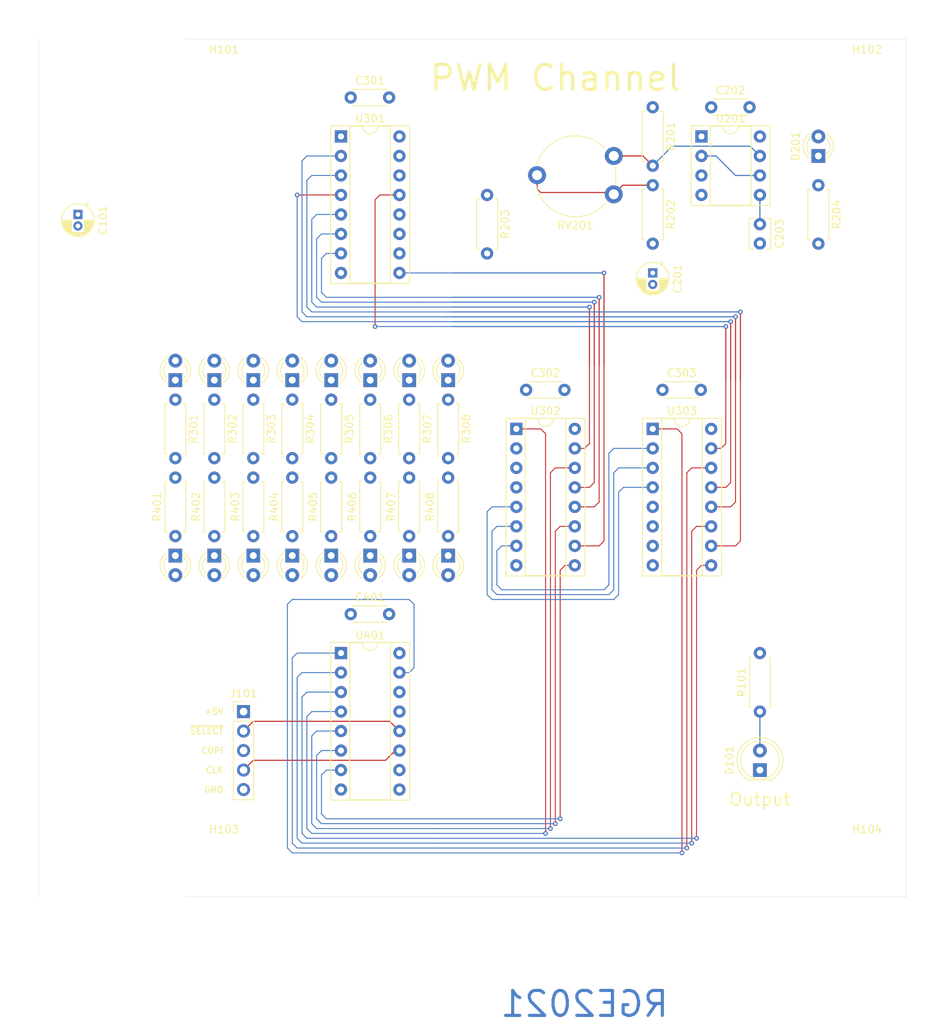
<source format=kicad_pcb>
(kicad_pcb (version 20171130) (host pcbnew "(5.1.8-0-10_14)")

  (general
    (thickness 1.6002)
    (drawings 12)
    (tracks 256)
    (zones 0)
    (modules 58)
    (nets 57)
  )

  (page USLetter)
  (title_block
    (rev 1)
  )

  (layers
    (0 Front signal)
    (31 Back signal)
    (34 B.Paste user)
    (35 F.Paste user)
    (36 B.SilkS user)
    (37 F.SilkS user)
    (38 B.Mask user)
    (39 F.Mask user)
    (44 Edge.Cuts user)
    (45 Margin user)
    (46 B.CrtYd user)
    (47 F.CrtYd user)
    (49 F.Fab user)
  )

  (setup
    (last_trace_width 0.127)
    (user_trace_width 0.15)
    (user_trace_width 0.2)
    (user_trace_width 0.4)
    (user_trace_width 0.6)
    (trace_clearance 0.127)
    (zone_clearance 0.508)
    (zone_45_only no)
    (trace_min 0.127)
    (via_size 0.6)
    (via_drill 0.3)
    (via_min_size 0.6)
    (via_min_drill 0.3)
    (user_via 0.6 0.3)
    (user_via 0.9 0.4)
    (uvia_size 0.6858)
    (uvia_drill 0.3302)
    (uvias_allowed no)
    (uvia_min_size 0)
    (uvia_min_drill 0)
    (edge_width 0.0381)
    (segment_width 0.254)
    (pcb_text_width 0.3048)
    (pcb_text_size 1.524 1.524)
    (mod_edge_width 0.1524)
    (mod_text_size 0.8128 0.8128)
    (mod_text_width 0.1524)
    (pad_size 1.524 1.524)
    (pad_drill 0.762)
    (pad_to_mask_clearance 0)
    (aux_axis_origin 0 0)
    (visible_elements FEFFFF7F)
    (pcbplotparams
      (layerselection 0x010fc_ffffffff)
      (usegerberextensions false)
      (usegerberattributes false)
      (usegerberadvancedattributes false)
      (creategerberjobfile false)
      (excludeedgelayer true)
      (linewidth 0.152400)
      (plotframeref false)
      (viasonmask false)
      (mode 1)
      (useauxorigin false)
      (hpglpennumber 1)
      (hpglpenspeed 20)
      (hpglpendiameter 15.000000)
      (psnegative false)
      (psa4output false)
      (plotreference true)
      (plotvalue false)
      (plotinvisibletext false)
      (padsonsilk false)
      (subtractmaskfromsilk true)
      (outputformat 1)
      (mirror false)
      (drillshape 0)
      (scaleselection 1)
      (outputdirectory "./gerbers"))
  )

  (net 0 "")
  (net 1 GND)
  (net 2 +5V)
  (net 3 "/Driver Clock/TRTHR")
  (net 4 "Net-(C203-Pad1)")
  (net 5 "/Driver Clock/DIVIDER")
  (net 6 "Net-(R202-Pad1)")
  (net 7 /PWM/DRIVER)
  (net 8 /PWM/PWMOUT)
  (net 9 /PWM/A01)
  (net 10 /PWM/A02)
  (net 11 /PWM/A07)
  (net 12 /PWM/A03)
  (net 13 /PWM/A06)
  (net 14 /PWM/A04)
  (net 15 /PWM/A05)
  (net 16 /PWM/A00)
  (net 17 /PWM/B02)
  (net 18 /PWM/B01)
  (net 19 /PWM/B00)
  (net 20 /PWM/B03)
  (net 21 /PWM/B06)
  (net 22 /PWM/B05)
  (net 23 /PWM/B04)
  (net 24 /PWM/B07)
  (net 25 "/SPI Input/COPI")
  (net 26 "/SPI Input/~SELECT")
  (net 27 "/SPI Input/CLK")
  (net 28 "Net-(U401-Pad9)")
  (net 29 "Net-(D101-Pad2)")
  (net 30 "Net-(D201-Pad1)")
  (net 31 "Net-(D401-Pad1)")
  (net 32 "Net-(D402-Pad1)")
  (net 33 "Net-(D403-Pad1)")
  (net 34 "Net-(D404-Pad1)")
  (net 35 "Net-(D405-Pad1)")
  (net 36 "Net-(D406-Pad1)")
  (net 37 "Net-(D407-Pad1)")
  (net 38 "Net-(D408-Pad1)")
  (net 39 "Net-(J101-Pad3)")
  (net 40 "Net-(U301-Pad15)")
  (net 41 "Net-(U301-Pad14)")
  (net 42 "Net-(U301-Pad12)")
  (net 43 "Net-(U301-Pad1)")
  (net 44 "Net-(U302-Pad7)")
  (net 45 "Net-(U302-Pad6)")
  (net 46 "Net-(U302-Pad5)")
  (net 47 "Net-(U303-Pad6)")
  (net 48 "Net-(U303-Pad5)")
  (net 49 "Net-(D301-Pad1)")
  (net 50 "Net-(D302-Pad1)")
  (net 51 "Net-(D303-Pad1)")
  (net 52 "Net-(D304-Pad1)")
  (net 53 "Net-(D305-Pad1)")
  (net 54 "Net-(D306-Pad1)")
  (net 55 "Net-(D307-Pad1)")
  (net 56 "Net-(D308-Pad1)")

  (net_class Default "This is the default net class."
    (clearance 0.127)
    (trace_width 0.127)
    (via_dia 0.6)
    (via_drill 0.3)
    (uvia_dia 0.6858)
    (uvia_drill 0.3302)
    (diff_pair_width 0.1524)
    (diff_pair_gap 0.254)
    (add_net +5V)
    (add_net "/Driver Clock/DIVIDER")
    (add_net "/Driver Clock/TRTHR")
    (add_net /PWM/A00)
    (add_net /PWM/A01)
    (add_net /PWM/A02)
    (add_net /PWM/A03)
    (add_net /PWM/A04)
    (add_net /PWM/A05)
    (add_net /PWM/A06)
    (add_net /PWM/A07)
    (add_net /PWM/B00)
    (add_net /PWM/B01)
    (add_net /PWM/B02)
    (add_net /PWM/B03)
    (add_net /PWM/B04)
    (add_net /PWM/B05)
    (add_net /PWM/B06)
    (add_net /PWM/B07)
    (add_net /PWM/DRIVER)
    (add_net /PWM/PWMOUT)
    (add_net "/SPI Input/CLK")
    (add_net "/SPI Input/COPI")
    (add_net "/SPI Input/~SELECT")
    (add_net GND)
    (add_net "Net-(C203-Pad1)")
    (add_net "Net-(D101-Pad2)")
    (add_net "Net-(D201-Pad1)")
    (add_net "Net-(D301-Pad1)")
    (add_net "Net-(D302-Pad1)")
    (add_net "Net-(D303-Pad1)")
    (add_net "Net-(D304-Pad1)")
    (add_net "Net-(D305-Pad1)")
    (add_net "Net-(D306-Pad1)")
    (add_net "Net-(D307-Pad1)")
    (add_net "Net-(D308-Pad1)")
    (add_net "Net-(D401-Pad1)")
    (add_net "Net-(D402-Pad1)")
    (add_net "Net-(D403-Pad1)")
    (add_net "Net-(D404-Pad1)")
    (add_net "Net-(D405-Pad1)")
    (add_net "Net-(D406-Pad1)")
    (add_net "Net-(D407-Pad1)")
    (add_net "Net-(D408-Pad1)")
    (add_net "Net-(J101-Pad3)")
    (add_net "Net-(R202-Pad1)")
    (add_net "Net-(U301-Pad1)")
    (add_net "Net-(U301-Pad12)")
    (add_net "Net-(U301-Pad14)")
    (add_net "Net-(U301-Pad15)")
    (add_net "Net-(U302-Pad5)")
    (add_net "Net-(U302-Pad6)")
    (add_net "Net-(U302-Pad7)")
    (add_net "Net-(U303-Pad5)")
    (add_net "Net-(U303-Pad6)")
    (add_net "Net-(U401-Pad9)")
  )

  (module Resistor_THT:R_Axial_DIN0207_L6.3mm_D2.5mm_P7.62mm_Horizontal (layer Front) (tedit 5AE5139B) (tstamp 616268BF)
    (at 39.37 19.05 270)
    (descr "Resistor, Axial_DIN0207 series, Axial, Horizontal, pin pitch=7.62mm, 0.25W = 1/4W, length*diameter=6.3*2.5mm^2, http://cdn-reichelt.de/documents/datenblatt/B400/1_4W%23YAG.pdf")
    (tags "Resistor Axial_DIN0207 series Axial Horizontal pin pitch 7.62mm 0.25W = 1/4W length 6.3mm diameter 2.5mm")
    (path /61351170/6167588D)
    (fp_text reference R308 (at 3.81 -2.37 90) (layer F.SilkS)
      (effects (font (size 1 1) (thickness 0.15)))
    )
    (fp_text value 1k (at 3.81 2.37 90) (layer F.Fab)
      (effects (font (size 1 1) (thickness 0.15)))
    )
    (fp_text user %R (at 3.81 0 90) (layer F.Fab)
      (effects (font (size 1 1) (thickness 0.15)))
    )
    (fp_line (start 0.66 -1.25) (end 0.66 1.25) (layer F.Fab) (width 0.1))
    (fp_line (start 0.66 1.25) (end 6.96 1.25) (layer F.Fab) (width 0.1))
    (fp_line (start 6.96 1.25) (end 6.96 -1.25) (layer F.Fab) (width 0.1))
    (fp_line (start 6.96 -1.25) (end 0.66 -1.25) (layer F.Fab) (width 0.1))
    (fp_line (start 0 0) (end 0.66 0) (layer F.Fab) (width 0.1))
    (fp_line (start 7.62 0) (end 6.96 0) (layer F.Fab) (width 0.1))
    (fp_line (start 0.54 -1.04) (end 0.54 -1.37) (layer F.SilkS) (width 0.12))
    (fp_line (start 0.54 -1.37) (end 7.08 -1.37) (layer F.SilkS) (width 0.12))
    (fp_line (start 7.08 -1.37) (end 7.08 -1.04) (layer F.SilkS) (width 0.12))
    (fp_line (start 0.54 1.04) (end 0.54 1.37) (layer F.SilkS) (width 0.12))
    (fp_line (start 0.54 1.37) (end 7.08 1.37) (layer F.SilkS) (width 0.12))
    (fp_line (start 7.08 1.37) (end 7.08 1.04) (layer F.SilkS) (width 0.12))
    (fp_line (start -1.05 -1.5) (end -1.05 1.5) (layer F.CrtYd) (width 0.05))
    (fp_line (start -1.05 1.5) (end 8.67 1.5) (layer F.CrtYd) (width 0.05))
    (fp_line (start 8.67 1.5) (end 8.67 -1.5) (layer F.CrtYd) (width 0.05))
    (fp_line (start 8.67 -1.5) (end -1.05 -1.5) (layer F.CrtYd) (width 0.05))
    (pad 2 thru_hole oval (at 7.62 0 270) (size 1.6 1.6) (drill 0.8) (layers *.Cu *.Mask)
      (net 1 GND))
    (pad 1 thru_hole circle (at 0 0 270) (size 1.6 1.6) (drill 0.8) (layers *.Cu *.Mask)
      (net 56 "Net-(D308-Pad1)"))
    (model ${KISYS3DMOD}/Resistor_THT.3dshapes/R_Axial_DIN0207_L6.3mm_D2.5mm_P7.62mm_Horizontal.wrl
      (at (xyz 0 0 0))
      (scale (xyz 1 1 1))
      (rotate (xyz 0 0 0))
    )
  )

  (module Resistor_THT:R_Axial_DIN0207_L6.3mm_D2.5mm_P7.62mm_Horizontal (layer Front) (tedit 5AE5139B) (tstamp 6162604C)
    (at 34.29 19.05 270)
    (descr "Resistor, Axial_DIN0207 series, Axial, Horizontal, pin pitch=7.62mm, 0.25W = 1/4W, length*diameter=6.3*2.5mm^2, http://cdn-reichelt.de/documents/datenblatt/B400/1_4W%23YAG.pdf")
    (tags "Resistor Axial_DIN0207 series Axial Horizontal pin pitch 7.62mm 0.25W = 1/4W length 6.3mm diameter 2.5mm")
    (path /61351170/61675881)
    (fp_text reference R307 (at 3.81 -2.37 90) (layer F.SilkS)
      (effects (font (size 1 1) (thickness 0.15)))
    )
    (fp_text value 1k (at 3.81 2.37 90) (layer F.Fab)
      (effects (font (size 1 1) (thickness 0.15)))
    )
    (fp_text user %R (at 3.81 0 90) (layer F.Fab)
      (effects (font (size 1 1) (thickness 0.15)))
    )
    (fp_line (start 0.66 -1.25) (end 0.66 1.25) (layer F.Fab) (width 0.1))
    (fp_line (start 0.66 1.25) (end 6.96 1.25) (layer F.Fab) (width 0.1))
    (fp_line (start 6.96 1.25) (end 6.96 -1.25) (layer F.Fab) (width 0.1))
    (fp_line (start 6.96 -1.25) (end 0.66 -1.25) (layer F.Fab) (width 0.1))
    (fp_line (start 0 0) (end 0.66 0) (layer F.Fab) (width 0.1))
    (fp_line (start 7.62 0) (end 6.96 0) (layer F.Fab) (width 0.1))
    (fp_line (start 0.54 -1.04) (end 0.54 -1.37) (layer F.SilkS) (width 0.12))
    (fp_line (start 0.54 -1.37) (end 7.08 -1.37) (layer F.SilkS) (width 0.12))
    (fp_line (start 7.08 -1.37) (end 7.08 -1.04) (layer F.SilkS) (width 0.12))
    (fp_line (start 0.54 1.04) (end 0.54 1.37) (layer F.SilkS) (width 0.12))
    (fp_line (start 0.54 1.37) (end 7.08 1.37) (layer F.SilkS) (width 0.12))
    (fp_line (start 7.08 1.37) (end 7.08 1.04) (layer F.SilkS) (width 0.12))
    (fp_line (start -1.05 -1.5) (end -1.05 1.5) (layer F.CrtYd) (width 0.05))
    (fp_line (start -1.05 1.5) (end 8.67 1.5) (layer F.CrtYd) (width 0.05))
    (fp_line (start 8.67 1.5) (end 8.67 -1.5) (layer F.CrtYd) (width 0.05))
    (fp_line (start 8.67 -1.5) (end -1.05 -1.5) (layer F.CrtYd) (width 0.05))
    (pad 2 thru_hole oval (at 7.62 0 270) (size 1.6 1.6) (drill 0.8) (layers *.Cu *.Mask)
      (net 1 GND))
    (pad 1 thru_hole circle (at 0 0 270) (size 1.6 1.6) (drill 0.8) (layers *.Cu *.Mask)
      (net 55 "Net-(D307-Pad1)"))
    (model ${KISYS3DMOD}/Resistor_THT.3dshapes/R_Axial_DIN0207_L6.3mm_D2.5mm_P7.62mm_Horizontal.wrl
      (at (xyz 0 0 0))
      (scale (xyz 1 1 1))
      (rotate (xyz 0 0 0))
    )
  )

  (module Resistor_THT:R_Axial_DIN0207_L6.3mm_D2.5mm_P7.62mm_Horizontal (layer Front) (tedit 5AE5139B) (tstamp 61626035)
    (at 29.21 19.05 270)
    (descr "Resistor, Axial_DIN0207 series, Axial, Horizontal, pin pitch=7.62mm, 0.25W = 1/4W, length*diameter=6.3*2.5mm^2, http://cdn-reichelt.de/documents/datenblatt/B400/1_4W%23YAG.pdf")
    (tags "Resistor Axial_DIN0207 series Axial Horizontal pin pitch 7.62mm 0.25W = 1/4W length 6.3mm diameter 2.5mm")
    (path /61351170/61675875)
    (fp_text reference R306 (at 3.81 -2.37 90) (layer F.SilkS)
      (effects (font (size 1 1) (thickness 0.15)))
    )
    (fp_text value 1k (at 3.81 2.37 90) (layer F.Fab)
      (effects (font (size 1 1) (thickness 0.15)))
    )
    (fp_text user %R (at 3.81 0 90) (layer F.Fab)
      (effects (font (size 1 1) (thickness 0.15)))
    )
    (fp_line (start 0.66 -1.25) (end 0.66 1.25) (layer F.Fab) (width 0.1))
    (fp_line (start 0.66 1.25) (end 6.96 1.25) (layer F.Fab) (width 0.1))
    (fp_line (start 6.96 1.25) (end 6.96 -1.25) (layer F.Fab) (width 0.1))
    (fp_line (start 6.96 -1.25) (end 0.66 -1.25) (layer F.Fab) (width 0.1))
    (fp_line (start 0 0) (end 0.66 0) (layer F.Fab) (width 0.1))
    (fp_line (start 7.62 0) (end 6.96 0) (layer F.Fab) (width 0.1))
    (fp_line (start 0.54 -1.04) (end 0.54 -1.37) (layer F.SilkS) (width 0.12))
    (fp_line (start 0.54 -1.37) (end 7.08 -1.37) (layer F.SilkS) (width 0.12))
    (fp_line (start 7.08 -1.37) (end 7.08 -1.04) (layer F.SilkS) (width 0.12))
    (fp_line (start 0.54 1.04) (end 0.54 1.37) (layer F.SilkS) (width 0.12))
    (fp_line (start 0.54 1.37) (end 7.08 1.37) (layer F.SilkS) (width 0.12))
    (fp_line (start 7.08 1.37) (end 7.08 1.04) (layer F.SilkS) (width 0.12))
    (fp_line (start -1.05 -1.5) (end -1.05 1.5) (layer F.CrtYd) (width 0.05))
    (fp_line (start -1.05 1.5) (end 8.67 1.5) (layer F.CrtYd) (width 0.05))
    (fp_line (start 8.67 1.5) (end 8.67 -1.5) (layer F.CrtYd) (width 0.05))
    (fp_line (start 8.67 -1.5) (end -1.05 -1.5) (layer F.CrtYd) (width 0.05))
    (pad 2 thru_hole oval (at 7.62 0 270) (size 1.6 1.6) (drill 0.8) (layers *.Cu *.Mask)
      (net 1 GND))
    (pad 1 thru_hole circle (at 0 0 270) (size 1.6 1.6) (drill 0.8) (layers *.Cu *.Mask)
      (net 54 "Net-(D306-Pad1)"))
    (model ${KISYS3DMOD}/Resistor_THT.3dshapes/R_Axial_DIN0207_L6.3mm_D2.5mm_P7.62mm_Horizontal.wrl
      (at (xyz 0 0 0))
      (scale (xyz 1 1 1))
      (rotate (xyz 0 0 0))
    )
  )

  (module Resistor_THT:R_Axial_DIN0207_L6.3mm_D2.5mm_P7.62mm_Horizontal (layer Front) (tedit 5AE5139B) (tstamp 61626CA6)
    (at 24.13 19.05 270)
    (descr "Resistor, Axial_DIN0207 series, Axial, Horizontal, pin pitch=7.62mm, 0.25W = 1/4W, length*diameter=6.3*2.5mm^2, http://cdn-reichelt.de/documents/datenblatt/B400/1_4W%23YAG.pdf")
    (tags "Resistor Axial_DIN0207 series Axial Horizontal pin pitch 7.62mm 0.25W = 1/4W length 6.3mm diameter 2.5mm")
    (path /61351170/61675869)
    (fp_text reference R305 (at 3.81 -2.37 90) (layer F.SilkS)
      (effects (font (size 1 1) (thickness 0.15)))
    )
    (fp_text value 1k (at 3.81 2.37 90) (layer F.Fab)
      (effects (font (size 1 1) (thickness 0.15)))
    )
    (fp_text user %R (at 3.81 0 90) (layer F.Fab)
      (effects (font (size 1 1) (thickness 0.15)))
    )
    (fp_line (start 0.66 -1.25) (end 0.66 1.25) (layer F.Fab) (width 0.1))
    (fp_line (start 0.66 1.25) (end 6.96 1.25) (layer F.Fab) (width 0.1))
    (fp_line (start 6.96 1.25) (end 6.96 -1.25) (layer F.Fab) (width 0.1))
    (fp_line (start 6.96 -1.25) (end 0.66 -1.25) (layer F.Fab) (width 0.1))
    (fp_line (start 0 0) (end 0.66 0) (layer F.Fab) (width 0.1))
    (fp_line (start 7.62 0) (end 6.96 0) (layer F.Fab) (width 0.1))
    (fp_line (start 0.54 -1.04) (end 0.54 -1.37) (layer F.SilkS) (width 0.12))
    (fp_line (start 0.54 -1.37) (end 7.08 -1.37) (layer F.SilkS) (width 0.12))
    (fp_line (start 7.08 -1.37) (end 7.08 -1.04) (layer F.SilkS) (width 0.12))
    (fp_line (start 0.54 1.04) (end 0.54 1.37) (layer F.SilkS) (width 0.12))
    (fp_line (start 0.54 1.37) (end 7.08 1.37) (layer F.SilkS) (width 0.12))
    (fp_line (start 7.08 1.37) (end 7.08 1.04) (layer F.SilkS) (width 0.12))
    (fp_line (start -1.05 -1.5) (end -1.05 1.5) (layer F.CrtYd) (width 0.05))
    (fp_line (start -1.05 1.5) (end 8.67 1.5) (layer F.CrtYd) (width 0.05))
    (fp_line (start 8.67 1.5) (end 8.67 -1.5) (layer F.CrtYd) (width 0.05))
    (fp_line (start 8.67 -1.5) (end -1.05 -1.5) (layer F.CrtYd) (width 0.05))
    (pad 2 thru_hole oval (at 7.62 0 270) (size 1.6 1.6) (drill 0.8) (layers *.Cu *.Mask)
      (net 1 GND))
    (pad 1 thru_hole circle (at 0 0 270) (size 1.6 1.6) (drill 0.8) (layers *.Cu *.Mask)
      (net 53 "Net-(D305-Pad1)"))
    (model ${KISYS3DMOD}/Resistor_THT.3dshapes/R_Axial_DIN0207_L6.3mm_D2.5mm_P7.62mm_Horizontal.wrl
      (at (xyz 0 0 0))
      (scale (xyz 1 1 1))
      (rotate (xyz 0 0 0))
    )
  )

  (module Resistor_THT:R_Axial_DIN0207_L6.3mm_D2.5mm_P7.62mm_Horizontal (layer Front) (tedit 5AE5139B) (tstamp 61626007)
    (at 19.05 19.05 270)
    (descr "Resistor, Axial_DIN0207 series, Axial, Horizontal, pin pitch=7.62mm, 0.25W = 1/4W, length*diameter=6.3*2.5mm^2, http://cdn-reichelt.de/documents/datenblatt/B400/1_4W%23YAG.pdf")
    (tags "Resistor Axial_DIN0207 series Axial Horizontal pin pitch 7.62mm 0.25W = 1/4W length 6.3mm diameter 2.5mm")
    (path /61351170/6167585D)
    (fp_text reference R304 (at 3.81 -2.37 90) (layer F.SilkS)
      (effects (font (size 1 1) (thickness 0.15)))
    )
    (fp_text value 1k (at 3.81 2.37 90) (layer F.Fab)
      (effects (font (size 1 1) (thickness 0.15)))
    )
    (fp_text user %R (at 3.81 0 90) (layer F.Fab)
      (effects (font (size 1 1) (thickness 0.15)))
    )
    (fp_line (start 0.66 -1.25) (end 0.66 1.25) (layer F.Fab) (width 0.1))
    (fp_line (start 0.66 1.25) (end 6.96 1.25) (layer F.Fab) (width 0.1))
    (fp_line (start 6.96 1.25) (end 6.96 -1.25) (layer F.Fab) (width 0.1))
    (fp_line (start 6.96 -1.25) (end 0.66 -1.25) (layer F.Fab) (width 0.1))
    (fp_line (start 0 0) (end 0.66 0) (layer F.Fab) (width 0.1))
    (fp_line (start 7.62 0) (end 6.96 0) (layer F.Fab) (width 0.1))
    (fp_line (start 0.54 -1.04) (end 0.54 -1.37) (layer F.SilkS) (width 0.12))
    (fp_line (start 0.54 -1.37) (end 7.08 -1.37) (layer F.SilkS) (width 0.12))
    (fp_line (start 7.08 -1.37) (end 7.08 -1.04) (layer F.SilkS) (width 0.12))
    (fp_line (start 0.54 1.04) (end 0.54 1.37) (layer F.SilkS) (width 0.12))
    (fp_line (start 0.54 1.37) (end 7.08 1.37) (layer F.SilkS) (width 0.12))
    (fp_line (start 7.08 1.37) (end 7.08 1.04) (layer F.SilkS) (width 0.12))
    (fp_line (start -1.05 -1.5) (end -1.05 1.5) (layer F.CrtYd) (width 0.05))
    (fp_line (start -1.05 1.5) (end 8.67 1.5) (layer F.CrtYd) (width 0.05))
    (fp_line (start 8.67 1.5) (end 8.67 -1.5) (layer F.CrtYd) (width 0.05))
    (fp_line (start 8.67 -1.5) (end -1.05 -1.5) (layer F.CrtYd) (width 0.05))
    (pad 2 thru_hole oval (at 7.62 0 270) (size 1.6 1.6) (drill 0.8) (layers *.Cu *.Mask)
      (net 1 GND))
    (pad 1 thru_hole circle (at 0 0 270) (size 1.6 1.6) (drill 0.8) (layers *.Cu *.Mask)
      (net 52 "Net-(D304-Pad1)"))
    (model ${KISYS3DMOD}/Resistor_THT.3dshapes/R_Axial_DIN0207_L6.3mm_D2.5mm_P7.62mm_Horizontal.wrl
      (at (xyz 0 0 0))
      (scale (xyz 1 1 1))
      (rotate (xyz 0 0 0))
    )
  )

  (module Resistor_THT:R_Axial_DIN0207_L6.3mm_D2.5mm_P7.62mm_Horizontal (layer Front) (tedit 5AE5139B) (tstamp 61625FF0)
    (at 13.97 19.05 270)
    (descr "Resistor, Axial_DIN0207 series, Axial, Horizontal, pin pitch=7.62mm, 0.25W = 1/4W, length*diameter=6.3*2.5mm^2, http://cdn-reichelt.de/documents/datenblatt/B400/1_4W%23YAG.pdf")
    (tags "Resistor Axial_DIN0207 series Axial Horizontal pin pitch 7.62mm 0.25W = 1/4W length 6.3mm diameter 2.5mm")
    (path /61351170/61675851)
    (fp_text reference R303 (at 3.81 -2.37 90) (layer F.SilkS)
      (effects (font (size 1 1) (thickness 0.15)))
    )
    (fp_text value 1k (at 3.81 2.37 90) (layer F.Fab)
      (effects (font (size 1 1) (thickness 0.15)))
    )
    (fp_text user %R (at 3.81 0 90) (layer F.Fab)
      (effects (font (size 1 1) (thickness 0.15)))
    )
    (fp_line (start 0.66 -1.25) (end 0.66 1.25) (layer F.Fab) (width 0.1))
    (fp_line (start 0.66 1.25) (end 6.96 1.25) (layer F.Fab) (width 0.1))
    (fp_line (start 6.96 1.25) (end 6.96 -1.25) (layer F.Fab) (width 0.1))
    (fp_line (start 6.96 -1.25) (end 0.66 -1.25) (layer F.Fab) (width 0.1))
    (fp_line (start 0 0) (end 0.66 0) (layer F.Fab) (width 0.1))
    (fp_line (start 7.62 0) (end 6.96 0) (layer F.Fab) (width 0.1))
    (fp_line (start 0.54 -1.04) (end 0.54 -1.37) (layer F.SilkS) (width 0.12))
    (fp_line (start 0.54 -1.37) (end 7.08 -1.37) (layer F.SilkS) (width 0.12))
    (fp_line (start 7.08 -1.37) (end 7.08 -1.04) (layer F.SilkS) (width 0.12))
    (fp_line (start 0.54 1.04) (end 0.54 1.37) (layer F.SilkS) (width 0.12))
    (fp_line (start 0.54 1.37) (end 7.08 1.37) (layer F.SilkS) (width 0.12))
    (fp_line (start 7.08 1.37) (end 7.08 1.04) (layer F.SilkS) (width 0.12))
    (fp_line (start -1.05 -1.5) (end -1.05 1.5) (layer F.CrtYd) (width 0.05))
    (fp_line (start -1.05 1.5) (end 8.67 1.5) (layer F.CrtYd) (width 0.05))
    (fp_line (start 8.67 1.5) (end 8.67 -1.5) (layer F.CrtYd) (width 0.05))
    (fp_line (start 8.67 -1.5) (end -1.05 -1.5) (layer F.CrtYd) (width 0.05))
    (pad 2 thru_hole oval (at 7.62 0 270) (size 1.6 1.6) (drill 0.8) (layers *.Cu *.Mask)
      (net 1 GND))
    (pad 1 thru_hole circle (at 0 0 270) (size 1.6 1.6) (drill 0.8) (layers *.Cu *.Mask)
      (net 51 "Net-(D303-Pad1)"))
    (model ${KISYS3DMOD}/Resistor_THT.3dshapes/R_Axial_DIN0207_L6.3mm_D2.5mm_P7.62mm_Horizontal.wrl
      (at (xyz 0 0 0))
      (scale (xyz 1 1 1))
      (rotate (xyz 0 0 0))
    )
  )

  (module Resistor_THT:R_Axial_DIN0207_L6.3mm_D2.5mm_P7.62mm_Horizontal (layer Front) (tedit 5AE5139B) (tstamp 61625FD9)
    (at 8.89 19.05 270)
    (descr "Resistor, Axial_DIN0207 series, Axial, Horizontal, pin pitch=7.62mm, 0.25W = 1/4W, length*diameter=6.3*2.5mm^2, http://cdn-reichelt.de/documents/datenblatt/B400/1_4W%23YAG.pdf")
    (tags "Resistor Axial_DIN0207 series Axial Horizontal pin pitch 7.62mm 0.25W = 1/4W length 6.3mm diameter 2.5mm")
    (path /61351170/61675845)
    (fp_text reference R302 (at 3.81 -2.37 90) (layer F.SilkS)
      (effects (font (size 1 1) (thickness 0.15)))
    )
    (fp_text value 1k (at 3.81 2.37 90) (layer F.Fab)
      (effects (font (size 1 1) (thickness 0.15)))
    )
    (fp_text user %R (at 3.81 0 90) (layer F.Fab)
      (effects (font (size 1 1) (thickness 0.15)))
    )
    (fp_line (start 0.66 -1.25) (end 0.66 1.25) (layer F.Fab) (width 0.1))
    (fp_line (start 0.66 1.25) (end 6.96 1.25) (layer F.Fab) (width 0.1))
    (fp_line (start 6.96 1.25) (end 6.96 -1.25) (layer F.Fab) (width 0.1))
    (fp_line (start 6.96 -1.25) (end 0.66 -1.25) (layer F.Fab) (width 0.1))
    (fp_line (start 0 0) (end 0.66 0) (layer F.Fab) (width 0.1))
    (fp_line (start 7.62 0) (end 6.96 0) (layer F.Fab) (width 0.1))
    (fp_line (start 0.54 -1.04) (end 0.54 -1.37) (layer F.SilkS) (width 0.12))
    (fp_line (start 0.54 -1.37) (end 7.08 -1.37) (layer F.SilkS) (width 0.12))
    (fp_line (start 7.08 -1.37) (end 7.08 -1.04) (layer F.SilkS) (width 0.12))
    (fp_line (start 0.54 1.04) (end 0.54 1.37) (layer F.SilkS) (width 0.12))
    (fp_line (start 0.54 1.37) (end 7.08 1.37) (layer F.SilkS) (width 0.12))
    (fp_line (start 7.08 1.37) (end 7.08 1.04) (layer F.SilkS) (width 0.12))
    (fp_line (start -1.05 -1.5) (end -1.05 1.5) (layer F.CrtYd) (width 0.05))
    (fp_line (start -1.05 1.5) (end 8.67 1.5) (layer F.CrtYd) (width 0.05))
    (fp_line (start 8.67 1.5) (end 8.67 -1.5) (layer F.CrtYd) (width 0.05))
    (fp_line (start 8.67 -1.5) (end -1.05 -1.5) (layer F.CrtYd) (width 0.05))
    (pad 2 thru_hole oval (at 7.62 0 270) (size 1.6 1.6) (drill 0.8) (layers *.Cu *.Mask)
      (net 1 GND))
    (pad 1 thru_hole circle (at 0 0 270) (size 1.6 1.6) (drill 0.8) (layers *.Cu *.Mask)
      (net 50 "Net-(D302-Pad1)"))
    (model ${KISYS3DMOD}/Resistor_THT.3dshapes/R_Axial_DIN0207_L6.3mm_D2.5mm_P7.62mm_Horizontal.wrl
      (at (xyz 0 0 0))
      (scale (xyz 1 1 1))
      (rotate (xyz 0 0 0))
    )
  )

  (module Resistor_THT:R_Axial_DIN0207_L6.3mm_D2.5mm_P7.62mm_Horizontal (layer Front) (tedit 5AE5139B) (tstamp 61625FC2)
    (at 3.81 19.05 270)
    (descr "Resistor, Axial_DIN0207 series, Axial, Horizontal, pin pitch=7.62mm, 0.25W = 1/4W, length*diameter=6.3*2.5mm^2, http://cdn-reichelt.de/documents/datenblatt/B400/1_4W%23YAG.pdf")
    (tags "Resistor Axial_DIN0207 series Axial Horizontal pin pitch 7.62mm 0.25W = 1/4W length 6.3mm diameter 2.5mm")
    (path /61351170/61675839)
    (fp_text reference R301 (at 3.81 -2.37 90) (layer F.SilkS)
      (effects (font (size 1 1) (thickness 0.15)))
    )
    (fp_text value 1k (at 3.81 2.37 90) (layer F.Fab)
      (effects (font (size 1 1) (thickness 0.15)))
    )
    (fp_text user %R (at 3.81 0 90) (layer F.Fab)
      (effects (font (size 1 1) (thickness 0.15)))
    )
    (fp_line (start 0.66 -1.25) (end 0.66 1.25) (layer F.Fab) (width 0.1))
    (fp_line (start 0.66 1.25) (end 6.96 1.25) (layer F.Fab) (width 0.1))
    (fp_line (start 6.96 1.25) (end 6.96 -1.25) (layer F.Fab) (width 0.1))
    (fp_line (start 6.96 -1.25) (end 0.66 -1.25) (layer F.Fab) (width 0.1))
    (fp_line (start 0 0) (end 0.66 0) (layer F.Fab) (width 0.1))
    (fp_line (start 7.62 0) (end 6.96 0) (layer F.Fab) (width 0.1))
    (fp_line (start 0.54 -1.04) (end 0.54 -1.37) (layer F.SilkS) (width 0.12))
    (fp_line (start 0.54 -1.37) (end 7.08 -1.37) (layer F.SilkS) (width 0.12))
    (fp_line (start 7.08 -1.37) (end 7.08 -1.04) (layer F.SilkS) (width 0.12))
    (fp_line (start 0.54 1.04) (end 0.54 1.37) (layer F.SilkS) (width 0.12))
    (fp_line (start 0.54 1.37) (end 7.08 1.37) (layer F.SilkS) (width 0.12))
    (fp_line (start 7.08 1.37) (end 7.08 1.04) (layer F.SilkS) (width 0.12))
    (fp_line (start -1.05 -1.5) (end -1.05 1.5) (layer F.CrtYd) (width 0.05))
    (fp_line (start -1.05 1.5) (end 8.67 1.5) (layer F.CrtYd) (width 0.05))
    (fp_line (start 8.67 1.5) (end 8.67 -1.5) (layer F.CrtYd) (width 0.05))
    (fp_line (start 8.67 -1.5) (end -1.05 -1.5) (layer F.CrtYd) (width 0.05))
    (pad 2 thru_hole oval (at 7.62 0 270) (size 1.6 1.6) (drill 0.8) (layers *.Cu *.Mask)
      (net 1 GND))
    (pad 1 thru_hole circle (at 0 0 270) (size 1.6 1.6) (drill 0.8) (layers *.Cu *.Mask)
      (net 49 "Net-(D301-Pad1)"))
    (model ${KISYS3DMOD}/Resistor_THT.3dshapes/R_Axial_DIN0207_L6.3mm_D2.5mm_P7.62mm_Horizontal.wrl
      (at (xyz 0 0 0))
      (scale (xyz 1 1 1))
      (rotate (xyz 0 0 0))
    )
  )

  (module LED_THT:LED_D3.0mm (layer Front) (tedit 587A3A7B) (tstamp 61625D47)
    (at 39.37 16.51 90)
    (descr "LED, diameter 3.0mm, 2 pins")
    (tags "LED diameter 3.0mm 2 pins")
    (path /61351170/61675887)
    (fp_text reference D308 (at 1.27 -2.96 90) (layer F.SilkS) hide
      (effects (font (size 1 1) (thickness 0.15)))
    )
    (fp_text value LED (at 1.27 2.96 90) (layer F.Fab)
      (effects (font (size 1 1) (thickness 0.15)))
    )
    (fp_arc (start 1.27 0) (end 0.229039 1.08) (angle -87.9) (layer F.SilkS) (width 0.12))
    (fp_arc (start 1.27 0) (end 0.229039 -1.08) (angle 87.9) (layer F.SilkS) (width 0.12))
    (fp_arc (start 1.27 0) (end -0.29 1.235516) (angle -108.8) (layer F.SilkS) (width 0.12))
    (fp_arc (start 1.27 0) (end -0.29 -1.235516) (angle 108.8) (layer F.SilkS) (width 0.12))
    (fp_arc (start 1.27 0) (end -0.23 -1.16619) (angle 284.3) (layer F.Fab) (width 0.1))
    (fp_circle (center 1.27 0) (end 2.77 0) (layer F.Fab) (width 0.1))
    (fp_line (start -0.23 -1.16619) (end -0.23 1.16619) (layer F.Fab) (width 0.1))
    (fp_line (start -0.29 -1.236) (end -0.29 -1.08) (layer F.SilkS) (width 0.12))
    (fp_line (start -0.29 1.08) (end -0.29 1.236) (layer F.SilkS) (width 0.12))
    (fp_line (start -1.15 -2.25) (end -1.15 2.25) (layer F.CrtYd) (width 0.05))
    (fp_line (start -1.15 2.25) (end 3.7 2.25) (layer F.CrtYd) (width 0.05))
    (fp_line (start 3.7 2.25) (end 3.7 -2.25) (layer F.CrtYd) (width 0.05))
    (fp_line (start 3.7 -2.25) (end -1.15 -2.25) (layer F.CrtYd) (width 0.05))
    (pad 2 thru_hole circle (at 2.54 0 90) (size 1.8 1.8) (drill 0.9) (layers *.Cu *.Mask)
      (net 16 /PWM/A00))
    (pad 1 thru_hole rect (at 0 0 90) (size 1.8 1.8) (drill 0.9) (layers *.Cu *.Mask)
      (net 56 "Net-(D308-Pad1)"))
    (model ${KISYS3DMOD}/LED_THT.3dshapes/LED_D3.0mm.wrl
      (at (xyz 0 0 0))
      (scale (xyz 1 1 1))
      (rotate (xyz 0 0 0))
    )
  )

  (module LED_THT:LED_D3.0mm (layer Front) (tedit 587A3A7B) (tstamp 61625D34)
    (at 34.29 16.51 90)
    (descr "LED, diameter 3.0mm, 2 pins")
    (tags "LED diameter 3.0mm 2 pins")
    (path /61351170/6167587B)
    (fp_text reference D307 (at 1.27 -2.96 90) (layer F.SilkS) hide
      (effects (font (size 1 1) (thickness 0.15)))
    )
    (fp_text value LED (at 1.27 2.96 90) (layer F.Fab)
      (effects (font (size 1 1) (thickness 0.15)))
    )
    (fp_arc (start 1.27 0) (end 0.229039 1.08) (angle -87.9) (layer F.SilkS) (width 0.12))
    (fp_arc (start 1.27 0) (end 0.229039 -1.08) (angle 87.9) (layer F.SilkS) (width 0.12))
    (fp_arc (start 1.27 0) (end -0.29 1.235516) (angle -108.8) (layer F.SilkS) (width 0.12))
    (fp_arc (start 1.27 0) (end -0.29 -1.235516) (angle 108.8) (layer F.SilkS) (width 0.12))
    (fp_arc (start 1.27 0) (end -0.23 -1.16619) (angle 284.3) (layer F.Fab) (width 0.1))
    (fp_circle (center 1.27 0) (end 2.77 0) (layer F.Fab) (width 0.1))
    (fp_line (start -0.23 -1.16619) (end -0.23 1.16619) (layer F.Fab) (width 0.1))
    (fp_line (start -0.29 -1.236) (end -0.29 -1.08) (layer F.SilkS) (width 0.12))
    (fp_line (start -0.29 1.08) (end -0.29 1.236) (layer F.SilkS) (width 0.12))
    (fp_line (start -1.15 -2.25) (end -1.15 2.25) (layer F.CrtYd) (width 0.05))
    (fp_line (start -1.15 2.25) (end 3.7 2.25) (layer F.CrtYd) (width 0.05))
    (fp_line (start 3.7 2.25) (end 3.7 -2.25) (layer F.CrtYd) (width 0.05))
    (fp_line (start 3.7 -2.25) (end -1.15 -2.25) (layer F.CrtYd) (width 0.05))
    (pad 2 thru_hole circle (at 2.54 0 90) (size 1.8 1.8) (drill 0.9) (layers *.Cu *.Mask)
      (net 9 /PWM/A01))
    (pad 1 thru_hole rect (at 0 0 90) (size 1.8 1.8) (drill 0.9) (layers *.Cu *.Mask)
      (net 55 "Net-(D307-Pad1)"))
    (model ${KISYS3DMOD}/LED_THT.3dshapes/LED_D3.0mm.wrl
      (at (xyz 0 0 0))
      (scale (xyz 1 1 1))
      (rotate (xyz 0 0 0))
    )
  )

  (module LED_THT:LED_D3.0mm (layer Front) (tedit 587A3A7B) (tstamp 61625D21)
    (at 29.21 16.51 90)
    (descr "LED, diameter 3.0mm, 2 pins")
    (tags "LED diameter 3.0mm 2 pins")
    (path /61351170/6167586F)
    (fp_text reference D306 (at 1.27 -2.96 90) (layer F.SilkS) hide
      (effects (font (size 1 1) (thickness 0.15)))
    )
    (fp_text value LED (at 1.27 2.96 90) (layer F.Fab)
      (effects (font (size 1 1) (thickness 0.15)))
    )
    (fp_arc (start 1.27 0) (end 0.229039 1.08) (angle -87.9) (layer F.SilkS) (width 0.12))
    (fp_arc (start 1.27 0) (end 0.229039 -1.08) (angle 87.9) (layer F.SilkS) (width 0.12))
    (fp_arc (start 1.27 0) (end -0.29 1.235516) (angle -108.8) (layer F.SilkS) (width 0.12))
    (fp_arc (start 1.27 0) (end -0.29 -1.235516) (angle 108.8) (layer F.SilkS) (width 0.12))
    (fp_arc (start 1.27 0) (end -0.23 -1.16619) (angle 284.3) (layer F.Fab) (width 0.1))
    (fp_circle (center 1.27 0) (end 2.77 0) (layer F.Fab) (width 0.1))
    (fp_line (start -0.23 -1.16619) (end -0.23 1.16619) (layer F.Fab) (width 0.1))
    (fp_line (start -0.29 -1.236) (end -0.29 -1.08) (layer F.SilkS) (width 0.12))
    (fp_line (start -0.29 1.08) (end -0.29 1.236) (layer F.SilkS) (width 0.12))
    (fp_line (start -1.15 -2.25) (end -1.15 2.25) (layer F.CrtYd) (width 0.05))
    (fp_line (start -1.15 2.25) (end 3.7 2.25) (layer F.CrtYd) (width 0.05))
    (fp_line (start 3.7 2.25) (end 3.7 -2.25) (layer F.CrtYd) (width 0.05))
    (fp_line (start 3.7 -2.25) (end -1.15 -2.25) (layer F.CrtYd) (width 0.05))
    (pad 2 thru_hole circle (at 2.54 0 90) (size 1.8 1.8) (drill 0.9) (layers *.Cu *.Mask)
      (net 10 /PWM/A02))
    (pad 1 thru_hole rect (at 0 0 90) (size 1.8 1.8) (drill 0.9) (layers *.Cu *.Mask)
      (net 54 "Net-(D306-Pad1)"))
    (model ${KISYS3DMOD}/LED_THT.3dshapes/LED_D3.0mm.wrl
      (at (xyz 0 0 0))
      (scale (xyz 1 1 1))
      (rotate (xyz 0 0 0))
    )
  )

  (module LED_THT:LED_D3.0mm (layer Front) (tedit 587A3A7B) (tstamp 61625D0E)
    (at 24.13 16.51 90)
    (descr "LED, diameter 3.0mm, 2 pins")
    (tags "LED diameter 3.0mm 2 pins")
    (path /61351170/61675863)
    (fp_text reference D305 (at 1.27 -2.96 90) (layer F.SilkS) hide
      (effects (font (size 1 1) (thickness 0.15)))
    )
    (fp_text value LED (at 1.27 2.96 90) (layer F.Fab)
      (effects (font (size 1 1) (thickness 0.15)))
    )
    (fp_arc (start 1.27 0) (end 0.229039 1.08) (angle -87.9) (layer F.SilkS) (width 0.12))
    (fp_arc (start 1.27 0) (end 0.229039 -1.08) (angle 87.9) (layer F.SilkS) (width 0.12))
    (fp_arc (start 1.27 0) (end -0.29 1.235516) (angle -108.8) (layer F.SilkS) (width 0.12))
    (fp_arc (start 1.27 0) (end -0.29 -1.235516) (angle 108.8) (layer F.SilkS) (width 0.12))
    (fp_arc (start 1.27 0) (end -0.23 -1.16619) (angle 284.3) (layer F.Fab) (width 0.1))
    (fp_circle (center 1.27 0) (end 2.77 0) (layer F.Fab) (width 0.1))
    (fp_line (start -0.23 -1.16619) (end -0.23 1.16619) (layer F.Fab) (width 0.1))
    (fp_line (start -0.29 -1.236) (end -0.29 -1.08) (layer F.SilkS) (width 0.12))
    (fp_line (start -0.29 1.08) (end -0.29 1.236) (layer F.SilkS) (width 0.12))
    (fp_line (start -1.15 -2.25) (end -1.15 2.25) (layer F.CrtYd) (width 0.05))
    (fp_line (start -1.15 2.25) (end 3.7 2.25) (layer F.CrtYd) (width 0.05))
    (fp_line (start 3.7 2.25) (end 3.7 -2.25) (layer F.CrtYd) (width 0.05))
    (fp_line (start 3.7 -2.25) (end -1.15 -2.25) (layer F.CrtYd) (width 0.05))
    (pad 2 thru_hole circle (at 2.54 0 90) (size 1.8 1.8) (drill 0.9) (layers *.Cu *.Mask)
      (net 12 /PWM/A03))
    (pad 1 thru_hole rect (at 0 0 90) (size 1.8 1.8) (drill 0.9) (layers *.Cu *.Mask)
      (net 53 "Net-(D305-Pad1)"))
    (model ${KISYS3DMOD}/LED_THT.3dshapes/LED_D3.0mm.wrl
      (at (xyz 0 0 0))
      (scale (xyz 1 1 1))
      (rotate (xyz 0 0 0))
    )
  )

  (module LED_THT:LED_D3.0mm (layer Front) (tedit 587A3A7B) (tstamp 61625CFB)
    (at 19.05 16.51 90)
    (descr "LED, diameter 3.0mm, 2 pins")
    (tags "LED diameter 3.0mm 2 pins")
    (path /61351170/61675857)
    (fp_text reference D304 (at 1.27 -2.96 90) (layer F.SilkS) hide
      (effects (font (size 1 1) (thickness 0.15)))
    )
    (fp_text value LED (at 1.27 2.96 90) (layer F.Fab)
      (effects (font (size 1 1) (thickness 0.15)))
    )
    (fp_arc (start 1.27 0) (end 0.229039 1.08) (angle -87.9) (layer F.SilkS) (width 0.12))
    (fp_arc (start 1.27 0) (end 0.229039 -1.08) (angle 87.9) (layer F.SilkS) (width 0.12))
    (fp_arc (start 1.27 0) (end -0.29 1.235516) (angle -108.8) (layer F.SilkS) (width 0.12))
    (fp_arc (start 1.27 0) (end -0.29 -1.235516) (angle 108.8) (layer F.SilkS) (width 0.12))
    (fp_arc (start 1.27 0) (end -0.23 -1.16619) (angle 284.3) (layer F.Fab) (width 0.1))
    (fp_circle (center 1.27 0) (end 2.77 0) (layer F.Fab) (width 0.1))
    (fp_line (start -0.23 -1.16619) (end -0.23 1.16619) (layer F.Fab) (width 0.1))
    (fp_line (start -0.29 -1.236) (end -0.29 -1.08) (layer F.SilkS) (width 0.12))
    (fp_line (start -0.29 1.08) (end -0.29 1.236) (layer F.SilkS) (width 0.12))
    (fp_line (start -1.15 -2.25) (end -1.15 2.25) (layer F.CrtYd) (width 0.05))
    (fp_line (start -1.15 2.25) (end 3.7 2.25) (layer F.CrtYd) (width 0.05))
    (fp_line (start 3.7 2.25) (end 3.7 -2.25) (layer F.CrtYd) (width 0.05))
    (fp_line (start 3.7 -2.25) (end -1.15 -2.25) (layer F.CrtYd) (width 0.05))
    (pad 2 thru_hole circle (at 2.54 0 90) (size 1.8 1.8) (drill 0.9) (layers *.Cu *.Mask)
      (net 14 /PWM/A04))
    (pad 1 thru_hole rect (at 0 0 90) (size 1.8 1.8) (drill 0.9) (layers *.Cu *.Mask)
      (net 52 "Net-(D304-Pad1)"))
    (model ${KISYS3DMOD}/LED_THT.3dshapes/LED_D3.0mm.wrl
      (at (xyz 0 0 0))
      (scale (xyz 1 1 1))
      (rotate (xyz 0 0 0))
    )
  )

  (module LED_THT:LED_D3.0mm (layer Front) (tedit 587A3A7B) (tstamp 61625CE8)
    (at 13.97 16.51 90)
    (descr "LED, diameter 3.0mm, 2 pins")
    (tags "LED diameter 3.0mm 2 pins")
    (path /61351170/6167584B)
    (fp_text reference D303 (at 1.27 -2.96 90) (layer F.SilkS) hide
      (effects (font (size 1 1) (thickness 0.15)))
    )
    (fp_text value LED (at 1.27 2.96 90) (layer F.Fab)
      (effects (font (size 1 1) (thickness 0.15)))
    )
    (fp_arc (start 1.27 0) (end 0.229039 1.08) (angle -87.9) (layer F.SilkS) (width 0.12))
    (fp_arc (start 1.27 0) (end 0.229039 -1.08) (angle 87.9) (layer F.SilkS) (width 0.12))
    (fp_arc (start 1.27 0) (end -0.29 1.235516) (angle -108.8) (layer F.SilkS) (width 0.12))
    (fp_arc (start 1.27 0) (end -0.29 -1.235516) (angle 108.8) (layer F.SilkS) (width 0.12))
    (fp_arc (start 1.27 0) (end -0.23 -1.16619) (angle 284.3) (layer F.Fab) (width 0.1))
    (fp_circle (center 1.27 0) (end 2.77 0) (layer F.Fab) (width 0.1))
    (fp_line (start -0.23 -1.16619) (end -0.23 1.16619) (layer F.Fab) (width 0.1))
    (fp_line (start -0.29 -1.236) (end -0.29 -1.08) (layer F.SilkS) (width 0.12))
    (fp_line (start -0.29 1.08) (end -0.29 1.236) (layer F.SilkS) (width 0.12))
    (fp_line (start -1.15 -2.25) (end -1.15 2.25) (layer F.CrtYd) (width 0.05))
    (fp_line (start -1.15 2.25) (end 3.7 2.25) (layer F.CrtYd) (width 0.05))
    (fp_line (start 3.7 2.25) (end 3.7 -2.25) (layer F.CrtYd) (width 0.05))
    (fp_line (start 3.7 -2.25) (end -1.15 -2.25) (layer F.CrtYd) (width 0.05))
    (pad 2 thru_hole circle (at 2.54 0 90) (size 1.8 1.8) (drill 0.9) (layers *.Cu *.Mask)
      (net 15 /PWM/A05))
    (pad 1 thru_hole rect (at 0 0 90) (size 1.8 1.8) (drill 0.9) (layers *.Cu *.Mask)
      (net 51 "Net-(D303-Pad1)"))
    (model ${KISYS3DMOD}/LED_THT.3dshapes/LED_D3.0mm.wrl
      (at (xyz 0 0 0))
      (scale (xyz 1 1 1))
      (rotate (xyz 0 0 0))
    )
  )

  (module LED_THT:LED_D3.0mm (layer Front) (tedit 587A3A7B) (tstamp 61625CD5)
    (at 8.89 16.51 90)
    (descr "LED, diameter 3.0mm, 2 pins")
    (tags "LED diameter 3.0mm 2 pins")
    (path /61351170/6167583F)
    (fp_text reference D302 (at 1.27 -2.96 90) (layer F.SilkS) hide
      (effects (font (size 1 1) (thickness 0.15)))
    )
    (fp_text value LED (at 1.27 2.96 90) (layer F.Fab)
      (effects (font (size 1 1) (thickness 0.15)))
    )
    (fp_arc (start 1.27 0) (end 0.229039 1.08) (angle -87.9) (layer F.SilkS) (width 0.12))
    (fp_arc (start 1.27 0) (end 0.229039 -1.08) (angle 87.9) (layer F.SilkS) (width 0.12))
    (fp_arc (start 1.27 0) (end -0.29 1.235516) (angle -108.8) (layer F.SilkS) (width 0.12))
    (fp_arc (start 1.27 0) (end -0.29 -1.235516) (angle 108.8) (layer F.SilkS) (width 0.12))
    (fp_arc (start 1.27 0) (end -0.23 -1.16619) (angle 284.3) (layer F.Fab) (width 0.1))
    (fp_circle (center 1.27 0) (end 2.77 0) (layer F.Fab) (width 0.1))
    (fp_line (start -0.23 -1.16619) (end -0.23 1.16619) (layer F.Fab) (width 0.1))
    (fp_line (start -0.29 -1.236) (end -0.29 -1.08) (layer F.SilkS) (width 0.12))
    (fp_line (start -0.29 1.08) (end -0.29 1.236) (layer F.SilkS) (width 0.12))
    (fp_line (start -1.15 -2.25) (end -1.15 2.25) (layer F.CrtYd) (width 0.05))
    (fp_line (start -1.15 2.25) (end 3.7 2.25) (layer F.CrtYd) (width 0.05))
    (fp_line (start 3.7 2.25) (end 3.7 -2.25) (layer F.CrtYd) (width 0.05))
    (fp_line (start 3.7 -2.25) (end -1.15 -2.25) (layer F.CrtYd) (width 0.05))
    (pad 2 thru_hole circle (at 2.54 0 90) (size 1.8 1.8) (drill 0.9) (layers *.Cu *.Mask)
      (net 13 /PWM/A06))
    (pad 1 thru_hole rect (at 0 0 90) (size 1.8 1.8) (drill 0.9) (layers *.Cu *.Mask)
      (net 50 "Net-(D302-Pad1)"))
    (model ${KISYS3DMOD}/LED_THT.3dshapes/LED_D3.0mm.wrl
      (at (xyz 0 0 0))
      (scale (xyz 1 1 1))
      (rotate (xyz 0 0 0))
    )
  )

  (module LED_THT:LED_D3.0mm (layer Front) (tedit 587A3A7B) (tstamp 61625CC2)
    (at 3.81 16.51 90)
    (descr "LED, diameter 3.0mm, 2 pins")
    (tags "LED diameter 3.0mm 2 pins")
    (path /61351170/61675833)
    (fp_text reference D301 (at 1.27 -2.96 90) (layer F.SilkS) hide
      (effects (font (size 1 1) (thickness 0.15)))
    )
    (fp_text value LED (at 1.27 2.96 90) (layer F.Fab)
      (effects (font (size 1 1) (thickness 0.15)))
    )
    (fp_arc (start 1.27 0) (end 0.229039 1.08) (angle -87.9) (layer F.SilkS) (width 0.12))
    (fp_arc (start 1.27 0) (end 0.229039 -1.08) (angle 87.9) (layer F.SilkS) (width 0.12))
    (fp_arc (start 1.27 0) (end -0.29 1.235516) (angle -108.8) (layer F.SilkS) (width 0.12))
    (fp_arc (start 1.27 0) (end -0.29 -1.235516) (angle 108.8) (layer F.SilkS) (width 0.12))
    (fp_arc (start 1.27 0) (end -0.23 -1.16619) (angle 284.3) (layer F.Fab) (width 0.1))
    (fp_circle (center 1.27 0) (end 2.77 0) (layer F.Fab) (width 0.1))
    (fp_line (start -0.23 -1.16619) (end -0.23 1.16619) (layer F.Fab) (width 0.1))
    (fp_line (start -0.29 -1.236) (end -0.29 -1.08) (layer F.SilkS) (width 0.12))
    (fp_line (start -0.29 1.08) (end -0.29 1.236) (layer F.SilkS) (width 0.12))
    (fp_line (start -1.15 -2.25) (end -1.15 2.25) (layer F.CrtYd) (width 0.05))
    (fp_line (start -1.15 2.25) (end 3.7 2.25) (layer F.CrtYd) (width 0.05))
    (fp_line (start 3.7 2.25) (end 3.7 -2.25) (layer F.CrtYd) (width 0.05))
    (fp_line (start 3.7 -2.25) (end -1.15 -2.25) (layer F.CrtYd) (width 0.05))
    (pad 2 thru_hole circle (at 2.54 0 90) (size 1.8 1.8) (drill 0.9) (layers *.Cu *.Mask)
      (net 11 /PWM/A07))
    (pad 1 thru_hole rect (at 0 0 90) (size 1.8 1.8) (drill 0.9) (layers *.Cu *.Mask)
      (net 49 "Net-(D301-Pad1)"))
    (model ${KISYS3DMOD}/LED_THT.3dshapes/LED_D3.0mm.wrl
      (at (xyz 0 0 0))
      (scale (xyz 1 1 1))
      (rotate (xyz 0 0 0))
    )
  )

  (module Resistor_THT:R_Axial_DIN0207_L6.3mm_D2.5mm_P7.62mm_Horizontal (layer Front) (tedit 5AE5139B) (tstamp 6161F339)
    (at 39.37 36.83 90)
    (descr "Resistor, Axial_DIN0207 series, Axial, Horizontal, pin pitch=7.62mm, 0.25W = 1/4W, length*diameter=6.3*2.5mm^2, http://cdn-reichelt.de/documents/datenblatt/B400/1_4W%23YAG.pdf")
    (tags "Resistor Axial_DIN0207 series Axial Horizontal pin pitch 7.62mm 0.25W = 1/4W length 6.3mm diameter 2.5mm")
    (path /613636AA/6162CC5D)
    (fp_text reference R408 (at 3.81 -2.37 90) (layer F.SilkS)
      (effects (font (size 1 1) (thickness 0.15)))
    )
    (fp_text value 1k (at 3.81 2.37 90) (layer F.Fab)
      (effects (font (size 1 1) (thickness 0.15)))
    )
    (fp_text user %R (at 3.81 0 90) (layer F.Fab)
      (effects (font (size 1 1) (thickness 0.15)))
    )
    (fp_line (start 0.66 -1.25) (end 0.66 1.25) (layer F.Fab) (width 0.1))
    (fp_line (start 0.66 1.25) (end 6.96 1.25) (layer F.Fab) (width 0.1))
    (fp_line (start 6.96 1.25) (end 6.96 -1.25) (layer F.Fab) (width 0.1))
    (fp_line (start 6.96 -1.25) (end 0.66 -1.25) (layer F.Fab) (width 0.1))
    (fp_line (start 0 0) (end 0.66 0) (layer F.Fab) (width 0.1))
    (fp_line (start 7.62 0) (end 6.96 0) (layer F.Fab) (width 0.1))
    (fp_line (start 0.54 -1.04) (end 0.54 -1.37) (layer F.SilkS) (width 0.12))
    (fp_line (start 0.54 -1.37) (end 7.08 -1.37) (layer F.SilkS) (width 0.12))
    (fp_line (start 7.08 -1.37) (end 7.08 -1.04) (layer F.SilkS) (width 0.12))
    (fp_line (start 0.54 1.04) (end 0.54 1.37) (layer F.SilkS) (width 0.12))
    (fp_line (start 0.54 1.37) (end 7.08 1.37) (layer F.SilkS) (width 0.12))
    (fp_line (start 7.08 1.37) (end 7.08 1.04) (layer F.SilkS) (width 0.12))
    (fp_line (start -1.05 -1.5) (end -1.05 1.5) (layer F.CrtYd) (width 0.05))
    (fp_line (start -1.05 1.5) (end 8.67 1.5) (layer F.CrtYd) (width 0.05))
    (fp_line (start 8.67 1.5) (end 8.67 -1.5) (layer F.CrtYd) (width 0.05))
    (fp_line (start 8.67 -1.5) (end -1.05 -1.5) (layer F.CrtYd) (width 0.05))
    (pad 2 thru_hole oval (at 7.62 0 90) (size 1.6 1.6) (drill 0.8) (layers *.Cu *.Mask)
      (net 1 GND))
    (pad 1 thru_hole circle (at 0 0 90) (size 1.6 1.6) (drill 0.8) (layers *.Cu *.Mask)
      (net 38 "Net-(D408-Pad1)"))
    (model ${KISYS3DMOD}/Resistor_THT.3dshapes/R_Axial_DIN0207_L6.3mm_D2.5mm_P7.62mm_Horizontal.wrl
      (at (xyz 0 0 0))
      (scale (xyz 1 1 1))
      (rotate (xyz 0 0 0))
    )
  )

  (module Resistor_THT:R_Axial_DIN0207_L6.3mm_D2.5mm_P7.62mm_Horizontal (layer Front) (tedit 5AE5139B) (tstamp 6161F322)
    (at 34.29 36.83 90)
    (descr "Resistor, Axial_DIN0207 series, Axial, Horizontal, pin pitch=7.62mm, 0.25W = 1/4W, length*diameter=6.3*2.5mm^2, http://cdn-reichelt.de/documents/datenblatt/B400/1_4W%23YAG.pdf")
    (tags "Resistor Axial_DIN0207 series Axial Horizontal pin pitch 7.62mm 0.25W = 1/4W length 6.3mm diameter 2.5mm")
    (path /613636AA/6162CC51)
    (fp_text reference R407 (at 3.81 -2.37 90) (layer F.SilkS)
      (effects (font (size 1 1) (thickness 0.15)))
    )
    (fp_text value 1k (at 3.81 2.37 90) (layer F.Fab)
      (effects (font (size 1 1) (thickness 0.15)))
    )
    (fp_text user %R (at 3.81 0 90) (layer F.Fab)
      (effects (font (size 1 1) (thickness 0.15)))
    )
    (fp_line (start 0.66 -1.25) (end 0.66 1.25) (layer F.Fab) (width 0.1))
    (fp_line (start 0.66 1.25) (end 6.96 1.25) (layer F.Fab) (width 0.1))
    (fp_line (start 6.96 1.25) (end 6.96 -1.25) (layer F.Fab) (width 0.1))
    (fp_line (start 6.96 -1.25) (end 0.66 -1.25) (layer F.Fab) (width 0.1))
    (fp_line (start 0 0) (end 0.66 0) (layer F.Fab) (width 0.1))
    (fp_line (start 7.62 0) (end 6.96 0) (layer F.Fab) (width 0.1))
    (fp_line (start 0.54 -1.04) (end 0.54 -1.37) (layer F.SilkS) (width 0.12))
    (fp_line (start 0.54 -1.37) (end 7.08 -1.37) (layer F.SilkS) (width 0.12))
    (fp_line (start 7.08 -1.37) (end 7.08 -1.04) (layer F.SilkS) (width 0.12))
    (fp_line (start 0.54 1.04) (end 0.54 1.37) (layer F.SilkS) (width 0.12))
    (fp_line (start 0.54 1.37) (end 7.08 1.37) (layer F.SilkS) (width 0.12))
    (fp_line (start 7.08 1.37) (end 7.08 1.04) (layer F.SilkS) (width 0.12))
    (fp_line (start -1.05 -1.5) (end -1.05 1.5) (layer F.CrtYd) (width 0.05))
    (fp_line (start -1.05 1.5) (end 8.67 1.5) (layer F.CrtYd) (width 0.05))
    (fp_line (start 8.67 1.5) (end 8.67 -1.5) (layer F.CrtYd) (width 0.05))
    (fp_line (start 8.67 -1.5) (end -1.05 -1.5) (layer F.CrtYd) (width 0.05))
    (pad 2 thru_hole oval (at 7.62 0 90) (size 1.6 1.6) (drill 0.8) (layers *.Cu *.Mask)
      (net 1 GND))
    (pad 1 thru_hole circle (at 0 0 90) (size 1.6 1.6) (drill 0.8) (layers *.Cu *.Mask)
      (net 37 "Net-(D407-Pad1)"))
    (model ${KISYS3DMOD}/Resistor_THT.3dshapes/R_Axial_DIN0207_L6.3mm_D2.5mm_P7.62mm_Horizontal.wrl
      (at (xyz 0 0 0))
      (scale (xyz 1 1 1))
      (rotate (xyz 0 0 0))
    )
  )

  (module Resistor_THT:R_Axial_DIN0207_L6.3mm_D2.5mm_P7.62mm_Horizontal (layer Front) (tedit 5AE5139B) (tstamp 6161F30B)
    (at 29.21 36.83 90)
    (descr "Resistor, Axial_DIN0207 series, Axial, Horizontal, pin pitch=7.62mm, 0.25W = 1/4W, length*diameter=6.3*2.5mm^2, http://cdn-reichelt.de/documents/datenblatt/B400/1_4W%23YAG.pdf")
    (tags "Resistor Axial_DIN0207 series Axial Horizontal pin pitch 7.62mm 0.25W = 1/4W length 6.3mm diameter 2.5mm")
    (path /613636AA/6162CC45)
    (fp_text reference R406 (at 3.81 -2.37 90) (layer F.SilkS)
      (effects (font (size 1 1) (thickness 0.15)))
    )
    (fp_text value 1k (at 3.81 2.37 90) (layer F.Fab)
      (effects (font (size 1 1) (thickness 0.15)))
    )
    (fp_text user %R (at 3.81 0 90) (layer F.Fab)
      (effects (font (size 1 1) (thickness 0.15)))
    )
    (fp_line (start 0.66 -1.25) (end 0.66 1.25) (layer F.Fab) (width 0.1))
    (fp_line (start 0.66 1.25) (end 6.96 1.25) (layer F.Fab) (width 0.1))
    (fp_line (start 6.96 1.25) (end 6.96 -1.25) (layer F.Fab) (width 0.1))
    (fp_line (start 6.96 -1.25) (end 0.66 -1.25) (layer F.Fab) (width 0.1))
    (fp_line (start 0 0) (end 0.66 0) (layer F.Fab) (width 0.1))
    (fp_line (start 7.62 0) (end 6.96 0) (layer F.Fab) (width 0.1))
    (fp_line (start 0.54 -1.04) (end 0.54 -1.37) (layer F.SilkS) (width 0.12))
    (fp_line (start 0.54 -1.37) (end 7.08 -1.37) (layer F.SilkS) (width 0.12))
    (fp_line (start 7.08 -1.37) (end 7.08 -1.04) (layer F.SilkS) (width 0.12))
    (fp_line (start 0.54 1.04) (end 0.54 1.37) (layer F.SilkS) (width 0.12))
    (fp_line (start 0.54 1.37) (end 7.08 1.37) (layer F.SilkS) (width 0.12))
    (fp_line (start 7.08 1.37) (end 7.08 1.04) (layer F.SilkS) (width 0.12))
    (fp_line (start -1.05 -1.5) (end -1.05 1.5) (layer F.CrtYd) (width 0.05))
    (fp_line (start -1.05 1.5) (end 8.67 1.5) (layer F.CrtYd) (width 0.05))
    (fp_line (start 8.67 1.5) (end 8.67 -1.5) (layer F.CrtYd) (width 0.05))
    (fp_line (start 8.67 -1.5) (end -1.05 -1.5) (layer F.CrtYd) (width 0.05))
    (pad 2 thru_hole oval (at 7.62 0 90) (size 1.6 1.6) (drill 0.8) (layers *.Cu *.Mask)
      (net 1 GND))
    (pad 1 thru_hole circle (at 0 0 90) (size 1.6 1.6) (drill 0.8) (layers *.Cu *.Mask)
      (net 36 "Net-(D406-Pad1)"))
    (model ${KISYS3DMOD}/Resistor_THT.3dshapes/R_Axial_DIN0207_L6.3mm_D2.5mm_P7.62mm_Horizontal.wrl
      (at (xyz 0 0 0))
      (scale (xyz 1 1 1))
      (rotate (xyz 0 0 0))
    )
  )

  (module Resistor_THT:R_Axial_DIN0207_L6.3mm_D2.5mm_P7.62mm_Horizontal (layer Front) (tedit 5AE5139B) (tstamp 6161F2F4)
    (at 24.13 36.83 90)
    (descr "Resistor, Axial_DIN0207 series, Axial, Horizontal, pin pitch=7.62mm, 0.25W = 1/4W, length*diameter=6.3*2.5mm^2, http://cdn-reichelt.de/documents/datenblatt/B400/1_4W%23YAG.pdf")
    (tags "Resistor Axial_DIN0207 series Axial Horizontal pin pitch 7.62mm 0.25W = 1/4W length 6.3mm diameter 2.5mm")
    (path /613636AA/6162CC39)
    (fp_text reference R405 (at 3.81 -2.37 90) (layer F.SilkS)
      (effects (font (size 1 1) (thickness 0.15)))
    )
    (fp_text value 1k (at 3.81 2.37 90) (layer F.Fab)
      (effects (font (size 1 1) (thickness 0.15)))
    )
    (fp_text user %R (at 3.81 0 90) (layer F.Fab)
      (effects (font (size 1 1) (thickness 0.15)))
    )
    (fp_line (start 0.66 -1.25) (end 0.66 1.25) (layer F.Fab) (width 0.1))
    (fp_line (start 0.66 1.25) (end 6.96 1.25) (layer F.Fab) (width 0.1))
    (fp_line (start 6.96 1.25) (end 6.96 -1.25) (layer F.Fab) (width 0.1))
    (fp_line (start 6.96 -1.25) (end 0.66 -1.25) (layer F.Fab) (width 0.1))
    (fp_line (start 0 0) (end 0.66 0) (layer F.Fab) (width 0.1))
    (fp_line (start 7.62 0) (end 6.96 0) (layer F.Fab) (width 0.1))
    (fp_line (start 0.54 -1.04) (end 0.54 -1.37) (layer F.SilkS) (width 0.12))
    (fp_line (start 0.54 -1.37) (end 7.08 -1.37) (layer F.SilkS) (width 0.12))
    (fp_line (start 7.08 -1.37) (end 7.08 -1.04) (layer F.SilkS) (width 0.12))
    (fp_line (start 0.54 1.04) (end 0.54 1.37) (layer F.SilkS) (width 0.12))
    (fp_line (start 0.54 1.37) (end 7.08 1.37) (layer F.SilkS) (width 0.12))
    (fp_line (start 7.08 1.37) (end 7.08 1.04) (layer F.SilkS) (width 0.12))
    (fp_line (start -1.05 -1.5) (end -1.05 1.5) (layer F.CrtYd) (width 0.05))
    (fp_line (start -1.05 1.5) (end 8.67 1.5) (layer F.CrtYd) (width 0.05))
    (fp_line (start 8.67 1.5) (end 8.67 -1.5) (layer F.CrtYd) (width 0.05))
    (fp_line (start 8.67 -1.5) (end -1.05 -1.5) (layer F.CrtYd) (width 0.05))
    (pad 2 thru_hole oval (at 7.62 0 90) (size 1.6 1.6) (drill 0.8) (layers *.Cu *.Mask)
      (net 1 GND))
    (pad 1 thru_hole circle (at 0 0 90) (size 1.6 1.6) (drill 0.8) (layers *.Cu *.Mask)
      (net 35 "Net-(D405-Pad1)"))
    (model ${KISYS3DMOD}/Resistor_THT.3dshapes/R_Axial_DIN0207_L6.3mm_D2.5mm_P7.62mm_Horizontal.wrl
      (at (xyz 0 0 0))
      (scale (xyz 1 1 1))
      (rotate (xyz 0 0 0))
    )
  )

  (module Resistor_THT:R_Axial_DIN0207_L6.3mm_D2.5mm_P7.62mm_Horizontal (layer Front) (tedit 5AE5139B) (tstamp 6161F2DD)
    (at 19.05 36.83 90)
    (descr "Resistor, Axial_DIN0207 series, Axial, Horizontal, pin pitch=7.62mm, 0.25W = 1/4W, length*diameter=6.3*2.5mm^2, http://cdn-reichelt.de/documents/datenblatt/B400/1_4W%23YAG.pdf")
    (tags "Resistor Axial_DIN0207 series Axial Horizontal pin pitch 7.62mm 0.25W = 1/4W length 6.3mm diameter 2.5mm")
    (path /613636AA/61629656)
    (fp_text reference R404 (at 3.81 -2.37 90) (layer F.SilkS)
      (effects (font (size 1 1) (thickness 0.15)))
    )
    (fp_text value 1k (at 3.81 2.37 90) (layer F.Fab)
      (effects (font (size 1 1) (thickness 0.15)))
    )
    (fp_text user %R (at 3.81 0 90) (layer F.Fab)
      (effects (font (size 1 1) (thickness 0.15)))
    )
    (fp_line (start 0.66 -1.25) (end 0.66 1.25) (layer F.Fab) (width 0.1))
    (fp_line (start 0.66 1.25) (end 6.96 1.25) (layer F.Fab) (width 0.1))
    (fp_line (start 6.96 1.25) (end 6.96 -1.25) (layer F.Fab) (width 0.1))
    (fp_line (start 6.96 -1.25) (end 0.66 -1.25) (layer F.Fab) (width 0.1))
    (fp_line (start 0 0) (end 0.66 0) (layer F.Fab) (width 0.1))
    (fp_line (start 7.62 0) (end 6.96 0) (layer F.Fab) (width 0.1))
    (fp_line (start 0.54 -1.04) (end 0.54 -1.37) (layer F.SilkS) (width 0.12))
    (fp_line (start 0.54 -1.37) (end 7.08 -1.37) (layer F.SilkS) (width 0.12))
    (fp_line (start 7.08 -1.37) (end 7.08 -1.04) (layer F.SilkS) (width 0.12))
    (fp_line (start 0.54 1.04) (end 0.54 1.37) (layer F.SilkS) (width 0.12))
    (fp_line (start 0.54 1.37) (end 7.08 1.37) (layer F.SilkS) (width 0.12))
    (fp_line (start 7.08 1.37) (end 7.08 1.04) (layer F.SilkS) (width 0.12))
    (fp_line (start -1.05 -1.5) (end -1.05 1.5) (layer F.CrtYd) (width 0.05))
    (fp_line (start -1.05 1.5) (end 8.67 1.5) (layer F.CrtYd) (width 0.05))
    (fp_line (start 8.67 1.5) (end 8.67 -1.5) (layer F.CrtYd) (width 0.05))
    (fp_line (start 8.67 -1.5) (end -1.05 -1.5) (layer F.CrtYd) (width 0.05))
    (pad 2 thru_hole oval (at 7.62 0 90) (size 1.6 1.6) (drill 0.8) (layers *.Cu *.Mask)
      (net 1 GND))
    (pad 1 thru_hole circle (at 0 0 90) (size 1.6 1.6) (drill 0.8) (layers *.Cu *.Mask)
      (net 34 "Net-(D404-Pad1)"))
    (model ${KISYS3DMOD}/Resistor_THT.3dshapes/R_Axial_DIN0207_L6.3mm_D2.5mm_P7.62mm_Horizontal.wrl
      (at (xyz 0 0 0))
      (scale (xyz 1 1 1))
      (rotate (xyz 0 0 0))
    )
  )

  (module Resistor_THT:R_Axial_DIN0207_L6.3mm_D2.5mm_P7.62mm_Horizontal (layer Front) (tedit 5AE5139B) (tstamp 6161F2C6)
    (at 13.97 36.83 90)
    (descr "Resistor, Axial_DIN0207 series, Axial, Horizontal, pin pitch=7.62mm, 0.25W = 1/4W, length*diameter=6.3*2.5mm^2, http://cdn-reichelt.de/documents/datenblatt/B400/1_4W%23YAG.pdf")
    (tags "Resistor Axial_DIN0207 series Axial Horizontal pin pitch 7.62mm 0.25W = 1/4W length 6.3mm diameter 2.5mm")
    (path /613636AA/6162964A)
    (fp_text reference R403 (at 3.81 -2.37 90) (layer F.SilkS)
      (effects (font (size 1 1) (thickness 0.15)))
    )
    (fp_text value 1k (at 3.81 2.37 90) (layer F.Fab)
      (effects (font (size 1 1) (thickness 0.15)))
    )
    (fp_text user %R (at 3.81 0 90) (layer F.Fab)
      (effects (font (size 1 1) (thickness 0.15)))
    )
    (fp_line (start 0.66 -1.25) (end 0.66 1.25) (layer F.Fab) (width 0.1))
    (fp_line (start 0.66 1.25) (end 6.96 1.25) (layer F.Fab) (width 0.1))
    (fp_line (start 6.96 1.25) (end 6.96 -1.25) (layer F.Fab) (width 0.1))
    (fp_line (start 6.96 -1.25) (end 0.66 -1.25) (layer F.Fab) (width 0.1))
    (fp_line (start 0 0) (end 0.66 0) (layer F.Fab) (width 0.1))
    (fp_line (start 7.62 0) (end 6.96 0) (layer F.Fab) (width 0.1))
    (fp_line (start 0.54 -1.04) (end 0.54 -1.37) (layer F.SilkS) (width 0.12))
    (fp_line (start 0.54 -1.37) (end 7.08 -1.37) (layer F.SilkS) (width 0.12))
    (fp_line (start 7.08 -1.37) (end 7.08 -1.04) (layer F.SilkS) (width 0.12))
    (fp_line (start 0.54 1.04) (end 0.54 1.37) (layer F.SilkS) (width 0.12))
    (fp_line (start 0.54 1.37) (end 7.08 1.37) (layer F.SilkS) (width 0.12))
    (fp_line (start 7.08 1.37) (end 7.08 1.04) (layer F.SilkS) (width 0.12))
    (fp_line (start -1.05 -1.5) (end -1.05 1.5) (layer F.CrtYd) (width 0.05))
    (fp_line (start -1.05 1.5) (end 8.67 1.5) (layer F.CrtYd) (width 0.05))
    (fp_line (start 8.67 1.5) (end 8.67 -1.5) (layer F.CrtYd) (width 0.05))
    (fp_line (start 8.67 -1.5) (end -1.05 -1.5) (layer F.CrtYd) (width 0.05))
    (pad 2 thru_hole oval (at 7.62 0 90) (size 1.6 1.6) (drill 0.8) (layers *.Cu *.Mask)
      (net 1 GND))
    (pad 1 thru_hole circle (at 0 0 90) (size 1.6 1.6) (drill 0.8) (layers *.Cu *.Mask)
      (net 33 "Net-(D403-Pad1)"))
    (model ${KISYS3DMOD}/Resistor_THT.3dshapes/R_Axial_DIN0207_L6.3mm_D2.5mm_P7.62mm_Horizontal.wrl
      (at (xyz 0 0 0))
      (scale (xyz 1 1 1))
      (rotate (xyz 0 0 0))
    )
  )

  (module Resistor_THT:R_Axial_DIN0207_L6.3mm_D2.5mm_P7.62mm_Horizontal (layer Front) (tedit 5AE5139B) (tstamp 6161F2AF)
    (at 8.89 36.83 90)
    (descr "Resistor, Axial_DIN0207 series, Axial, Horizontal, pin pitch=7.62mm, 0.25W = 1/4W, length*diameter=6.3*2.5mm^2, http://cdn-reichelt.de/documents/datenblatt/B400/1_4W%23YAG.pdf")
    (tags "Resistor Axial_DIN0207 series Axial Horizontal pin pitch 7.62mm 0.25W = 1/4W length 6.3mm diameter 2.5mm")
    (path /613636AA/616256EF)
    (fp_text reference R402 (at 3.81 -2.37 90) (layer F.SilkS)
      (effects (font (size 1 1) (thickness 0.15)))
    )
    (fp_text value 1k (at 3.81 2.37 90) (layer F.Fab)
      (effects (font (size 1 1) (thickness 0.15)))
    )
    (fp_text user %R (at 3.81 0 90) (layer F.Fab)
      (effects (font (size 1 1) (thickness 0.15)))
    )
    (fp_line (start 0.66 -1.25) (end 0.66 1.25) (layer F.Fab) (width 0.1))
    (fp_line (start 0.66 1.25) (end 6.96 1.25) (layer F.Fab) (width 0.1))
    (fp_line (start 6.96 1.25) (end 6.96 -1.25) (layer F.Fab) (width 0.1))
    (fp_line (start 6.96 -1.25) (end 0.66 -1.25) (layer F.Fab) (width 0.1))
    (fp_line (start 0 0) (end 0.66 0) (layer F.Fab) (width 0.1))
    (fp_line (start 7.62 0) (end 6.96 0) (layer F.Fab) (width 0.1))
    (fp_line (start 0.54 -1.04) (end 0.54 -1.37) (layer F.SilkS) (width 0.12))
    (fp_line (start 0.54 -1.37) (end 7.08 -1.37) (layer F.SilkS) (width 0.12))
    (fp_line (start 7.08 -1.37) (end 7.08 -1.04) (layer F.SilkS) (width 0.12))
    (fp_line (start 0.54 1.04) (end 0.54 1.37) (layer F.SilkS) (width 0.12))
    (fp_line (start 0.54 1.37) (end 7.08 1.37) (layer F.SilkS) (width 0.12))
    (fp_line (start 7.08 1.37) (end 7.08 1.04) (layer F.SilkS) (width 0.12))
    (fp_line (start -1.05 -1.5) (end -1.05 1.5) (layer F.CrtYd) (width 0.05))
    (fp_line (start -1.05 1.5) (end 8.67 1.5) (layer F.CrtYd) (width 0.05))
    (fp_line (start 8.67 1.5) (end 8.67 -1.5) (layer F.CrtYd) (width 0.05))
    (fp_line (start 8.67 -1.5) (end -1.05 -1.5) (layer F.CrtYd) (width 0.05))
    (pad 2 thru_hole oval (at 7.62 0 90) (size 1.6 1.6) (drill 0.8) (layers *.Cu *.Mask)
      (net 1 GND))
    (pad 1 thru_hole circle (at 0 0 90) (size 1.6 1.6) (drill 0.8) (layers *.Cu *.Mask)
      (net 32 "Net-(D402-Pad1)"))
    (model ${KISYS3DMOD}/Resistor_THT.3dshapes/R_Axial_DIN0207_L6.3mm_D2.5mm_P7.62mm_Horizontal.wrl
      (at (xyz 0 0 0))
      (scale (xyz 1 1 1))
      (rotate (xyz 0 0 0))
    )
  )

  (module Resistor_THT:R_Axial_DIN0207_L6.3mm_D2.5mm_P7.62mm_Horizontal (layer Front) (tedit 5AE5139B) (tstamp 6161F298)
    (at 3.81 36.83 90)
    (descr "Resistor, Axial_DIN0207 series, Axial, Horizontal, pin pitch=7.62mm, 0.25W = 1/4W, length*diameter=6.3*2.5mm^2, http://cdn-reichelt.de/documents/datenblatt/B400/1_4W%23YAG.pdf")
    (tags "Resistor Axial_DIN0207 series Axial Horizontal pin pitch 7.62mm 0.25W = 1/4W length 6.3mm diameter 2.5mm")
    (path /613636AA/61623F8A)
    (fp_text reference R401 (at 3.81 -2.37 90) (layer F.SilkS)
      (effects (font (size 1 1) (thickness 0.15)))
    )
    (fp_text value 1k (at 3.81 2.37 90) (layer F.Fab)
      (effects (font (size 1 1) (thickness 0.15)))
    )
    (fp_text user %R (at 3.81 0 90) (layer F.Fab)
      (effects (font (size 1 1) (thickness 0.15)))
    )
    (fp_line (start 0.66 -1.25) (end 0.66 1.25) (layer F.Fab) (width 0.1))
    (fp_line (start 0.66 1.25) (end 6.96 1.25) (layer F.Fab) (width 0.1))
    (fp_line (start 6.96 1.25) (end 6.96 -1.25) (layer F.Fab) (width 0.1))
    (fp_line (start 6.96 -1.25) (end 0.66 -1.25) (layer F.Fab) (width 0.1))
    (fp_line (start 0 0) (end 0.66 0) (layer F.Fab) (width 0.1))
    (fp_line (start 7.62 0) (end 6.96 0) (layer F.Fab) (width 0.1))
    (fp_line (start 0.54 -1.04) (end 0.54 -1.37) (layer F.SilkS) (width 0.12))
    (fp_line (start 0.54 -1.37) (end 7.08 -1.37) (layer F.SilkS) (width 0.12))
    (fp_line (start 7.08 -1.37) (end 7.08 -1.04) (layer F.SilkS) (width 0.12))
    (fp_line (start 0.54 1.04) (end 0.54 1.37) (layer F.SilkS) (width 0.12))
    (fp_line (start 0.54 1.37) (end 7.08 1.37) (layer F.SilkS) (width 0.12))
    (fp_line (start 7.08 1.37) (end 7.08 1.04) (layer F.SilkS) (width 0.12))
    (fp_line (start -1.05 -1.5) (end -1.05 1.5) (layer F.CrtYd) (width 0.05))
    (fp_line (start -1.05 1.5) (end 8.67 1.5) (layer F.CrtYd) (width 0.05))
    (fp_line (start 8.67 1.5) (end 8.67 -1.5) (layer F.CrtYd) (width 0.05))
    (fp_line (start 8.67 -1.5) (end -1.05 -1.5) (layer F.CrtYd) (width 0.05))
    (pad 2 thru_hole oval (at 7.62 0 90) (size 1.6 1.6) (drill 0.8) (layers *.Cu *.Mask)
      (net 1 GND))
    (pad 1 thru_hole circle (at 0 0 90) (size 1.6 1.6) (drill 0.8) (layers *.Cu *.Mask)
      (net 31 "Net-(D401-Pad1)"))
    (model ${KISYS3DMOD}/Resistor_THT.3dshapes/R_Axial_DIN0207_L6.3mm_D2.5mm_P7.62mm_Horizontal.wrl
      (at (xyz 0 0 0))
      (scale (xyz 1 1 1))
      (rotate (xyz 0 0 0))
    )
  )

  (module Resistor_THT:R_Axial_DIN0207_L6.3mm_D2.5mm_P7.62mm_Horizontal (layer Front) (tedit 5AE5139B) (tstamp 6161F281)
    (at 87.63 -8.89 270)
    (descr "Resistor, Axial_DIN0207 series, Axial, Horizontal, pin pitch=7.62mm, 0.25W = 1/4W, length*diameter=6.3*2.5mm^2, http://cdn-reichelt.de/documents/datenblatt/B400/1_4W%23YAG.pdf")
    (tags "Resistor Axial_DIN0207 series Axial Horizontal pin pitch 7.62mm 0.25W = 1/4W length 6.3mm diameter 2.5mm")
    (path /613546BD/6163F573)
    (fp_text reference R204 (at 3.81 -2.37 90) (layer F.SilkS)
      (effects (font (size 1 1) (thickness 0.15)))
    )
    (fp_text value 1k (at 3.81 2.37 90) (layer F.Fab)
      (effects (font (size 1 1) (thickness 0.15)))
    )
    (fp_text user %R (at 3.81 0 90) (layer F.Fab)
      (effects (font (size 1 1) (thickness 0.15)))
    )
    (fp_line (start 0.66 -1.25) (end 0.66 1.25) (layer F.Fab) (width 0.1))
    (fp_line (start 0.66 1.25) (end 6.96 1.25) (layer F.Fab) (width 0.1))
    (fp_line (start 6.96 1.25) (end 6.96 -1.25) (layer F.Fab) (width 0.1))
    (fp_line (start 6.96 -1.25) (end 0.66 -1.25) (layer F.Fab) (width 0.1))
    (fp_line (start 0 0) (end 0.66 0) (layer F.Fab) (width 0.1))
    (fp_line (start 7.62 0) (end 6.96 0) (layer F.Fab) (width 0.1))
    (fp_line (start 0.54 -1.04) (end 0.54 -1.37) (layer F.SilkS) (width 0.12))
    (fp_line (start 0.54 -1.37) (end 7.08 -1.37) (layer F.SilkS) (width 0.12))
    (fp_line (start 7.08 -1.37) (end 7.08 -1.04) (layer F.SilkS) (width 0.12))
    (fp_line (start 0.54 1.04) (end 0.54 1.37) (layer F.SilkS) (width 0.12))
    (fp_line (start 0.54 1.37) (end 7.08 1.37) (layer F.SilkS) (width 0.12))
    (fp_line (start 7.08 1.37) (end 7.08 1.04) (layer F.SilkS) (width 0.12))
    (fp_line (start -1.05 -1.5) (end -1.05 1.5) (layer F.CrtYd) (width 0.05))
    (fp_line (start -1.05 1.5) (end 8.67 1.5) (layer F.CrtYd) (width 0.05))
    (fp_line (start 8.67 1.5) (end 8.67 -1.5) (layer F.CrtYd) (width 0.05))
    (fp_line (start 8.67 -1.5) (end -1.05 -1.5) (layer F.CrtYd) (width 0.05))
    (pad 2 thru_hole oval (at 7.62 0 270) (size 1.6 1.6) (drill 0.8) (layers *.Cu *.Mask)
      (net 1 GND))
    (pad 1 thru_hole circle (at 0 0 270) (size 1.6 1.6) (drill 0.8) (layers *.Cu *.Mask)
      (net 30 "Net-(D201-Pad1)"))
    (model ${KISYS3DMOD}/Resistor_THT.3dshapes/R_Axial_DIN0207_L6.3mm_D2.5mm_P7.62mm_Horizontal.wrl
      (at (xyz 0 0 0))
      (scale (xyz 1 1 1))
      (rotate (xyz 0 0 0))
    )
  )

  (module LED_THT:LED_D3.0mm (layer Front) (tedit 587A3A7B) (tstamp 6161F17E)
    (at 39.37 39.37 270)
    (descr "LED, diameter 3.0mm, 2 pins")
    (tags "LED diameter 3.0mm 2 pins")
    (path /613636AA/6162CC57)
    (fp_text reference D408 (at 1.27 -2.96 90) (layer F.SilkS) hide
      (effects (font (size 1 1) (thickness 0.15)))
    )
    (fp_text value LED (at 1.27 2.96 90) (layer F.Fab)
      (effects (font (size 1 1) (thickness 0.15)))
    )
    (fp_arc (start 1.27 0) (end 0.229039 1.08) (angle -87.9) (layer F.SilkS) (width 0.12))
    (fp_arc (start 1.27 0) (end 0.229039 -1.08) (angle 87.9) (layer F.SilkS) (width 0.12))
    (fp_arc (start 1.27 0) (end -0.29 1.235516) (angle -108.8) (layer F.SilkS) (width 0.12))
    (fp_arc (start 1.27 0) (end -0.29 -1.235516) (angle 108.8) (layer F.SilkS) (width 0.12))
    (fp_arc (start 1.27 0) (end -0.23 -1.16619) (angle 284.3) (layer F.Fab) (width 0.1))
    (fp_circle (center 1.27 0) (end 2.77 0) (layer F.Fab) (width 0.1))
    (fp_line (start -0.23 -1.16619) (end -0.23 1.16619) (layer F.Fab) (width 0.1))
    (fp_line (start -0.29 -1.236) (end -0.29 -1.08) (layer F.SilkS) (width 0.12))
    (fp_line (start -0.29 1.08) (end -0.29 1.236) (layer F.SilkS) (width 0.12))
    (fp_line (start -1.15 -2.25) (end -1.15 2.25) (layer F.CrtYd) (width 0.05))
    (fp_line (start -1.15 2.25) (end 3.7 2.25) (layer F.CrtYd) (width 0.05))
    (fp_line (start 3.7 2.25) (end 3.7 -2.25) (layer F.CrtYd) (width 0.05))
    (fp_line (start 3.7 -2.25) (end -1.15 -2.25) (layer F.CrtYd) (width 0.05))
    (pad 2 thru_hole circle (at 2.54 0 270) (size 1.8 1.8) (drill 0.9) (layers *.Cu *.Mask)
      (net 19 /PWM/B00))
    (pad 1 thru_hole rect (at 0 0 270) (size 1.8 1.8) (drill 0.9) (layers *.Cu *.Mask)
      (net 38 "Net-(D408-Pad1)"))
    (model ${KISYS3DMOD}/LED_THT.3dshapes/LED_D3.0mm.wrl
      (at (xyz 0 0 0))
      (scale (xyz 1 1 1))
      (rotate (xyz 0 0 0))
    )
  )

  (module LED_THT:LED_D3.0mm (layer Front) (tedit 587A3A7B) (tstamp 6161F16B)
    (at 34.29 39.37 270)
    (descr "LED, diameter 3.0mm, 2 pins")
    (tags "LED diameter 3.0mm 2 pins")
    (path /613636AA/6162CC4B)
    (fp_text reference D407 (at 1.27 -2.96 90) (layer F.SilkS) hide
      (effects (font (size 1 1) (thickness 0.15)))
    )
    (fp_text value LED (at 1.27 2.96 90) (layer F.Fab)
      (effects (font (size 1 1) (thickness 0.15)))
    )
    (fp_arc (start 1.27 0) (end 0.229039 1.08) (angle -87.9) (layer F.SilkS) (width 0.12))
    (fp_arc (start 1.27 0) (end 0.229039 -1.08) (angle 87.9) (layer F.SilkS) (width 0.12))
    (fp_arc (start 1.27 0) (end -0.29 1.235516) (angle -108.8) (layer F.SilkS) (width 0.12))
    (fp_arc (start 1.27 0) (end -0.29 -1.235516) (angle 108.8) (layer F.SilkS) (width 0.12))
    (fp_arc (start 1.27 0) (end -0.23 -1.16619) (angle 284.3) (layer F.Fab) (width 0.1))
    (fp_circle (center 1.27 0) (end 2.77 0) (layer F.Fab) (width 0.1))
    (fp_line (start -0.23 -1.16619) (end -0.23 1.16619) (layer F.Fab) (width 0.1))
    (fp_line (start -0.29 -1.236) (end -0.29 -1.08) (layer F.SilkS) (width 0.12))
    (fp_line (start -0.29 1.08) (end -0.29 1.236) (layer F.SilkS) (width 0.12))
    (fp_line (start -1.15 -2.25) (end -1.15 2.25) (layer F.CrtYd) (width 0.05))
    (fp_line (start -1.15 2.25) (end 3.7 2.25) (layer F.CrtYd) (width 0.05))
    (fp_line (start 3.7 2.25) (end 3.7 -2.25) (layer F.CrtYd) (width 0.05))
    (fp_line (start 3.7 -2.25) (end -1.15 -2.25) (layer F.CrtYd) (width 0.05))
    (pad 2 thru_hole circle (at 2.54 0 270) (size 1.8 1.8) (drill 0.9) (layers *.Cu *.Mask)
      (net 18 /PWM/B01))
    (pad 1 thru_hole rect (at 0 0 270) (size 1.8 1.8) (drill 0.9) (layers *.Cu *.Mask)
      (net 37 "Net-(D407-Pad1)"))
    (model ${KISYS3DMOD}/LED_THT.3dshapes/LED_D3.0mm.wrl
      (at (xyz 0 0 0))
      (scale (xyz 1 1 1))
      (rotate (xyz 0 0 0))
    )
  )

  (module LED_THT:LED_D3.0mm (layer Front) (tedit 587A3A7B) (tstamp 6161F158)
    (at 29.21 39.37 270)
    (descr "LED, diameter 3.0mm, 2 pins")
    (tags "LED diameter 3.0mm 2 pins")
    (path /613636AA/6162CC3F)
    (fp_text reference D406 (at 1.27 -2.96 90) (layer F.SilkS) hide
      (effects (font (size 1 1) (thickness 0.15)))
    )
    (fp_text value LED (at 1.27 2.96 90) (layer F.Fab)
      (effects (font (size 1 1) (thickness 0.15)))
    )
    (fp_arc (start 1.27 0) (end 0.229039 1.08) (angle -87.9) (layer F.SilkS) (width 0.12))
    (fp_arc (start 1.27 0) (end 0.229039 -1.08) (angle 87.9) (layer F.SilkS) (width 0.12))
    (fp_arc (start 1.27 0) (end -0.29 1.235516) (angle -108.8) (layer F.SilkS) (width 0.12))
    (fp_arc (start 1.27 0) (end -0.29 -1.235516) (angle 108.8) (layer F.SilkS) (width 0.12))
    (fp_arc (start 1.27 0) (end -0.23 -1.16619) (angle 284.3) (layer F.Fab) (width 0.1))
    (fp_circle (center 1.27 0) (end 2.77 0) (layer F.Fab) (width 0.1))
    (fp_line (start -0.23 -1.16619) (end -0.23 1.16619) (layer F.Fab) (width 0.1))
    (fp_line (start -0.29 -1.236) (end -0.29 -1.08) (layer F.SilkS) (width 0.12))
    (fp_line (start -0.29 1.08) (end -0.29 1.236) (layer F.SilkS) (width 0.12))
    (fp_line (start -1.15 -2.25) (end -1.15 2.25) (layer F.CrtYd) (width 0.05))
    (fp_line (start -1.15 2.25) (end 3.7 2.25) (layer F.CrtYd) (width 0.05))
    (fp_line (start 3.7 2.25) (end 3.7 -2.25) (layer F.CrtYd) (width 0.05))
    (fp_line (start 3.7 -2.25) (end -1.15 -2.25) (layer F.CrtYd) (width 0.05))
    (pad 2 thru_hole circle (at 2.54 0 270) (size 1.8 1.8) (drill 0.9) (layers *.Cu *.Mask)
      (net 17 /PWM/B02))
    (pad 1 thru_hole rect (at 0 0 270) (size 1.8 1.8) (drill 0.9) (layers *.Cu *.Mask)
      (net 36 "Net-(D406-Pad1)"))
    (model ${KISYS3DMOD}/LED_THT.3dshapes/LED_D3.0mm.wrl
      (at (xyz 0 0 0))
      (scale (xyz 1 1 1))
      (rotate (xyz 0 0 0))
    )
  )

  (module LED_THT:LED_D3.0mm (layer Front) (tedit 587A3A7B) (tstamp 6161F145)
    (at 24.13 39.37 270)
    (descr "LED, diameter 3.0mm, 2 pins")
    (tags "LED diameter 3.0mm 2 pins")
    (path /613636AA/6162CC33)
    (fp_text reference D405 (at 1.27 -2.96 90) (layer F.SilkS) hide
      (effects (font (size 1 1) (thickness 0.15)))
    )
    (fp_text value LED (at 1.27 2.96 90) (layer F.Fab)
      (effects (font (size 1 1) (thickness 0.15)))
    )
    (fp_arc (start 1.27 0) (end 0.229039 1.08) (angle -87.9) (layer F.SilkS) (width 0.12))
    (fp_arc (start 1.27 0) (end 0.229039 -1.08) (angle 87.9) (layer F.SilkS) (width 0.12))
    (fp_arc (start 1.27 0) (end -0.29 1.235516) (angle -108.8) (layer F.SilkS) (width 0.12))
    (fp_arc (start 1.27 0) (end -0.29 -1.235516) (angle 108.8) (layer F.SilkS) (width 0.12))
    (fp_arc (start 1.27 0) (end -0.23 -1.16619) (angle 284.3) (layer F.Fab) (width 0.1))
    (fp_circle (center 1.27 0) (end 2.77 0) (layer F.Fab) (width 0.1))
    (fp_line (start -0.23 -1.16619) (end -0.23 1.16619) (layer F.Fab) (width 0.1))
    (fp_line (start -0.29 -1.236) (end -0.29 -1.08) (layer F.SilkS) (width 0.12))
    (fp_line (start -0.29 1.08) (end -0.29 1.236) (layer F.SilkS) (width 0.12))
    (fp_line (start -1.15 -2.25) (end -1.15 2.25) (layer F.CrtYd) (width 0.05))
    (fp_line (start -1.15 2.25) (end 3.7 2.25) (layer F.CrtYd) (width 0.05))
    (fp_line (start 3.7 2.25) (end 3.7 -2.25) (layer F.CrtYd) (width 0.05))
    (fp_line (start 3.7 -2.25) (end -1.15 -2.25) (layer F.CrtYd) (width 0.05))
    (pad 2 thru_hole circle (at 2.54 0 270) (size 1.8 1.8) (drill 0.9) (layers *.Cu *.Mask)
      (net 20 /PWM/B03))
    (pad 1 thru_hole rect (at 0 0 270) (size 1.8 1.8) (drill 0.9) (layers *.Cu *.Mask)
      (net 35 "Net-(D405-Pad1)"))
    (model ${KISYS3DMOD}/LED_THT.3dshapes/LED_D3.0mm.wrl
      (at (xyz 0 0 0))
      (scale (xyz 1 1 1))
      (rotate (xyz 0 0 0))
    )
  )

  (module LED_THT:LED_D3.0mm (layer Front) (tedit 587A3A7B) (tstamp 6161F132)
    (at 19.05 39.37 270)
    (descr "LED, diameter 3.0mm, 2 pins")
    (tags "LED diameter 3.0mm 2 pins")
    (path /613636AA/61629650)
    (fp_text reference D404 (at 1.27 -2.96 90) (layer F.SilkS) hide
      (effects (font (size 1 1) (thickness 0.15)))
    )
    (fp_text value LED (at 1.27 2.96 90) (layer F.Fab)
      (effects (font (size 1 1) (thickness 0.15)))
    )
    (fp_arc (start 1.27 0) (end 0.229039 1.08) (angle -87.9) (layer F.SilkS) (width 0.12))
    (fp_arc (start 1.27 0) (end 0.229039 -1.08) (angle 87.9) (layer F.SilkS) (width 0.12))
    (fp_arc (start 1.27 0) (end -0.29 1.235516) (angle -108.8) (layer F.SilkS) (width 0.12))
    (fp_arc (start 1.27 0) (end -0.29 -1.235516) (angle 108.8) (layer F.SilkS) (width 0.12))
    (fp_arc (start 1.27 0) (end -0.23 -1.16619) (angle 284.3) (layer F.Fab) (width 0.1))
    (fp_circle (center 1.27 0) (end 2.77 0) (layer F.Fab) (width 0.1))
    (fp_line (start -0.23 -1.16619) (end -0.23 1.16619) (layer F.Fab) (width 0.1))
    (fp_line (start -0.29 -1.236) (end -0.29 -1.08) (layer F.SilkS) (width 0.12))
    (fp_line (start -0.29 1.08) (end -0.29 1.236) (layer F.SilkS) (width 0.12))
    (fp_line (start -1.15 -2.25) (end -1.15 2.25) (layer F.CrtYd) (width 0.05))
    (fp_line (start -1.15 2.25) (end 3.7 2.25) (layer F.CrtYd) (width 0.05))
    (fp_line (start 3.7 2.25) (end 3.7 -2.25) (layer F.CrtYd) (width 0.05))
    (fp_line (start 3.7 -2.25) (end -1.15 -2.25) (layer F.CrtYd) (width 0.05))
    (pad 2 thru_hole circle (at 2.54 0 270) (size 1.8 1.8) (drill 0.9) (layers *.Cu *.Mask)
      (net 23 /PWM/B04))
    (pad 1 thru_hole rect (at 0 0 270) (size 1.8 1.8) (drill 0.9) (layers *.Cu *.Mask)
      (net 34 "Net-(D404-Pad1)"))
    (model ${KISYS3DMOD}/LED_THT.3dshapes/LED_D3.0mm.wrl
      (at (xyz 0 0 0))
      (scale (xyz 1 1 1))
      (rotate (xyz 0 0 0))
    )
  )

  (module LED_THT:LED_D3.0mm (layer Front) (tedit 587A3A7B) (tstamp 6161F11F)
    (at 13.97 39.37 270)
    (descr "LED, diameter 3.0mm, 2 pins")
    (tags "LED diameter 3.0mm 2 pins")
    (path /613636AA/61629644)
    (fp_text reference D403 (at 1.27 -2.96 90) (layer F.SilkS) hide
      (effects (font (size 1 1) (thickness 0.15)))
    )
    (fp_text value LED (at 1.27 2.96 90) (layer F.Fab)
      (effects (font (size 1 1) (thickness 0.15)))
    )
    (fp_arc (start 1.27 0) (end 0.229039 1.08) (angle -87.9) (layer F.SilkS) (width 0.12))
    (fp_arc (start 1.27 0) (end 0.229039 -1.08) (angle 87.9) (layer F.SilkS) (width 0.12))
    (fp_arc (start 1.27 0) (end -0.29 1.235516) (angle -108.8) (layer F.SilkS) (width 0.12))
    (fp_arc (start 1.27 0) (end -0.29 -1.235516) (angle 108.8) (layer F.SilkS) (width 0.12))
    (fp_arc (start 1.27 0) (end -0.23 -1.16619) (angle 284.3) (layer F.Fab) (width 0.1))
    (fp_circle (center 1.27 0) (end 2.77 0) (layer F.Fab) (width 0.1))
    (fp_line (start -0.23 -1.16619) (end -0.23 1.16619) (layer F.Fab) (width 0.1))
    (fp_line (start -0.29 -1.236) (end -0.29 -1.08) (layer F.SilkS) (width 0.12))
    (fp_line (start -0.29 1.08) (end -0.29 1.236) (layer F.SilkS) (width 0.12))
    (fp_line (start -1.15 -2.25) (end -1.15 2.25) (layer F.CrtYd) (width 0.05))
    (fp_line (start -1.15 2.25) (end 3.7 2.25) (layer F.CrtYd) (width 0.05))
    (fp_line (start 3.7 2.25) (end 3.7 -2.25) (layer F.CrtYd) (width 0.05))
    (fp_line (start 3.7 -2.25) (end -1.15 -2.25) (layer F.CrtYd) (width 0.05))
    (pad 2 thru_hole circle (at 2.54 0 270) (size 1.8 1.8) (drill 0.9) (layers *.Cu *.Mask)
      (net 22 /PWM/B05))
    (pad 1 thru_hole rect (at 0 0 270) (size 1.8 1.8) (drill 0.9) (layers *.Cu *.Mask)
      (net 33 "Net-(D403-Pad1)"))
    (model ${KISYS3DMOD}/LED_THT.3dshapes/LED_D3.0mm.wrl
      (at (xyz 0 0 0))
      (scale (xyz 1 1 1))
      (rotate (xyz 0 0 0))
    )
  )

  (module LED_THT:LED_D3.0mm (layer Front) (tedit 587A3A7B) (tstamp 6161F10C)
    (at 8.89 39.37 270)
    (descr "LED, diameter 3.0mm, 2 pins")
    (tags "LED diameter 3.0mm 2 pins")
    (path /613636AA/616256E9)
    (fp_text reference D402 (at 1.27 -2.96 90) (layer F.SilkS) hide
      (effects (font (size 1 1) (thickness 0.15)))
    )
    (fp_text value LED (at 1.27 2.96 90) (layer F.Fab)
      (effects (font (size 1 1) (thickness 0.15)))
    )
    (fp_arc (start 1.27 0) (end 0.229039 1.08) (angle -87.9) (layer F.SilkS) (width 0.12))
    (fp_arc (start 1.27 0) (end 0.229039 -1.08) (angle 87.9) (layer F.SilkS) (width 0.12))
    (fp_arc (start 1.27 0) (end -0.29 1.235516) (angle -108.8) (layer F.SilkS) (width 0.12))
    (fp_arc (start 1.27 0) (end -0.29 -1.235516) (angle 108.8) (layer F.SilkS) (width 0.12))
    (fp_arc (start 1.27 0) (end -0.23 -1.16619) (angle 284.3) (layer F.Fab) (width 0.1))
    (fp_circle (center 1.27 0) (end 2.77 0) (layer F.Fab) (width 0.1))
    (fp_line (start -0.23 -1.16619) (end -0.23 1.16619) (layer F.Fab) (width 0.1))
    (fp_line (start -0.29 -1.236) (end -0.29 -1.08) (layer F.SilkS) (width 0.12))
    (fp_line (start -0.29 1.08) (end -0.29 1.236) (layer F.SilkS) (width 0.12))
    (fp_line (start -1.15 -2.25) (end -1.15 2.25) (layer F.CrtYd) (width 0.05))
    (fp_line (start -1.15 2.25) (end 3.7 2.25) (layer F.CrtYd) (width 0.05))
    (fp_line (start 3.7 2.25) (end 3.7 -2.25) (layer F.CrtYd) (width 0.05))
    (fp_line (start 3.7 -2.25) (end -1.15 -2.25) (layer F.CrtYd) (width 0.05))
    (pad 2 thru_hole circle (at 2.54 0 270) (size 1.8 1.8) (drill 0.9) (layers *.Cu *.Mask)
      (net 21 /PWM/B06))
    (pad 1 thru_hole rect (at 0 0 270) (size 1.8 1.8) (drill 0.9) (layers *.Cu *.Mask)
      (net 32 "Net-(D402-Pad1)"))
    (model ${KISYS3DMOD}/LED_THT.3dshapes/LED_D3.0mm.wrl
      (at (xyz 0 0 0))
      (scale (xyz 1 1 1))
      (rotate (xyz 0 0 0))
    )
  )

  (module LED_THT:LED_D3.0mm (layer Front) (tedit 587A3A7B) (tstamp 6161F0F9)
    (at 3.81 39.37 270)
    (descr "LED, diameter 3.0mm, 2 pins")
    (tags "LED diameter 3.0mm 2 pins")
    (path /613636AA/6162357D)
    (fp_text reference D401 (at 1.27 -2.96 90) (layer F.SilkS) hide
      (effects (font (size 1 1) (thickness 0.15)))
    )
    (fp_text value LED (at 1.27 2.96 90) (layer F.Fab)
      (effects (font (size 1 1) (thickness 0.15)))
    )
    (fp_arc (start 1.27 0) (end 0.229039 1.08) (angle -87.9) (layer F.SilkS) (width 0.12))
    (fp_arc (start 1.27 0) (end 0.229039 -1.08) (angle 87.9) (layer F.SilkS) (width 0.12))
    (fp_arc (start 1.27 0) (end -0.29 1.235516) (angle -108.8) (layer F.SilkS) (width 0.12))
    (fp_arc (start 1.27 0) (end -0.29 -1.235516) (angle 108.8) (layer F.SilkS) (width 0.12))
    (fp_arc (start 1.27 0) (end -0.23 -1.16619) (angle 284.3) (layer F.Fab) (width 0.1))
    (fp_circle (center 1.27 0) (end 2.77 0) (layer F.Fab) (width 0.1))
    (fp_line (start -0.23 -1.16619) (end -0.23 1.16619) (layer F.Fab) (width 0.1))
    (fp_line (start -0.29 -1.236) (end -0.29 -1.08) (layer F.SilkS) (width 0.12))
    (fp_line (start -0.29 1.08) (end -0.29 1.236) (layer F.SilkS) (width 0.12))
    (fp_line (start -1.15 -2.25) (end -1.15 2.25) (layer F.CrtYd) (width 0.05))
    (fp_line (start -1.15 2.25) (end 3.7 2.25) (layer F.CrtYd) (width 0.05))
    (fp_line (start 3.7 2.25) (end 3.7 -2.25) (layer F.CrtYd) (width 0.05))
    (fp_line (start 3.7 -2.25) (end -1.15 -2.25) (layer F.CrtYd) (width 0.05))
    (pad 2 thru_hole circle (at 2.54 0 270) (size 1.8 1.8) (drill 0.9) (layers *.Cu *.Mask)
      (net 24 /PWM/B07))
    (pad 1 thru_hole rect (at 0 0 270) (size 1.8 1.8) (drill 0.9) (layers *.Cu *.Mask)
      (net 31 "Net-(D401-Pad1)"))
    (model ${KISYS3DMOD}/LED_THT.3dshapes/LED_D3.0mm.wrl
      (at (xyz 0 0 0))
      (scale (xyz 1 1 1))
      (rotate (xyz 0 0 0))
    )
  )

  (module LED_THT:LED_D3.0mm (layer Front) (tedit 587A3A7B) (tstamp 6161F0E6)
    (at 87.63 -12.7 90)
    (descr "LED, diameter 3.0mm, 2 pins")
    (tags "LED diameter 3.0mm 2 pins")
    (path /613546BD/6163F56D)
    (fp_text reference D201 (at 1.27 -2.96 90) (layer F.SilkS)
      (effects (font (size 1 1) (thickness 0.15)))
    )
    (fp_text value LED (at 1.27 2.96 90) (layer F.Fab)
      (effects (font (size 1 1) (thickness 0.15)))
    )
    (fp_arc (start 1.27 0) (end 0.229039 1.08) (angle -87.9) (layer F.SilkS) (width 0.12))
    (fp_arc (start 1.27 0) (end 0.229039 -1.08) (angle 87.9) (layer F.SilkS) (width 0.12))
    (fp_arc (start 1.27 0) (end -0.29 1.235516) (angle -108.8) (layer F.SilkS) (width 0.12))
    (fp_arc (start 1.27 0) (end -0.29 -1.235516) (angle 108.8) (layer F.SilkS) (width 0.12))
    (fp_arc (start 1.27 0) (end -0.23 -1.16619) (angle 284.3) (layer F.Fab) (width 0.1))
    (fp_circle (center 1.27 0) (end 2.77 0) (layer F.Fab) (width 0.1))
    (fp_line (start -0.23 -1.16619) (end -0.23 1.16619) (layer F.Fab) (width 0.1))
    (fp_line (start -0.29 -1.236) (end -0.29 -1.08) (layer F.SilkS) (width 0.12))
    (fp_line (start -0.29 1.08) (end -0.29 1.236) (layer F.SilkS) (width 0.12))
    (fp_line (start -1.15 -2.25) (end -1.15 2.25) (layer F.CrtYd) (width 0.05))
    (fp_line (start -1.15 2.25) (end 3.7 2.25) (layer F.CrtYd) (width 0.05))
    (fp_line (start 3.7 2.25) (end 3.7 -2.25) (layer F.CrtYd) (width 0.05))
    (fp_line (start 3.7 -2.25) (end -1.15 -2.25) (layer F.CrtYd) (width 0.05))
    (pad 2 thru_hole circle (at 2.54 0 90) (size 1.8 1.8) (drill 0.9) (layers *.Cu *.Mask)
      (net 7 /PWM/DRIVER))
    (pad 1 thru_hole rect (at 0 0 90) (size 1.8 1.8) (drill 0.9) (layers *.Cu *.Mask)
      (net 30 "Net-(D201-Pad1)"))
    (model ${KISYS3DMOD}/LED_THT.3dshapes/LED_D3.0mm.wrl
      (at (xyz 0 0 0))
      (scale (xyz 1 1 1))
      (rotate (xyz 0 0 0))
    )
  )

  (module Capacitor_THT:CP_Radial_D4.0mm_P1.50mm (layer Front) (tedit 5AE50EF0) (tstamp 6161F011)
    (at 66.04 2.54 270)
    (descr "CP, Radial series, Radial, pin pitch=1.50mm, , diameter=4mm, Electrolytic Capacitor")
    (tags "CP Radial series Radial pin pitch 1.50mm  diameter 4mm Electrolytic Capacitor")
    (path /613546BD/6163D81F)
    (fp_text reference C201 (at 0.75 -3.25 90) (layer F.SilkS)
      (effects (font (size 1 1) (thickness 0.15)))
    )
    (fp_text value 1uF (at 0.75 3.25 90) (layer F.Fab)
      (effects (font (size 1 1) (thickness 0.15)))
    )
    (fp_text user %R (at 0.75 0 90) (layer F.Fab)
      (effects (font (size 0.8 0.8) (thickness 0.12)))
    )
    (fp_circle (center 0.75 0) (end 2.75 0) (layer F.Fab) (width 0.1))
    (fp_circle (center 0.75 0) (end 2.87 0) (layer F.SilkS) (width 0.12))
    (fp_circle (center 0.75 0) (end 3 0) (layer F.CrtYd) (width 0.05))
    (fp_line (start -0.952554 -0.8675) (end -0.552554 -0.8675) (layer F.Fab) (width 0.1))
    (fp_line (start -0.752554 -1.0675) (end -0.752554 -0.6675) (layer F.Fab) (width 0.1))
    (fp_line (start 0.75 0.84) (end 0.75 2.08) (layer F.SilkS) (width 0.12))
    (fp_line (start 0.75 -2.08) (end 0.75 -0.84) (layer F.SilkS) (width 0.12))
    (fp_line (start 0.79 0.84) (end 0.79 2.08) (layer F.SilkS) (width 0.12))
    (fp_line (start 0.79 -2.08) (end 0.79 -0.84) (layer F.SilkS) (width 0.12))
    (fp_line (start 0.83 0.84) (end 0.83 2.079) (layer F.SilkS) (width 0.12))
    (fp_line (start 0.83 -2.079) (end 0.83 -0.84) (layer F.SilkS) (width 0.12))
    (fp_line (start 0.87 -2.077) (end 0.87 -0.84) (layer F.SilkS) (width 0.12))
    (fp_line (start 0.87 0.84) (end 0.87 2.077) (layer F.SilkS) (width 0.12))
    (fp_line (start 0.91 -2.074) (end 0.91 -0.84) (layer F.SilkS) (width 0.12))
    (fp_line (start 0.91 0.84) (end 0.91 2.074) (layer F.SilkS) (width 0.12))
    (fp_line (start 0.95 -2.071) (end 0.95 -0.84) (layer F.SilkS) (width 0.12))
    (fp_line (start 0.95 0.84) (end 0.95 2.071) (layer F.SilkS) (width 0.12))
    (fp_line (start 0.99 -2.067) (end 0.99 -0.84) (layer F.SilkS) (width 0.12))
    (fp_line (start 0.99 0.84) (end 0.99 2.067) (layer F.SilkS) (width 0.12))
    (fp_line (start 1.03 -2.062) (end 1.03 -0.84) (layer F.SilkS) (width 0.12))
    (fp_line (start 1.03 0.84) (end 1.03 2.062) (layer F.SilkS) (width 0.12))
    (fp_line (start 1.07 -2.056) (end 1.07 -0.84) (layer F.SilkS) (width 0.12))
    (fp_line (start 1.07 0.84) (end 1.07 2.056) (layer F.SilkS) (width 0.12))
    (fp_line (start 1.11 -2.05) (end 1.11 -0.84) (layer F.SilkS) (width 0.12))
    (fp_line (start 1.11 0.84) (end 1.11 2.05) (layer F.SilkS) (width 0.12))
    (fp_line (start 1.15 -2.042) (end 1.15 -0.84) (layer F.SilkS) (width 0.12))
    (fp_line (start 1.15 0.84) (end 1.15 2.042) (layer F.SilkS) (width 0.12))
    (fp_line (start 1.19 -2.034) (end 1.19 -0.84) (layer F.SilkS) (width 0.12))
    (fp_line (start 1.19 0.84) (end 1.19 2.034) (layer F.SilkS) (width 0.12))
    (fp_line (start 1.23 -2.025) (end 1.23 -0.84) (layer F.SilkS) (width 0.12))
    (fp_line (start 1.23 0.84) (end 1.23 2.025) (layer F.SilkS) (width 0.12))
    (fp_line (start 1.27 -2.016) (end 1.27 -0.84) (layer F.SilkS) (width 0.12))
    (fp_line (start 1.27 0.84) (end 1.27 2.016) (layer F.SilkS) (width 0.12))
    (fp_line (start 1.31 -2.005) (end 1.31 -0.84) (layer F.SilkS) (width 0.12))
    (fp_line (start 1.31 0.84) (end 1.31 2.005) (layer F.SilkS) (width 0.12))
    (fp_line (start 1.35 -1.994) (end 1.35 -0.84) (layer F.SilkS) (width 0.12))
    (fp_line (start 1.35 0.84) (end 1.35 1.994) (layer F.SilkS) (width 0.12))
    (fp_line (start 1.39 -1.982) (end 1.39 -0.84) (layer F.SilkS) (width 0.12))
    (fp_line (start 1.39 0.84) (end 1.39 1.982) (layer F.SilkS) (width 0.12))
    (fp_line (start 1.43 -1.968) (end 1.43 -0.84) (layer F.SilkS) (width 0.12))
    (fp_line (start 1.43 0.84) (end 1.43 1.968) (layer F.SilkS) (width 0.12))
    (fp_line (start 1.471 -1.954) (end 1.471 -0.84) (layer F.SilkS) (width 0.12))
    (fp_line (start 1.471 0.84) (end 1.471 1.954) (layer F.SilkS) (width 0.12))
    (fp_line (start 1.511 -1.94) (end 1.511 -0.84) (layer F.SilkS) (width 0.12))
    (fp_line (start 1.511 0.84) (end 1.511 1.94) (layer F.SilkS) (width 0.12))
    (fp_line (start 1.551 -1.924) (end 1.551 -0.84) (layer F.SilkS) (width 0.12))
    (fp_line (start 1.551 0.84) (end 1.551 1.924) (layer F.SilkS) (width 0.12))
    (fp_line (start 1.591 -1.907) (end 1.591 -0.84) (layer F.SilkS) (width 0.12))
    (fp_line (start 1.591 0.84) (end 1.591 1.907) (layer F.SilkS) (width 0.12))
    (fp_line (start 1.631 -1.889) (end 1.631 -0.84) (layer F.SilkS) (width 0.12))
    (fp_line (start 1.631 0.84) (end 1.631 1.889) (layer F.SilkS) (width 0.12))
    (fp_line (start 1.671 -1.87) (end 1.671 -0.84) (layer F.SilkS) (width 0.12))
    (fp_line (start 1.671 0.84) (end 1.671 1.87) (layer F.SilkS) (width 0.12))
    (fp_line (start 1.711 -1.851) (end 1.711 -0.84) (layer F.SilkS) (width 0.12))
    (fp_line (start 1.711 0.84) (end 1.711 1.851) (layer F.SilkS) (width 0.12))
    (fp_line (start 1.751 -1.83) (end 1.751 -0.84) (layer F.SilkS) (width 0.12))
    (fp_line (start 1.751 0.84) (end 1.751 1.83) (layer F.SilkS) (width 0.12))
    (fp_line (start 1.791 -1.808) (end 1.791 -0.84) (layer F.SilkS) (width 0.12))
    (fp_line (start 1.791 0.84) (end 1.791 1.808) (layer F.SilkS) (width 0.12))
    (fp_line (start 1.831 -1.785) (end 1.831 -0.84) (layer F.SilkS) (width 0.12))
    (fp_line (start 1.831 0.84) (end 1.831 1.785) (layer F.SilkS) (width 0.12))
    (fp_line (start 1.871 -1.76) (end 1.871 -0.84) (layer F.SilkS) (width 0.12))
    (fp_line (start 1.871 0.84) (end 1.871 1.76) (layer F.SilkS) (width 0.12))
    (fp_line (start 1.911 -1.735) (end 1.911 -0.84) (layer F.SilkS) (width 0.12))
    (fp_line (start 1.911 0.84) (end 1.911 1.735) (layer F.SilkS) (width 0.12))
    (fp_line (start 1.951 -1.708) (end 1.951 -0.84) (layer F.SilkS) (width 0.12))
    (fp_line (start 1.951 0.84) (end 1.951 1.708) (layer F.SilkS) (width 0.12))
    (fp_line (start 1.991 -1.68) (end 1.991 -0.84) (layer F.SilkS) (width 0.12))
    (fp_line (start 1.991 0.84) (end 1.991 1.68) (layer F.SilkS) (width 0.12))
    (fp_line (start 2.031 -1.65) (end 2.031 -0.84) (layer F.SilkS) (width 0.12))
    (fp_line (start 2.031 0.84) (end 2.031 1.65) (layer F.SilkS) (width 0.12))
    (fp_line (start 2.071 -1.619) (end 2.071 -0.84) (layer F.SilkS) (width 0.12))
    (fp_line (start 2.071 0.84) (end 2.071 1.619) (layer F.SilkS) (width 0.12))
    (fp_line (start 2.111 -1.587) (end 2.111 -0.84) (layer F.SilkS) (width 0.12))
    (fp_line (start 2.111 0.84) (end 2.111 1.587) (layer F.SilkS) (width 0.12))
    (fp_line (start 2.151 -1.552) (end 2.151 -0.84) (layer F.SilkS) (width 0.12))
    (fp_line (start 2.151 0.84) (end 2.151 1.552) (layer F.SilkS) (width 0.12))
    (fp_line (start 2.191 -1.516) (end 2.191 -0.84) (layer F.SilkS) (width 0.12))
    (fp_line (start 2.191 0.84) (end 2.191 1.516) (layer F.SilkS) (width 0.12))
    (fp_line (start 2.231 -1.478) (end 2.231 -0.84) (layer F.SilkS) (width 0.12))
    (fp_line (start 2.231 0.84) (end 2.231 1.478) (layer F.SilkS) (width 0.12))
    (fp_line (start 2.271 -1.438) (end 2.271 -0.84) (layer F.SilkS) (width 0.12))
    (fp_line (start 2.271 0.84) (end 2.271 1.438) (layer F.SilkS) (width 0.12))
    (fp_line (start 2.311 -1.396) (end 2.311 -0.84) (layer F.SilkS) (width 0.12))
    (fp_line (start 2.311 0.84) (end 2.311 1.396) (layer F.SilkS) (width 0.12))
    (fp_line (start 2.351 -1.351) (end 2.351 1.351) (layer F.SilkS) (width 0.12))
    (fp_line (start 2.391 -1.304) (end 2.391 1.304) (layer F.SilkS) (width 0.12))
    (fp_line (start 2.431 -1.254) (end 2.431 1.254) (layer F.SilkS) (width 0.12))
    (fp_line (start 2.471 -1.2) (end 2.471 1.2) (layer F.SilkS) (width 0.12))
    (fp_line (start 2.511 -1.142) (end 2.511 1.142) (layer F.SilkS) (width 0.12))
    (fp_line (start 2.551 -1.08) (end 2.551 1.08) (layer F.SilkS) (width 0.12))
    (fp_line (start 2.591 -1.013) (end 2.591 1.013) (layer F.SilkS) (width 0.12))
    (fp_line (start 2.631 -0.94) (end 2.631 0.94) (layer F.SilkS) (width 0.12))
    (fp_line (start 2.671 -0.859) (end 2.671 0.859) (layer F.SilkS) (width 0.12))
    (fp_line (start 2.711 -0.768) (end 2.711 0.768) (layer F.SilkS) (width 0.12))
    (fp_line (start 2.751 -0.664) (end 2.751 0.664) (layer F.SilkS) (width 0.12))
    (fp_line (start 2.791 -0.537) (end 2.791 0.537) (layer F.SilkS) (width 0.12))
    (fp_line (start 2.831 -0.37) (end 2.831 0.37) (layer F.SilkS) (width 0.12))
    (fp_line (start -1.519801 -1.195) (end -1.119801 -1.195) (layer F.SilkS) (width 0.12))
    (fp_line (start -1.319801 -1.395) (end -1.319801 -0.995) (layer F.SilkS) (width 0.12))
    (pad 2 thru_hole circle (at 1.5 0 270) (size 1.2 1.2) (drill 0.6) (layers *.Cu *.Mask)
      (net 1 GND))
    (pad 1 thru_hole rect (at 0 0 270) (size 1.2 1.2) (drill 0.6) (layers *.Cu *.Mask)
      (net 3 "/Driver Clock/TRTHR"))
    (model ${KISYS3DMOD}/Capacitor_THT.3dshapes/CP_Radial_D4.0mm_P1.50mm.wrl
      (at (xyz 0 0 0))
      (scale (xyz 1 1 1))
      (rotate (xyz 0 0 0))
    )
  )

  (module MountingHole:MountingHole_2.7mm_M2.5 (layer Front) (tedit 56D1B4CB) (tstamp 6136B3F2)
    (at 93.98 78.74)
    (descr "Mounting Hole 2.7mm, no annular, M2.5")
    (tags "mounting hole 2.7mm no annular m2.5")
    (path /6136CB85)
    (attr virtual)
    (fp_text reference H104 (at 0 -3.7) (layer F.SilkS)
      (effects (font (size 1 1) (thickness 0.15)))
    )
    (fp_text value MountingHole (at 0 3.7) (layer F.Fab)
      (effects (font (size 1 1) (thickness 0.15)))
    )
    (fp_circle (center 0 0) (end 2.7 0) (layer Cmts.User) (width 0.15))
    (fp_circle (center 0 0) (end 2.95 0) (layer F.CrtYd) (width 0.05))
    (fp_text user %R (at 0.3 0) (layer F.Fab)
      (effects (font (size 1 1) (thickness 0.15)))
    )
    (pad 1 np_thru_hole circle (at 0 0) (size 2.7 2.7) (drill 2.7) (layers *.Cu *.Mask))
  )

  (module MountingHole:MountingHole_2.7mm_M2.5 (layer Front) (tedit 56D1B4CB) (tstamp 6136B3EA)
    (at 10.16 78.74)
    (descr "Mounting Hole 2.7mm, no annular, M2.5")
    (tags "mounting hole 2.7mm no annular m2.5")
    (path /6136C4A2)
    (attr virtual)
    (fp_text reference H103 (at 0 -3.7) (layer F.SilkS)
      (effects (font (size 1 1) (thickness 0.15)))
    )
    (fp_text value MountingHole (at 0 3.7) (layer F.Fab)
      (effects (font (size 1 1) (thickness 0.15)))
    )
    (fp_circle (center 0 0) (end 2.7 0) (layer Cmts.User) (width 0.15))
    (fp_circle (center 0 0) (end 2.95 0) (layer F.CrtYd) (width 0.05))
    (fp_text user %R (at 0.3 0) (layer F.Fab)
      (effects (font (size 1 1) (thickness 0.15)))
    )
    (pad 1 np_thru_hole circle (at 0 0) (size 2.7 2.7) (drill 2.7) (layers *.Cu *.Mask))
  )

  (module MountingHole:MountingHole_2.7mm_M2.5 (layer Front) (tedit 56D1B4CB) (tstamp 6136B7B7)
    (at 93.98 -22.86)
    (descr "Mounting Hole 2.7mm, no annular, M2.5")
    (tags "mounting hole 2.7mm no annular m2.5")
    (path /6136BC38)
    (attr virtual)
    (fp_text reference H102 (at 0 -3.7) (layer F.SilkS)
      (effects (font (size 1 1) (thickness 0.15)))
    )
    (fp_text value MountingHole (at 0 3.7) (layer F.Fab)
      (effects (font (size 1 1) (thickness 0.15)))
    )
    (fp_circle (center 0 0) (end 2.7 0) (layer Cmts.User) (width 0.15))
    (fp_circle (center 0 0) (end 2.95 0) (layer F.CrtYd) (width 0.05))
    (fp_text user %R (at 0.3 0) (layer F.Fab)
      (effects (font (size 1 1) (thickness 0.15)))
    )
    (pad 1 np_thru_hole circle (at 0 0) (size 2.7 2.7) (drill 2.7) (layers *.Cu *.Mask))
  )

  (module MountingHole:MountingHole_2.7mm_M2.5 (layer Front) (tedit 56D1B4CB) (tstamp 6136B3DA)
    (at 10.16 -22.86)
    (descr "Mounting Hole 2.7mm, no annular, M2.5")
    (tags "mounting hole 2.7mm no annular m2.5")
    (path /6136B6F5)
    (attr virtual)
    (fp_text reference H101 (at 0 -3.7) (layer F.SilkS)
      (effects (font (size 1 1) (thickness 0.15)))
    )
    (fp_text value MountingHole (at 0 3.7) (layer F.Fab)
      (effects (font (size 1 1) (thickness 0.15)))
    )
    (fp_circle (center 0 0) (end 2.7 0) (layer Cmts.User) (width 0.15))
    (fp_circle (center 0 0) (end 2.95 0) (layer F.CrtYd) (width 0.05))
    (fp_text user %R (at 0.3 0) (layer F.Fab)
      (effects (font (size 1 1) (thickness 0.15)))
    )
    (pad 1 np_thru_hole circle (at 0 0) (size 2.7 2.7) (drill 2.7) (layers *.Cu *.Mask))
  )

  (module Resistor_THT:R_Axial_DIN0207_L6.3mm_D2.5mm_P7.62mm_Horizontal (layer Front) (tedit 5AE5139B) (tstamp 61355570)
    (at 80.01 59.69 90)
    (descr "Resistor, Axial_DIN0207 series, Axial, Horizontal, pin pitch=7.62mm, 0.25W = 1/4W, length*diameter=6.3*2.5mm^2, http://cdn-reichelt.de/documents/datenblatt/B400/1_4W%23YAG.pdf")
    (tags "Resistor Axial_DIN0207 series Axial Horizontal pin pitch 7.62mm 0.25W = 1/4W length 6.3mm diameter 2.5mm")
    (path /613B9292)
    (fp_text reference R101 (at 3.81 -2.37 90) (layer F.SilkS)
      (effects (font (size 1 1) (thickness 0.15)))
    )
    (fp_text value R (at 3.81 2.37 90) (layer F.Fab)
      (effects (font (size 1 1) (thickness 0.15)))
    )
    (fp_line (start 0.66 -1.25) (end 0.66 1.25) (layer F.Fab) (width 0.1))
    (fp_line (start 0.66 1.25) (end 6.96 1.25) (layer F.Fab) (width 0.1))
    (fp_line (start 6.96 1.25) (end 6.96 -1.25) (layer F.Fab) (width 0.1))
    (fp_line (start 6.96 -1.25) (end 0.66 -1.25) (layer F.Fab) (width 0.1))
    (fp_line (start 0 0) (end 0.66 0) (layer F.Fab) (width 0.1))
    (fp_line (start 7.62 0) (end 6.96 0) (layer F.Fab) (width 0.1))
    (fp_line (start 0.54 -1.04) (end 0.54 -1.37) (layer F.SilkS) (width 0.12))
    (fp_line (start 0.54 -1.37) (end 7.08 -1.37) (layer F.SilkS) (width 0.12))
    (fp_line (start 7.08 -1.37) (end 7.08 -1.04) (layer F.SilkS) (width 0.12))
    (fp_line (start 0.54 1.04) (end 0.54 1.37) (layer F.SilkS) (width 0.12))
    (fp_line (start 0.54 1.37) (end 7.08 1.37) (layer F.SilkS) (width 0.12))
    (fp_line (start 7.08 1.37) (end 7.08 1.04) (layer F.SilkS) (width 0.12))
    (fp_line (start -1.05 -1.5) (end -1.05 1.5) (layer F.CrtYd) (width 0.05))
    (fp_line (start -1.05 1.5) (end 8.67 1.5) (layer F.CrtYd) (width 0.05))
    (fp_line (start 8.67 1.5) (end 8.67 -1.5) (layer F.CrtYd) (width 0.05))
    (fp_line (start 8.67 -1.5) (end -1.05 -1.5) (layer F.CrtYd) (width 0.05))
    (fp_text user %R (at 3.81 0 90) (layer F.Fab)
      (effects (font (size 1 1) (thickness 0.15)))
    )
    (pad 2 thru_hole oval (at 7.62 0 90) (size 1.6 1.6) (drill 0.8) (layers *.Cu *.Mask)
      (net 8 /PWM/PWMOUT))
    (pad 1 thru_hole circle (at 0 0 90) (size 1.6 1.6) (drill 0.8) (layers *.Cu *.Mask)
      (net 29 "Net-(D101-Pad2)"))
    (model ${KISYS3DMOD}/Resistor_THT.3dshapes/R_Axial_DIN0207_L6.3mm_D2.5mm_P7.62mm_Horizontal.wrl
      (at (xyz 0 0 0))
      (scale (xyz 1 1 1))
      (rotate (xyz 0 0 0))
    )
  )

  (module LED_THT:LED_D5.0mm (layer Front) (tedit 5995936A) (tstamp 61355529)
    (at 80.01 67.31 90)
    (descr "LED, diameter 5.0mm, 2 pins, http://cdn-reichelt.de/documents/datenblatt/A500/LL-504BC2E-009.pdf")
    (tags "LED diameter 5.0mm 2 pins")
    (path /613BA23C)
    (fp_text reference D101 (at 1.27 -3.96 90) (layer F.SilkS)
      (effects (font (size 1 1) (thickness 0.15)))
    )
    (fp_text value LED (at 1.27 3.96 90) (layer F.Fab)
      (effects (font (size 1 1) (thickness 0.15)))
    )
    (fp_circle (center 1.27 0) (end 3.77 0) (layer F.Fab) (width 0.1))
    (fp_circle (center 1.27 0) (end 3.77 0) (layer F.SilkS) (width 0.12))
    (fp_line (start -1.23 -1.469694) (end -1.23 1.469694) (layer F.Fab) (width 0.1))
    (fp_line (start -1.29 -1.545) (end -1.29 1.545) (layer F.SilkS) (width 0.12))
    (fp_line (start -1.95 -3.25) (end -1.95 3.25) (layer F.CrtYd) (width 0.05))
    (fp_line (start -1.95 3.25) (end 4.5 3.25) (layer F.CrtYd) (width 0.05))
    (fp_line (start 4.5 3.25) (end 4.5 -3.25) (layer F.CrtYd) (width 0.05))
    (fp_line (start 4.5 -3.25) (end -1.95 -3.25) (layer F.CrtYd) (width 0.05))
    (fp_text user %R (at 1.25 0 90) (layer F.Fab)
      (effects (font (size 0.8 0.8) (thickness 0.2)))
    )
    (fp_arc (start 1.27 0) (end -1.29 1.54483) (angle -148.9) (layer F.SilkS) (width 0.12))
    (fp_arc (start 1.27 0) (end -1.29 -1.54483) (angle 148.9) (layer F.SilkS) (width 0.12))
    (fp_arc (start 1.27 0) (end -1.23 -1.469694) (angle 299.1) (layer F.Fab) (width 0.1))
    (pad 2 thru_hole circle (at 2.54 0 90) (size 1.8 1.8) (drill 0.9) (layers *.Cu *.Mask)
      (net 29 "Net-(D101-Pad2)"))
    (pad 1 thru_hole rect (at 0 0 90) (size 1.8 1.8) (drill 0.9) (layers *.Cu *.Mask)
      (net 1 GND))
    (model ${KISYS3DMOD}/LED_THT.3dshapes/LED_D5.0mm.wrl
      (at (xyz 0 0 0))
      (scale (xyz 1 1 1))
      (rotate (xyz 0 0 0))
    )
  )

  (module Package_DIP:DIP-16_W7.62mm_Socket (layer Front) (tedit 5A02E8C5) (tstamp 613540D3)
    (at 25.4 52.07)
    (descr "16-lead though-hole mounted DIP package, row spacing 7.62 mm (300 mils), Socket")
    (tags "THT DIP DIL PDIP 2.54mm 7.62mm 300mil Socket")
    (path /613636AA/61365762)
    (fp_text reference U401 (at 3.81 -2.33) (layer F.SilkS)
      (effects (font (size 1 1) (thickness 0.15)))
    )
    (fp_text value 74HCT595 (at 3.81 20.11) (layer F.Fab)
      (effects (font (size 1 1) (thickness 0.15)))
    )
    (fp_line (start 1.635 -1.27) (end 6.985 -1.27) (layer F.Fab) (width 0.1))
    (fp_line (start 6.985 -1.27) (end 6.985 19.05) (layer F.Fab) (width 0.1))
    (fp_line (start 6.985 19.05) (end 0.635 19.05) (layer F.Fab) (width 0.1))
    (fp_line (start 0.635 19.05) (end 0.635 -0.27) (layer F.Fab) (width 0.1))
    (fp_line (start 0.635 -0.27) (end 1.635 -1.27) (layer F.Fab) (width 0.1))
    (fp_line (start -1.27 -1.33) (end -1.27 19.11) (layer F.Fab) (width 0.1))
    (fp_line (start -1.27 19.11) (end 8.89 19.11) (layer F.Fab) (width 0.1))
    (fp_line (start 8.89 19.11) (end 8.89 -1.33) (layer F.Fab) (width 0.1))
    (fp_line (start 8.89 -1.33) (end -1.27 -1.33) (layer F.Fab) (width 0.1))
    (fp_line (start 2.81 -1.33) (end 1.16 -1.33) (layer F.SilkS) (width 0.12))
    (fp_line (start 1.16 -1.33) (end 1.16 19.11) (layer F.SilkS) (width 0.12))
    (fp_line (start 1.16 19.11) (end 6.46 19.11) (layer F.SilkS) (width 0.12))
    (fp_line (start 6.46 19.11) (end 6.46 -1.33) (layer F.SilkS) (width 0.12))
    (fp_line (start 6.46 -1.33) (end 4.81 -1.33) (layer F.SilkS) (width 0.12))
    (fp_line (start -1.33 -1.39) (end -1.33 19.17) (layer F.SilkS) (width 0.12))
    (fp_line (start -1.33 19.17) (end 8.95 19.17) (layer F.SilkS) (width 0.12))
    (fp_line (start 8.95 19.17) (end 8.95 -1.39) (layer F.SilkS) (width 0.12))
    (fp_line (start 8.95 -1.39) (end -1.33 -1.39) (layer F.SilkS) (width 0.12))
    (fp_line (start -1.55 -1.6) (end -1.55 19.4) (layer F.CrtYd) (width 0.05))
    (fp_line (start -1.55 19.4) (end 9.15 19.4) (layer F.CrtYd) (width 0.05))
    (fp_line (start 9.15 19.4) (end 9.15 -1.6) (layer F.CrtYd) (width 0.05))
    (fp_line (start 9.15 -1.6) (end -1.55 -1.6) (layer F.CrtYd) (width 0.05))
    (fp_text user %R (at 3.81 8.89) (layer F.Fab)
      (effects (font (size 1 1) (thickness 0.15)))
    )
    (fp_arc (start 3.81 -1.33) (end 2.81 -1.33) (angle -180) (layer F.SilkS) (width 0.12))
    (pad 16 thru_hole oval (at 7.62 0) (size 1.6 1.6) (drill 0.8) (layers *.Cu *.Mask)
      (net 2 +5V))
    (pad 8 thru_hole oval (at 0 17.78) (size 1.6 1.6) (drill 0.8) (layers *.Cu *.Mask)
      (net 1 GND))
    (pad 15 thru_hole oval (at 7.62 2.54) (size 1.6 1.6) (drill 0.8) (layers *.Cu *.Mask)
      (net 24 /PWM/B07))
    (pad 7 thru_hole oval (at 0 15.24) (size 1.6 1.6) (drill 0.8) (layers *.Cu *.Mask)
      (net 19 /PWM/B00))
    (pad 14 thru_hole oval (at 7.62 5.08) (size 1.6 1.6) (drill 0.8) (layers *.Cu *.Mask)
      (net 25 "/SPI Input/COPI"))
    (pad 6 thru_hole oval (at 0 12.7) (size 1.6 1.6) (drill 0.8) (layers *.Cu *.Mask)
      (net 18 /PWM/B01))
    (pad 13 thru_hole oval (at 7.62 7.62) (size 1.6 1.6) (drill 0.8) (layers *.Cu *.Mask)
      (net 1 GND))
    (pad 5 thru_hole oval (at 0 10.16) (size 1.6 1.6) (drill 0.8) (layers *.Cu *.Mask)
      (net 17 /PWM/B02))
    (pad 12 thru_hole oval (at 7.62 10.16) (size 1.6 1.6) (drill 0.8) (layers *.Cu *.Mask)
      (net 26 "/SPI Input/~SELECT"))
    (pad 4 thru_hole oval (at 0 7.62) (size 1.6 1.6) (drill 0.8) (layers *.Cu *.Mask)
      (net 20 /PWM/B03))
    (pad 11 thru_hole oval (at 7.62 12.7) (size 1.6 1.6) (drill 0.8) (layers *.Cu *.Mask)
      (net 27 "/SPI Input/CLK"))
    (pad 3 thru_hole oval (at 0 5.08) (size 1.6 1.6) (drill 0.8) (layers *.Cu *.Mask)
      (net 23 /PWM/B04))
    (pad 10 thru_hole oval (at 7.62 15.24) (size 1.6 1.6) (drill 0.8) (layers *.Cu *.Mask)
      (net 2 +5V))
    (pad 2 thru_hole oval (at 0 2.54) (size 1.6 1.6) (drill 0.8) (layers *.Cu *.Mask)
      (net 22 /PWM/B05))
    (pad 9 thru_hole oval (at 7.62 17.78) (size 1.6 1.6) (drill 0.8) (layers *.Cu *.Mask)
      (net 28 "Net-(U401-Pad9)"))
    (pad 1 thru_hole rect (at 0 0) (size 1.6 1.6) (drill 0.8) (layers *.Cu *.Mask)
      (net 21 /PWM/B06))
    (model ${KISYS3DMOD}/Package_DIP.3dshapes/DIP-16_W7.62mm_Socket.wrl
      (at (xyz 0 0 0))
      (scale (xyz 1 1 1))
      (rotate (xyz 0 0 0))
    )
  )

  (module Capacitor_THT:C_Disc_D4.3mm_W1.9mm_P5.00mm (layer Front) (tedit 5AE50EF0) (tstamp 61353E07)
    (at 26.67 46.99)
    (descr "C, Disc series, Radial, pin pitch=5.00mm, , diameter*width=4.3*1.9mm^2, Capacitor, http://www.vishay.com/docs/45233/krseries.pdf")
    (tags "C Disc series Radial pin pitch 5.00mm  diameter 4.3mm width 1.9mm Capacitor")
    (path /613636AA/6136574A)
    (fp_text reference C401 (at 2.5 -2.2) (layer F.SilkS)
      (effects (font (size 1 1) (thickness 0.15)))
    )
    (fp_text value 0.1uF (at 2.5 2.2) (layer F.Fab)
      (effects (font (size 1 1) (thickness 0.15)))
    )
    (fp_line (start 0.35 -0.95) (end 0.35 0.95) (layer F.Fab) (width 0.1))
    (fp_line (start 0.35 0.95) (end 4.65 0.95) (layer F.Fab) (width 0.1))
    (fp_line (start 4.65 0.95) (end 4.65 -0.95) (layer F.Fab) (width 0.1))
    (fp_line (start 4.65 -0.95) (end 0.35 -0.95) (layer F.Fab) (width 0.1))
    (fp_line (start 0.23 -1.07) (end 4.77 -1.07) (layer F.SilkS) (width 0.12))
    (fp_line (start 0.23 1.07) (end 4.77 1.07) (layer F.SilkS) (width 0.12))
    (fp_line (start 0.23 -1.07) (end 0.23 -1.055) (layer F.SilkS) (width 0.12))
    (fp_line (start 0.23 1.055) (end 0.23 1.07) (layer F.SilkS) (width 0.12))
    (fp_line (start 4.77 -1.07) (end 4.77 -1.055) (layer F.SilkS) (width 0.12))
    (fp_line (start 4.77 1.055) (end 4.77 1.07) (layer F.SilkS) (width 0.12))
    (fp_line (start -1.05 -1.2) (end -1.05 1.2) (layer F.CrtYd) (width 0.05))
    (fp_line (start -1.05 1.2) (end 6.05 1.2) (layer F.CrtYd) (width 0.05))
    (fp_line (start 6.05 1.2) (end 6.05 -1.2) (layer F.CrtYd) (width 0.05))
    (fp_line (start 6.05 -1.2) (end -1.05 -1.2) (layer F.CrtYd) (width 0.05))
    (fp_text user %R (at 2.5 0) (layer F.Fab)
      (effects (font (size 0.86 0.86) (thickness 0.129)))
    )
    (pad 2 thru_hole circle (at 5 0) (size 1.6 1.6) (drill 0.8) (layers *.Cu *.Mask)
      (net 2 +5V))
    (pad 1 thru_hole circle (at 0 0) (size 1.6 1.6) (drill 0.8) (layers *.Cu *.Mask)
      (net 1 GND))
    (model ${KISYS3DMOD}/Capacitor_THT.3dshapes/C_Disc_D4.3mm_W1.9mm_P5.00mm.wrl
      (at (xyz 0 0 0))
      (scale (xyz 1 1 1))
      (rotate (xyz 0 0 0))
    )
  )

  (module Package_DIP:DIP-16_W7.62mm_Socket (layer Front) (tedit 5A02E8C5) (tstamp 61353BB5)
    (at 66.04 22.86)
    (descr "16-lead though-hole mounted DIP package, row spacing 7.62 mm (300 mils), Socket")
    (tags "THT DIP DIL PDIP 2.54mm 7.62mm 300mil Socket")
    (path /61351170/6137151D)
    (fp_text reference U303 (at 3.81 -2.33) (layer F.SilkS)
      (effects (font (size 1 1) (thickness 0.15)))
    )
    (fp_text value 7485 (at 3.81 20.11) (layer F.Fab)
      (effects (font (size 1 1) (thickness 0.15)))
    )
    (fp_line (start 9.15 -1.6) (end -1.55 -1.6) (layer F.CrtYd) (width 0.05))
    (fp_line (start 9.15 19.4) (end 9.15 -1.6) (layer F.CrtYd) (width 0.05))
    (fp_line (start -1.55 19.4) (end 9.15 19.4) (layer F.CrtYd) (width 0.05))
    (fp_line (start -1.55 -1.6) (end -1.55 19.4) (layer F.CrtYd) (width 0.05))
    (fp_line (start 8.95 -1.39) (end -1.33 -1.39) (layer F.SilkS) (width 0.12))
    (fp_line (start 8.95 19.17) (end 8.95 -1.39) (layer F.SilkS) (width 0.12))
    (fp_line (start -1.33 19.17) (end 8.95 19.17) (layer F.SilkS) (width 0.12))
    (fp_line (start -1.33 -1.39) (end -1.33 19.17) (layer F.SilkS) (width 0.12))
    (fp_line (start 6.46 -1.33) (end 4.81 -1.33) (layer F.SilkS) (width 0.12))
    (fp_line (start 6.46 19.11) (end 6.46 -1.33) (layer F.SilkS) (width 0.12))
    (fp_line (start 1.16 19.11) (end 6.46 19.11) (layer F.SilkS) (width 0.12))
    (fp_line (start 1.16 -1.33) (end 1.16 19.11) (layer F.SilkS) (width 0.12))
    (fp_line (start 2.81 -1.33) (end 1.16 -1.33) (layer F.SilkS) (width 0.12))
    (fp_line (start 8.89 -1.33) (end -1.27 -1.33) (layer F.Fab) (width 0.1))
    (fp_line (start 8.89 19.11) (end 8.89 -1.33) (layer F.Fab) (width 0.1))
    (fp_line (start -1.27 19.11) (end 8.89 19.11) (layer F.Fab) (width 0.1))
    (fp_line (start -1.27 -1.33) (end -1.27 19.11) (layer F.Fab) (width 0.1))
    (fp_line (start 0.635 -0.27) (end 1.635 -1.27) (layer F.Fab) (width 0.1))
    (fp_line (start 0.635 19.05) (end 0.635 -0.27) (layer F.Fab) (width 0.1))
    (fp_line (start 6.985 19.05) (end 0.635 19.05) (layer F.Fab) (width 0.1))
    (fp_line (start 6.985 -1.27) (end 6.985 19.05) (layer F.Fab) (width 0.1))
    (fp_line (start 1.635 -1.27) (end 6.985 -1.27) (layer F.Fab) (width 0.1))
    (fp_text user %R (at 3.81 8.89) (layer F.Fab)
      (effects (font (size 1 1) (thickness 0.15)))
    )
    (fp_arc (start 3.81 -1.33) (end 2.81 -1.33) (angle -180) (layer F.SilkS) (width 0.12))
    (pad 16 thru_hole oval (at 7.62 0) (size 1.6 1.6) (drill 0.8) (layers *.Cu *.Mask)
      (net 2 +5V))
    (pad 8 thru_hole oval (at 0 17.78) (size 1.6 1.6) (drill 0.8) (layers *.Cu *.Mask)
      (net 1 GND))
    (pad 15 thru_hole oval (at 7.62 2.54) (size 1.6 1.6) (drill 0.8) (layers *.Cu *.Mask)
      (net 11 /PWM/A07))
    (pad 7 thru_hole oval (at 0 15.24) (size 1.6 1.6) (drill 0.8) (layers *.Cu *.Mask)
      (net 8 /PWM/PWMOUT))
    (pad 14 thru_hole oval (at 7.62 5.08) (size 1.6 1.6) (drill 0.8) (layers *.Cu *.Mask)
      (net 21 /PWM/B06))
    (pad 6 thru_hole oval (at 0 12.7) (size 1.6 1.6) (drill 0.8) (layers *.Cu *.Mask)
      (net 47 "Net-(U303-Pad6)"))
    (pad 13 thru_hole oval (at 7.62 7.62) (size 1.6 1.6) (drill 0.8) (layers *.Cu *.Mask)
      (net 13 /PWM/A06))
    (pad 5 thru_hole oval (at 0 10.16) (size 1.6 1.6) (drill 0.8) (layers *.Cu *.Mask)
      (net 48 "Net-(U303-Pad5)"))
    (pad 12 thru_hole oval (at 7.62 10.16) (size 1.6 1.6) (drill 0.8) (layers *.Cu *.Mask)
      (net 15 /PWM/A05))
    (pad 4 thru_hole oval (at 0 7.62) (size 1.6 1.6) (drill 0.8) (layers *.Cu *.Mask)
      (net 46 "Net-(U302-Pad5)"))
    (pad 11 thru_hole oval (at 7.62 12.7) (size 1.6 1.6) (drill 0.8) (layers *.Cu *.Mask)
      (net 22 /PWM/B05))
    (pad 3 thru_hole oval (at 0 5.08) (size 1.6 1.6) (drill 0.8) (layers *.Cu *.Mask)
      (net 45 "Net-(U302-Pad6)"))
    (pad 10 thru_hole oval (at 7.62 15.24) (size 1.6 1.6) (drill 0.8) (layers *.Cu *.Mask)
      (net 14 /PWM/A04))
    (pad 2 thru_hole oval (at 0 2.54) (size 1.6 1.6) (drill 0.8) (layers *.Cu *.Mask)
      (net 44 "Net-(U302-Pad7)"))
    (pad 9 thru_hole oval (at 7.62 17.78) (size 1.6 1.6) (drill 0.8) (layers *.Cu *.Mask)
      (net 23 /PWM/B04))
    (pad 1 thru_hole rect (at 0 0) (size 1.6 1.6) (drill 0.8) (layers *.Cu *.Mask)
      (net 24 /PWM/B07))
    (model ${KISYS3DMOD}/Package_DIP.3dshapes/DIP-16_W7.62mm_Socket.wrl
      (at (xyz 0 0 0))
      (scale (xyz 1 1 1))
      (rotate (xyz 0 0 0))
    )
  )

  (module Package_DIP:DIP-16_W7.62mm_Socket (layer Front) (tedit 5A02E8C5) (tstamp 61359064)
    (at 48.26 22.86)
    (descr "16-lead though-hole mounted DIP package, row spacing 7.62 mm (300 mils), Socket")
    (tags "THT DIP DIL PDIP 2.54mm 7.62mm 300mil Socket")
    (path /61351170/6136613D)
    (fp_text reference U302 (at 3.81 -2.33) (layer F.SilkS)
      (effects (font (size 1 1) (thickness 0.15)))
    )
    (fp_text value 7485 (at 3.81 20.11) (layer F.Fab)
      (effects (font (size 1 1) (thickness 0.15)))
    )
    (fp_line (start 9.15 -1.6) (end -1.55 -1.6) (layer F.CrtYd) (width 0.05))
    (fp_line (start 9.15 19.4) (end 9.15 -1.6) (layer F.CrtYd) (width 0.05))
    (fp_line (start -1.55 19.4) (end 9.15 19.4) (layer F.CrtYd) (width 0.05))
    (fp_line (start -1.55 -1.6) (end -1.55 19.4) (layer F.CrtYd) (width 0.05))
    (fp_line (start 8.95 -1.39) (end -1.33 -1.39) (layer F.SilkS) (width 0.12))
    (fp_line (start 8.95 19.17) (end 8.95 -1.39) (layer F.SilkS) (width 0.12))
    (fp_line (start -1.33 19.17) (end 8.95 19.17) (layer F.SilkS) (width 0.12))
    (fp_line (start -1.33 -1.39) (end -1.33 19.17) (layer F.SilkS) (width 0.12))
    (fp_line (start 6.46 -1.33) (end 4.81 -1.33) (layer F.SilkS) (width 0.12))
    (fp_line (start 6.46 19.11) (end 6.46 -1.33) (layer F.SilkS) (width 0.12))
    (fp_line (start 1.16 19.11) (end 6.46 19.11) (layer F.SilkS) (width 0.12))
    (fp_line (start 1.16 -1.33) (end 1.16 19.11) (layer F.SilkS) (width 0.12))
    (fp_line (start 2.81 -1.33) (end 1.16 -1.33) (layer F.SilkS) (width 0.12))
    (fp_line (start 8.89 -1.33) (end -1.27 -1.33) (layer F.Fab) (width 0.1))
    (fp_line (start 8.89 19.11) (end 8.89 -1.33) (layer F.Fab) (width 0.1))
    (fp_line (start -1.27 19.11) (end 8.89 19.11) (layer F.Fab) (width 0.1))
    (fp_line (start -1.27 -1.33) (end -1.27 19.11) (layer F.Fab) (width 0.1))
    (fp_line (start 0.635 -0.27) (end 1.635 -1.27) (layer F.Fab) (width 0.1))
    (fp_line (start 0.635 19.05) (end 0.635 -0.27) (layer F.Fab) (width 0.1))
    (fp_line (start 6.985 19.05) (end 0.635 19.05) (layer F.Fab) (width 0.1))
    (fp_line (start 6.985 -1.27) (end 6.985 19.05) (layer F.Fab) (width 0.1))
    (fp_line (start 1.635 -1.27) (end 6.985 -1.27) (layer F.Fab) (width 0.1))
    (fp_text user %R (at 3.81 8.89) (layer F.Fab)
      (effects (font (size 1 1) (thickness 0.15)))
    )
    (fp_arc (start 3.81 -1.33) (end 2.81 -1.33) (angle -180) (layer F.SilkS) (width 0.12))
    (pad 16 thru_hole oval (at 7.62 0) (size 1.6 1.6) (drill 0.8) (layers *.Cu *.Mask)
      (net 2 +5V))
    (pad 8 thru_hole oval (at 0 17.78) (size 1.6 1.6) (drill 0.8) (layers *.Cu *.Mask)
      (net 1 GND))
    (pad 15 thru_hole oval (at 7.62 2.54) (size 1.6 1.6) (drill 0.8) (layers *.Cu *.Mask)
      (net 12 /PWM/A03))
    (pad 7 thru_hole oval (at 0 15.24) (size 1.6 1.6) (drill 0.8) (layers *.Cu *.Mask)
      (net 44 "Net-(U302-Pad7)"))
    (pad 14 thru_hole oval (at 7.62 5.08) (size 1.6 1.6) (drill 0.8) (layers *.Cu *.Mask)
      (net 17 /PWM/B02))
    (pad 6 thru_hole oval (at 0 12.7) (size 1.6 1.6) (drill 0.8) (layers *.Cu *.Mask)
      (net 45 "Net-(U302-Pad6)"))
    (pad 13 thru_hole oval (at 7.62 7.62) (size 1.6 1.6) (drill 0.8) (layers *.Cu *.Mask)
      (net 10 /PWM/A02))
    (pad 5 thru_hole oval (at 0 10.16) (size 1.6 1.6) (drill 0.8) (layers *.Cu *.Mask)
      (net 46 "Net-(U302-Pad5)"))
    (pad 12 thru_hole oval (at 7.62 10.16) (size 1.6 1.6) (drill 0.8) (layers *.Cu *.Mask)
      (net 9 /PWM/A01))
    (pad 4 thru_hole oval (at 0 7.62) (size 1.6 1.6) (drill 0.8) (layers *.Cu *.Mask)
      (net 1 GND))
    (pad 11 thru_hole oval (at 7.62 12.7) (size 1.6 1.6) (drill 0.8) (layers *.Cu *.Mask)
      (net 18 /PWM/B01))
    (pad 3 thru_hole oval (at 0 5.08) (size 1.6 1.6) (drill 0.8) (layers *.Cu *.Mask)
      (net 2 +5V))
    (pad 10 thru_hole oval (at 7.62 15.24) (size 1.6 1.6) (drill 0.8) (layers *.Cu *.Mask)
      (net 16 /PWM/A00))
    (pad 2 thru_hole oval (at 0 2.54) (size 1.6 1.6) (drill 0.8) (layers *.Cu *.Mask)
      (net 1 GND))
    (pad 9 thru_hole oval (at 7.62 17.78) (size 1.6 1.6) (drill 0.8) (layers *.Cu *.Mask)
      (net 19 /PWM/B00))
    (pad 1 thru_hole rect (at 0 0) (size 1.6 1.6) (drill 0.8) (layers *.Cu *.Mask)
      (net 20 /PWM/B03))
    (model ${KISYS3DMOD}/Package_DIP.3dshapes/DIP-16_W7.62mm_Socket.wrl
      (at (xyz 0 0 0))
      (scale (xyz 1 1 1))
      (rotate (xyz 0 0 0))
    )
  )

  (module Capacitor_THT:C_Disc_D4.3mm_W1.9mm_P5.00mm (layer Front) (tedit 5AE50EF0) (tstamp 61353954)
    (at 67.31 17.78)
    (descr "C, Disc series, Radial, pin pitch=5.00mm, , diameter*width=4.3*1.9mm^2, Capacitor, http://www.vishay.com/docs/45233/krseries.pdf")
    (tags "C Disc series Radial pin pitch 5.00mm  diameter 4.3mm width 1.9mm Capacitor")
    (path /61351170/61371523)
    (fp_text reference C303 (at 2.5 -2.2) (layer F.SilkS)
      (effects (font (size 1 1) (thickness 0.15)))
    )
    (fp_text value 0.1uF (at 2.5 2.2) (layer F.Fab)
      (effects (font (size 1 1) (thickness 0.15)))
    )
    (fp_line (start 6.05 -1.2) (end -1.05 -1.2) (layer F.CrtYd) (width 0.05))
    (fp_line (start 6.05 1.2) (end 6.05 -1.2) (layer F.CrtYd) (width 0.05))
    (fp_line (start -1.05 1.2) (end 6.05 1.2) (layer F.CrtYd) (width 0.05))
    (fp_line (start -1.05 -1.2) (end -1.05 1.2) (layer F.CrtYd) (width 0.05))
    (fp_line (start 4.77 1.055) (end 4.77 1.07) (layer F.SilkS) (width 0.12))
    (fp_line (start 4.77 -1.07) (end 4.77 -1.055) (layer F.SilkS) (width 0.12))
    (fp_line (start 0.23 1.055) (end 0.23 1.07) (layer F.SilkS) (width 0.12))
    (fp_line (start 0.23 -1.07) (end 0.23 -1.055) (layer F.SilkS) (width 0.12))
    (fp_line (start 0.23 1.07) (end 4.77 1.07) (layer F.SilkS) (width 0.12))
    (fp_line (start 0.23 -1.07) (end 4.77 -1.07) (layer F.SilkS) (width 0.12))
    (fp_line (start 4.65 -0.95) (end 0.35 -0.95) (layer F.Fab) (width 0.1))
    (fp_line (start 4.65 0.95) (end 4.65 -0.95) (layer F.Fab) (width 0.1))
    (fp_line (start 0.35 0.95) (end 4.65 0.95) (layer F.Fab) (width 0.1))
    (fp_line (start 0.35 -0.95) (end 0.35 0.95) (layer F.Fab) (width 0.1))
    (fp_text user %R (at 2.5 0) (layer F.Fab)
      (effects (font (size 0.86 0.86) (thickness 0.129)))
    )
    (pad 2 thru_hole circle (at 5 0) (size 1.6 1.6) (drill 0.8) (layers *.Cu *.Mask)
      (net 2 +5V))
    (pad 1 thru_hole circle (at 0 0) (size 1.6 1.6) (drill 0.8) (layers *.Cu *.Mask)
      (net 1 GND))
    (model ${KISYS3DMOD}/Capacitor_THT.3dshapes/C_Disc_D4.3mm_W1.9mm_P5.00mm.wrl
      (at (xyz 0 0 0))
      (scale (xyz 1 1 1))
      (rotate (xyz 0 0 0))
    )
  )

  (module Capacitor_THT:C_Disc_D4.3mm_W1.9mm_P5.00mm (layer Front) (tedit 5AE50EF0) (tstamp 61359011)
    (at 49.53 17.78)
    (descr "C, Disc series, Radial, pin pitch=5.00mm, , diameter*width=4.3*1.9mm^2, Capacitor, http://www.vishay.com/docs/45233/krseries.pdf")
    (tags "C Disc series Radial pin pitch 5.00mm  diameter 4.3mm width 1.9mm Capacitor")
    (path /61351170/613678B6)
    (fp_text reference C302 (at 2.5 -2.2) (layer F.SilkS)
      (effects (font (size 1 1) (thickness 0.15)))
    )
    (fp_text value 0.1uF (at 2.5 2.2) (layer F.Fab)
      (effects (font (size 1 1) (thickness 0.15)))
    )
    (fp_line (start 6.05 -1.2) (end -1.05 -1.2) (layer F.CrtYd) (width 0.05))
    (fp_line (start 6.05 1.2) (end 6.05 -1.2) (layer F.CrtYd) (width 0.05))
    (fp_line (start -1.05 1.2) (end 6.05 1.2) (layer F.CrtYd) (width 0.05))
    (fp_line (start -1.05 -1.2) (end -1.05 1.2) (layer F.CrtYd) (width 0.05))
    (fp_line (start 4.77 1.055) (end 4.77 1.07) (layer F.SilkS) (width 0.12))
    (fp_line (start 4.77 -1.07) (end 4.77 -1.055) (layer F.SilkS) (width 0.12))
    (fp_line (start 0.23 1.055) (end 0.23 1.07) (layer F.SilkS) (width 0.12))
    (fp_line (start 0.23 -1.07) (end 0.23 -1.055) (layer F.SilkS) (width 0.12))
    (fp_line (start 0.23 1.07) (end 4.77 1.07) (layer F.SilkS) (width 0.12))
    (fp_line (start 0.23 -1.07) (end 4.77 -1.07) (layer F.SilkS) (width 0.12))
    (fp_line (start 4.65 -0.95) (end 0.35 -0.95) (layer F.Fab) (width 0.1))
    (fp_line (start 4.65 0.95) (end 4.65 -0.95) (layer F.Fab) (width 0.1))
    (fp_line (start 0.35 0.95) (end 4.65 0.95) (layer F.Fab) (width 0.1))
    (fp_line (start 0.35 -0.95) (end 0.35 0.95) (layer F.Fab) (width 0.1))
    (fp_text user %R (at 2.5 0) (layer F.Fab)
      (effects (font (size 0.86 0.86) (thickness 0.129)))
    )
    (pad 2 thru_hole circle (at 5 0) (size 1.6 1.6) (drill 0.8) (layers *.Cu *.Mask)
      (net 2 +5V))
    (pad 1 thru_hole circle (at 0 0) (size 1.6 1.6) (drill 0.8) (layers *.Cu *.Mask)
      (net 1 GND))
    (model ${KISYS3DMOD}/Capacitor_THT.3dshapes/C_Disc_D4.3mm_W1.9mm_P5.00mm.wrl
      (at (xyz 0 0 0))
      (scale (xyz 1 1 1))
      (rotate (xyz 0 0 0))
    )
  )

  (module Package_DIP:DIP-16_W7.62mm_Socket (layer Front) (tedit 5A02E8C5) (tstamp 613597FE)
    (at 25.4 -15.24)
    (descr "16-lead though-hole mounted DIP package, row spacing 7.62 mm (300 mils), Socket")
    (tags "THT DIP DIL PDIP 2.54mm 7.62mm 300mil Socket")
    (path /61351170/6135ED09)
    (fp_text reference U301 (at 3.81 -2.33) (layer F.SilkS)
      (effects (font (size 1 1) (thickness 0.15)))
    )
    (fp_text value 4040 (at 3.81 20.11) (layer F.Fab)
      (effects (font (size 1 1) (thickness 0.15)))
    )
    (fp_line (start 9.15 -1.6) (end -1.55 -1.6) (layer F.CrtYd) (width 0.05))
    (fp_line (start 9.15 19.4) (end 9.15 -1.6) (layer F.CrtYd) (width 0.05))
    (fp_line (start -1.55 19.4) (end 9.15 19.4) (layer F.CrtYd) (width 0.05))
    (fp_line (start -1.55 -1.6) (end -1.55 19.4) (layer F.CrtYd) (width 0.05))
    (fp_line (start 8.95 -1.39) (end -1.33 -1.39) (layer F.SilkS) (width 0.12))
    (fp_line (start 8.95 19.17) (end 8.95 -1.39) (layer F.SilkS) (width 0.12))
    (fp_line (start -1.33 19.17) (end 8.95 19.17) (layer F.SilkS) (width 0.12))
    (fp_line (start -1.33 -1.39) (end -1.33 19.17) (layer F.SilkS) (width 0.12))
    (fp_line (start 6.46 -1.33) (end 4.81 -1.33) (layer F.SilkS) (width 0.12))
    (fp_line (start 6.46 19.11) (end 6.46 -1.33) (layer F.SilkS) (width 0.12))
    (fp_line (start 1.16 19.11) (end 6.46 19.11) (layer F.SilkS) (width 0.12))
    (fp_line (start 1.16 -1.33) (end 1.16 19.11) (layer F.SilkS) (width 0.12))
    (fp_line (start 2.81 -1.33) (end 1.16 -1.33) (layer F.SilkS) (width 0.12))
    (fp_line (start 8.89 -1.33) (end -1.27 -1.33) (layer F.Fab) (width 0.1))
    (fp_line (start 8.89 19.11) (end 8.89 -1.33) (layer F.Fab) (width 0.1))
    (fp_line (start -1.27 19.11) (end 8.89 19.11) (layer F.Fab) (width 0.1))
    (fp_line (start -1.27 -1.33) (end -1.27 19.11) (layer F.Fab) (width 0.1))
    (fp_line (start 0.635 -0.27) (end 1.635 -1.27) (layer F.Fab) (width 0.1))
    (fp_line (start 0.635 19.05) (end 0.635 -0.27) (layer F.Fab) (width 0.1))
    (fp_line (start 6.985 19.05) (end 0.635 19.05) (layer F.Fab) (width 0.1))
    (fp_line (start 6.985 -1.27) (end 6.985 19.05) (layer F.Fab) (width 0.1))
    (fp_line (start 1.635 -1.27) (end 6.985 -1.27) (layer F.Fab) (width 0.1))
    (fp_text user %R (at 3.81 8.89) (layer F.Fab)
      (effects (font (size 1 1) (thickness 0.15)))
    )
    (fp_arc (start 3.81 -1.33) (end 2.81 -1.33) (angle -180) (layer F.SilkS) (width 0.12))
    (pad 16 thru_hole oval (at 7.62 0) (size 1.6 1.6) (drill 0.8) (layers *.Cu *.Mask)
      (net 2 +5V))
    (pad 8 thru_hole oval (at 0 17.78) (size 1.6 1.6) (drill 0.8) (layers *.Cu *.Mask)
      (net 1 GND))
    (pad 15 thru_hole oval (at 7.62 2.54) (size 1.6 1.6) (drill 0.8) (layers *.Cu *.Mask)
      (net 40 "Net-(U301-Pad15)"))
    (pad 7 thru_hole oval (at 0 15.24) (size 1.6 1.6) (drill 0.8) (layers *.Cu *.Mask)
      (net 9 /PWM/A01))
    (pad 14 thru_hole oval (at 7.62 5.08) (size 1.6 1.6) (drill 0.8) (layers *.Cu *.Mask)
      (net 41 "Net-(U301-Pad14)"))
    (pad 6 thru_hole oval (at 0 12.7) (size 1.6 1.6) (drill 0.8) (layers *.Cu *.Mask)
      (net 10 /PWM/A02))
    (pad 13 thru_hole oval (at 7.62 7.62) (size 1.6 1.6) (drill 0.8) (layers *.Cu *.Mask)
      (net 11 /PWM/A07))
    (pad 5 thru_hole oval (at 0 10.16) (size 1.6 1.6) (drill 0.8) (layers *.Cu *.Mask)
      (net 12 /PWM/A03))
    (pad 12 thru_hole oval (at 7.62 10.16) (size 1.6 1.6) (drill 0.8) (layers *.Cu *.Mask)
      (net 42 "Net-(U301-Pad12)"))
    (pad 4 thru_hole oval (at 0 7.62) (size 1.6 1.6) (drill 0.8) (layers *.Cu *.Mask)
      (net 13 /PWM/A06))
    (pad 11 thru_hole oval (at 7.62 12.7) (size 1.6 1.6) (drill 0.8) (layers *.Cu *.Mask)
      (net 1 GND))
    (pad 3 thru_hole oval (at 0 5.08) (size 1.6 1.6) (drill 0.8) (layers *.Cu *.Mask)
      (net 14 /PWM/A04))
    (pad 10 thru_hole oval (at 7.62 15.24) (size 1.6 1.6) (drill 0.8) (layers *.Cu *.Mask)
      (net 7 /PWM/DRIVER))
    (pad 2 thru_hole oval (at 0 2.54) (size 1.6 1.6) (drill 0.8) (layers *.Cu *.Mask)
      (net 15 /PWM/A05))
    (pad 9 thru_hole oval (at 7.62 17.78) (size 1.6 1.6) (drill 0.8) (layers *.Cu *.Mask)
      (net 16 /PWM/A00))
    (pad 1 thru_hole rect (at 0 0) (size 1.6 1.6) (drill 0.8) (layers *.Cu *.Mask)
      (net 43 "Net-(U301-Pad1)"))
    (model ${KISYS3DMOD}/Package_DIP.3dshapes/DIP-16_W7.62mm_Socket.wrl
      (at (xyz 0 0 0))
      (scale (xyz 1 1 1))
      (rotate (xyz 0 0 0))
    )
  )

  (module Capacitor_THT:C_Disc_D4.3mm_W1.9mm_P5.00mm (layer Front) (tedit 5AE50EF0) (tstamp 613597AB)
    (at 26.67 -20.32)
    (descr "C, Disc series, Radial, pin pitch=5.00mm, , diameter*width=4.3*1.9mm^2, Capacitor, http://www.vishay.com/docs/45233/krseries.pdf")
    (tags "C Disc series Radial pin pitch 5.00mm  diameter 4.3mm width 1.9mm Capacitor")
    (path /61351170/61362C3A)
    (fp_text reference C301 (at 2.5 -2.2) (layer F.SilkS)
      (effects (font (size 1 1) (thickness 0.15)))
    )
    (fp_text value 0.1uF (at 2.5 2.2) (layer F.Fab)
      (effects (font (size 1 1) (thickness 0.15)))
    )
    (fp_line (start 6.05 -1.2) (end -1.05 -1.2) (layer F.CrtYd) (width 0.05))
    (fp_line (start 6.05 1.2) (end 6.05 -1.2) (layer F.CrtYd) (width 0.05))
    (fp_line (start -1.05 1.2) (end 6.05 1.2) (layer F.CrtYd) (width 0.05))
    (fp_line (start -1.05 -1.2) (end -1.05 1.2) (layer F.CrtYd) (width 0.05))
    (fp_line (start 4.77 1.055) (end 4.77 1.07) (layer F.SilkS) (width 0.12))
    (fp_line (start 4.77 -1.07) (end 4.77 -1.055) (layer F.SilkS) (width 0.12))
    (fp_line (start 0.23 1.055) (end 0.23 1.07) (layer F.SilkS) (width 0.12))
    (fp_line (start 0.23 -1.07) (end 0.23 -1.055) (layer F.SilkS) (width 0.12))
    (fp_line (start 0.23 1.07) (end 4.77 1.07) (layer F.SilkS) (width 0.12))
    (fp_line (start 0.23 -1.07) (end 4.77 -1.07) (layer F.SilkS) (width 0.12))
    (fp_line (start 4.65 -0.95) (end 0.35 -0.95) (layer F.Fab) (width 0.1))
    (fp_line (start 4.65 0.95) (end 4.65 -0.95) (layer F.Fab) (width 0.1))
    (fp_line (start 0.35 0.95) (end 4.65 0.95) (layer F.Fab) (width 0.1))
    (fp_line (start 0.35 -0.95) (end 0.35 0.95) (layer F.Fab) (width 0.1))
    (fp_text user %R (at 2.5 0) (layer F.Fab)
      (effects (font (size 0.86 0.86) (thickness 0.129)))
    )
    (pad 2 thru_hole circle (at 5 0) (size 1.6 1.6) (drill 0.8) (layers *.Cu *.Mask)
      (net 2 +5V))
    (pad 1 thru_hole circle (at 0 0) (size 1.6 1.6) (drill 0.8) (layers *.Cu *.Mask)
      (net 1 GND))
    (model ${KISYS3DMOD}/Capacitor_THT.3dshapes/C_Disc_D4.3mm_W1.9mm_P5.00mm.wrl
      (at (xyz 0 0 0))
      (scale (xyz 1 1 1))
      (rotate (xyz 0 0 0))
    )
  )

  (module Package_DIP:DIP-8_W7.62mm_Socket (layer Front) (tedit 5A02E8C5) (tstamp 61350005)
    (at 72.39 -15.24)
    (descr "8-lead though-hole mounted DIP package, row spacing 7.62 mm (300 mils), Socket")
    (tags "THT DIP DIL PDIP 2.54mm 7.62mm 300mil Socket")
    (path /613546BD/6025D46C)
    (fp_text reference U201 (at 3.81 -2.33) (layer F.SilkS)
      (effects (font (size 1 1) (thickness 0.15)))
    )
    (fp_text value NE555P (at 3.81 9.95) (layer F.Fab)
      (effects (font (size 1 1) (thickness 0.15)))
    )
    (fp_line (start 1.635 -1.27) (end 6.985 -1.27) (layer F.Fab) (width 0.1))
    (fp_line (start 6.985 -1.27) (end 6.985 8.89) (layer F.Fab) (width 0.1))
    (fp_line (start 6.985 8.89) (end 0.635 8.89) (layer F.Fab) (width 0.1))
    (fp_line (start 0.635 8.89) (end 0.635 -0.27) (layer F.Fab) (width 0.1))
    (fp_line (start 0.635 -0.27) (end 1.635 -1.27) (layer F.Fab) (width 0.1))
    (fp_line (start -1.27 -1.33) (end -1.27 8.95) (layer F.Fab) (width 0.1))
    (fp_line (start -1.27 8.95) (end 8.89 8.95) (layer F.Fab) (width 0.1))
    (fp_line (start 8.89 8.95) (end 8.89 -1.33) (layer F.Fab) (width 0.1))
    (fp_line (start 8.89 -1.33) (end -1.27 -1.33) (layer F.Fab) (width 0.1))
    (fp_line (start 2.81 -1.33) (end 1.16 -1.33) (layer F.SilkS) (width 0.12))
    (fp_line (start 1.16 -1.33) (end 1.16 8.95) (layer F.SilkS) (width 0.12))
    (fp_line (start 1.16 8.95) (end 6.46 8.95) (layer F.SilkS) (width 0.12))
    (fp_line (start 6.46 8.95) (end 6.46 -1.33) (layer F.SilkS) (width 0.12))
    (fp_line (start 6.46 -1.33) (end 4.81 -1.33) (layer F.SilkS) (width 0.12))
    (fp_line (start -1.33 -1.39) (end -1.33 9.01) (layer F.SilkS) (width 0.12))
    (fp_line (start -1.33 9.01) (end 8.95 9.01) (layer F.SilkS) (width 0.12))
    (fp_line (start 8.95 9.01) (end 8.95 -1.39) (layer F.SilkS) (width 0.12))
    (fp_line (start 8.95 -1.39) (end -1.33 -1.39) (layer F.SilkS) (width 0.12))
    (fp_line (start -1.55 -1.6) (end -1.55 9.2) (layer F.CrtYd) (width 0.05))
    (fp_line (start -1.55 9.2) (end 9.15 9.2) (layer F.CrtYd) (width 0.05))
    (fp_line (start 9.15 9.2) (end 9.15 -1.6) (layer F.CrtYd) (width 0.05))
    (fp_line (start 9.15 -1.6) (end -1.55 -1.6) (layer F.CrtYd) (width 0.05))
    (fp_text user %R (at 3.81 3.81) (layer F.Fab)
      (effects (font (size 1 1) (thickness 0.15)))
    )
    (fp_arc (start 3.81 -1.33) (end 2.81 -1.33) (angle -180) (layer F.SilkS) (width 0.12))
    (pad 8 thru_hole oval (at 7.62 0) (size 1.6 1.6) (drill 0.8) (layers *.Cu *.Mask)
      (net 2 +5V))
    (pad 4 thru_hole oval (at 0 7.62) (size 1.6 1.6) (drill 0.8) (layers *.Cu *.Mask)
      (net 2 +5V))
    (pad 7 thru_hole oval (at 7.62 2.54) (size 1.6 1.6) (drill 0.8) (layers *.Cu *.Mask)
      (net 5 "/Driver Clock/DIVIDER"))
    (pad 3 thru_hole oval (at 0 5.08) (size 1.6 1.6) (drill 0.8) (layers *.Cu *.Mask)
      (net 7 /PWM/DRIVER))
    (pad 6 thru_hole oval (at 7.62 5.08) (size 1.6 1.6) (drill 0.8) (layers *.Cu *.Mask)
      (net 3 "/Driver Clock/TRTHR"))
    (pad 2 thru_hole oval (at 0 2.54) (size 1.6 1.6) (drill 0.8) (layers *.Cu *.Mask)
      (net 3 "/Driver Clock/TRTHR"))
    (pad 5 thru_hole oval (at 7.62 7.62) (size 1.6 1.6) (drill 0.8) (layers *.Cu *.Mask)
      (net 4 "Net-(C203-Pad1)"))
    (pad 1 thru_hole rect (at 0 0) (size 1.6 1.6) (drill 0.8) (layers *.Cu *.Mask)
      (net 1 GND))
    (model ${KISYS3DMOD}/Package_DIP.3dshapes/DIP-8_W7.62mm_Socket.wrl
      (at (xyz 0 0 0))
      (scale (xyz 1 1 1))
      (rotate (xyz 0 0 0))
    )
  )

  (module Potentiometer_THT:Potentiometer_Piher_PT-10-V10_Vertical (layer Front) (tedit 5A3D4993) (tstamp 6134FD1E)
    (at 60.96 -12.7 180)
    (descr "Potentiometer, vertical, Piher PT-10-V10, http://www.piher-nacesa.com/pdf/12-PT10v03.pdf")
    (tags "Potentiometer vertical Piher PT-10-V10")
    (path /613546BD/61355E26)
    (fp_text reference RV201 (at 5 -9.05) (layer F.SilkS)
      (effects (font (size 1 1) (thickness 0.15)))
    )
    (fp_text value R_POT (at 5 3.75) (layer F.Fab)
      (effects (font (size 1 1) (thickness 0.15)))
    )
    (fp_circle (center 5 -2.65) (end 10.15 -2.65) (layer F.Fab) (width 0.1))
    (fp_circle (center 5 -2.65) (end 6.5 -2.65) (layer F.Fab) (width 0.1))
    (fp_line (start -1.45 -8.05) (end -1.45 2.75) (layer F.CrtYd) (width 0.05))
    (fp_line (start -1.45 2.75) (end 11.45 2.75) (layer F.CrtYd) (width 0.05))
    (fp_line (start 11.45 2.75) (end 11.45 -8.05) (layer F.CrtYd) (width 0.05))
    (fp_line (start 11.45 -8.05) (end -1.45 -8.05) (layer F.CrtYd) (width 0.05))
    (fp_text user %R (at 1.05 -2.65 90) (layer F.Fab)
      (effects (font (size 1 1) (thickness 0.15)))
    )
    (fp_arc (start 5 -2.65) (end 1.209 1.011) (angle -47) (layer F.SilkS) (width 0.12))
    (fp_arc (start 5 -2.65) (end -0.174 -3.656) (angle -25) (layer F.SilkS) (width 0.12))
    (fp_arc (start 5 -2.65) (end 10.114 -3.924) (angle -126) (layer F.SilkS) (width 0.12))
    (fp_arc (start 5 -2.65) (end 5 2.62) (angle -73) (layer F.SilkS) (width 0.12))
    (pad 1 thru_hole circle (at 0 0 180) (size 2.34 2.34) (drill 1.3) (layers *.Cu *.Mask)
      (net 5 "/Driver Clock/DIVIDER"))
    (pad 2 thru_hole circle (at 10 -2.5 180) (size 2.34 2.34) (drill 1.3) (layers *.Cu *.Mask)
      (net 6 "Net-(R202-Pad1)"))
    (pad 3 thru_hole circle (at 0 -5 180) (size 2.34 2.34) (drill 1.3) (layers *.Cu *.Mask)
      (net 6 "Net-(R202-Pad1)"))
    (model ${KISYS3DMOD}/Potentiometer_THT.3dshapes/Potentiometer_Piher_PT-10-V10_Vertical.wrl
      (at (xyz 0 0 0))
      (scale (xyz 1 1 1))
      (rotate (xyz 0 0 0))
    )
  )

  (module Resistor_THT:R_Axial_DIN0207_L6.3mm_D2.5mm_P7.62mm_Horizontal (layer Front) (tedit 5AE5139B) (tstamp 6134FD0C)
    (at 44.45 -7.62 270)
    (descr "Resistor, Axial_DIN0207 series, Axial, Horizontal, pin pitch=7.62mm, 0.25W = 1/4W, length*diameter=6.3*2.5mm^2, http://cdn-reichelt.de/documents/datenblatt/B400/1_4W%23YAG.pdf")
    (tags "Resistor Axial_DIN0207 series Axial Horizontal pin pitch 7.62mm 0.25W = 1/4W length 6.3mm diameter 2.5mm")
    (path /613546BD/60269907)
    (fp_text reference R203 (at 3.81 -2.37 90) (layer F.SilkS)
      (effects (font (size 1 1) (thickness 0.15)))
    )
    (fp_text value 1k (at 3.81 2.37 90) (layer F.Fab)
      (effects (font (size 1 1) (thickness 0.15)))
    )
    (fp_line (start 0.66 -1.25) (end 0.66 1.25) (layer F.Fab) (width 0.1))
    (fp_line (start 0.66 1.25) (end 6.96 1.25) (layer F.Fab) (width 0.1))
    (fp_line (start 6.96 1.25) (end 6.96 -1.25) (layer F.Fab) (width 0.1))
    (fp_line (start 6.96 -1.25) (end 0.66 -1.25) (layer F.Fab) (width 0.1))
    (fp_line (start 0 0) (end 0.66 0) (layer F.Fab) (width 0.1))
    (fp_line (start 7.62 0) (end 6.96 0) (layer F.Fab) (width 0.1))
    (fp_line (start 0.54 -1.04) (end 0.54 -1.37) (layer F.SilkS) (width 0.12))
    (fp_line (start 0.54 -1.37) (end 7.08 -1.37) (layer F.SilkS) (width 0.12))
    (fp_line (start 7.08 -1.37) (end 7.08 -1.04) (layer F.SilkS) (width 0.12))
    (fp_line (start 0.54 1.04) (end 0.54 1.37) (layer F.SilkS) (width 0.12))
    (fp_line (start 0.54 1.37) (end 7.08 1.37) (layer F.SilkS) (width 0.12))
    (fp_line (start 7.08 1.37) (end 7.08 1.04) (layer F.SilkS) (width 0.12))
    (fp_line (start -1.05 -1.5) (end -1.05 1.5) (layer F.CrtYd) (width 0.05))
    (fp_line (start -1.05 1.5) (end 8.67 1.5) (layer F.CrtYd) (width 0.05))
    (fp_line (start 8.67 1.5) (end 8.67 -1.5) (layer F.CrtYd) (width 0.05))
    (fp_line (start 8.67 -1.5) (end -1.05 -1.5) (layer F.CrtYd) (width 0.05))
    (fp_text user %R (at 3.81 0 90) (layer F.Fab)
      (effects (font (size 1 1) (thickness 0.15)))
    )
    (pad 2 thru_hole oval (at 7.62 0 270) (size 1.6 1.6) (drill 0.8) (layers *.Cu *.Mask)
      (net 7 /PWM/DRIVER))
    (pad 1 thru_hole circle (at 0 0 270) (size 1.6 1.6) (drill 0.8) (layers *.Cu *.Mask)
      (net 2 +5V))
    (model ${KISYS3DMOD}/Resistor_THT.3dshapes/R_Axial_DIN0207_L6.3mm_D2.5mm_P7.62mm_Horizontal.wrl
      (at (xyz 0 0 0))
      (scale (xyz 1 1 1))
      (rotate (xyz 0 0 0))
    )
  )

  (module Resistor_THT:R_Axial_DIN0207_L6.3mm_D2.5mm_P7.62mm_Horizontal (layer Front) (tedit 5AE5139B) (tstamp 6134FCF5)
    (at 66.04 -8.89 270)
    (descr "Resistor, Axial_DIN0207 series, Axial, Horizontal, pin pitch=7.62mm, 0.25W = 1/4W, length*diameter=6.3*2.5mm^2, http://cdn-reichelt.de/documents/datenblatt/B400/1_4W%23YAG.pdf")
    (tags "Resistor Axial_DIN0207 series Axial Horizontal pin pitch 7.62mm 0.25W = 1/4W length 6.3mm diameter 2.5mm")
    (path /613546BD/602666FF)
    (fp_text reference R202 (at 3.81 -2.37 90) (layer F.SilkS)
      (effects (font (size 1 1) (thickness 0.15)))
    )
    (fp_text value 33 (at 3.81 2.37 90) (layer F.Fab)
      (effects (font (size 1 1) (thickness 0.15)))
    )
    (fp_line (start 0.66 -1.25) (end 0.66 1.25) (layer F.Fab) (width 0.1))
    (fp_line (start 0.66 1.25) (end 6.96 1.25) (layer F.Fab) (width 0.1))
    (fp_line (start 6.96 1.25) (end 6.96 -1.25) (layer F.Fab) (width 0.1))
    (fp_line (start 6.96 -1.25) (end 0.66 -1.25) (layer F.Fab) (width 0.1))
    (fp_line (start 0 0) (end 0.66 0) (layer F.Fab) (width 0.1))
    (fp_line (start 7.62 0) (end 6.96 0) (layer F.Fab) (width 0.1))
    (fp_line (start 0.54 -1.04) (end 0.54 -1.37) (layer F.SilkS) (width 0.12))
    (fp_line (start 0.54 -1.37) (end 7.08 -1.37) (layer F.SilkS) (width 0.12))
    (fp_line (start 7.08 -1.37) (end 7.08 -1.04) (layer F.SilkS) (width 0.12))
    (fp_line (start 0.54 1.04) (end 0.54 1.37) (layer F.SilkS) (width 0.12))
    (fp_line (start 0.54 1.37) (end 7.08 1.37) (layer F.SilkS) (width 0.12))
    (fp_line (start 7.08 1.37) (end 7.08 1.04) (layer F.SilkS) (width 0.12))
    (fp_line (start -1.05 -1.5) (end -1.05 1.5) (layer F.CrtYd) (width 0.05))
    (fp_line (start -1.05 1.5) (end 8.67 1.5) (layer F.CrtYd) (width 0.05))
    (fp_line (start 8.67 1.5) (end 8.67 -1.5) (layer F.CrtYd) (width 0.05))
    (fp_line (start 8.67 -1.5) (end -1.05 -1.5) (layer F.CrtYd) (width 0.05))
    (fp_text user %R (at 3.81 0 90) (layer F.Fab)
      (effects (font (size 1 1) (thickness 0.15)))
    )
    (pad 2 thru_hole oval (at 7.62 0 270) (size 1.6 1.6) (drill 0.8) (layers *.Cu *.Mask)
      (net 3 "/Driver Clock/TRTHR"))
    (pad 1 thru_hole circle (at 0 0 270) (size 1.6 1.6) (drill 0.8) (layers *.Cu *.Mask)
      (net 6 "Net-(R202-Pad1)"))
    (model ${KISYS3DMOD}/Resistor_THT.3dshapes/R_Axial_DIN0207_L6.3mm_D2.5mm_P7.62mm_Horizontal.wrl
      (at (xyz 0 0 0))
      (scale (xyz 1 1 1))
      (rotate (xyz 0 0 0))
    )
  )

  (module Resistor_THT:R_Axial_DIN0207_L6.3mm_D2.5mm_P7.62mm_Horizontal (layer Front) (tedit 5AE5139B) (tstamp 6134FCDE)
    (at 66.04 -19.05 270)
    (descr "Resistor, Axial_DIN0207 series, Axial, Horizontal, pin pitch=7.62mm, 0.25W = 1/4W, length*diameter=6.3*2.5mm^2, http://cdn-reichelt.de/documents/datenblatt/B400/1_4W%23YAG.pdf")
    (tags "Resistor Axial_DIN0207 series Axial Horizontal pin pitch 7.62mm 0.25W = 1/4W length 6.3mm diameter 2.5mm")
    (path /613546BD/602675D3)
    (fp_text reference R201 (at 3.81 -2.37 90) (layer F.SilkS)
      (effects (font (size 1 1) (thickness 0.15)))
    )
    (fp_text value 33 (at 3.81 2.37 90) (layer F.Fab)
      (effects (font (size 1 1) (thickness 0.15)))
    )
    (fp_line (start 0.66 -1.25) (end 0.66 1.25) (layer F.Fab) (width 0.1))
    (fp_line (start 0.66 1.25) (end 6.96 1.25) (layer F.Fab) (width 0.1))
    (fp_line (start 6.96 1.25) (end 6.96 -1.25) (layer F.Fab) (width 0.1))
    (fp_line (start 6.96 -1.25) (end 0.66 -1.25) (layer F.Fab) (width 0.1))
    (fp_line (start 0 0) (end 0.66 0) (layer F.Fab) (width 0.1))
    (fp_line (start 7.62 0) (end 6.96 0) (layer F.Fab) (width 0.1))
    (fp_line (start 0.54 -1.04) (end 0.54 -1.37) (layer F.SilkS) (width 0.12))
    (fp_line (start 0.54 -1.37) (end 7.08 -1.37) (layer F.SilkS) (width 0.12))
    (fp_line (start 7.08 -1.37) (end 7.08 -1.04) (layer F.SilkS) (width 0.12))
    (fp_line (start 0.54 1.04) (end 0.54 1.37) (layer F.SilkS) (width 0.12))
    (fp_line (start 0.54 1.37) (end 7.08 1.37) (layer F.SilkS) (width 0.12))
    (fp_line (start 7.08 1.37) (end 7.08 1.04) (layer F.SilkS) (width 0.12))
    (fp_line (start -1.05 -1.5) (end -1.05 1.5) (layer F.CrtYd) (width 0.05))
    (fp_line (start -1.05 1.5) (end 8.67 1.5) (layer F.CrtYd) (width 0.05))
    (fp_line (start 8.67 1.5) (end 8.67 -1.5) (layer F.CrtYd) (width 0.05))
    (fp_line (start 8.67 -1.5) (end -1.05 -1.5) (layer F.CrtYd) (width 0.05))
    (fp_text user %R (at 3.81 0 90) (layer F.Fab)
      (effects (font (size 1 1) (thickness 0.15)))
    )
    (pad 2 thru_hole oval (at 7.62 0 270) (size 1.6 1.6) (drill 0.8) (layers *.Cu *.Mask)
      (net 5 "/Driver Clock/DIVIDER"))
    (pad 1 thru_hole circle (at 0 0 270) (size 1.6 1.6) (drill 0.8) (layers *.Cu *.Mask)
      (net 2 +5V))
    (model ${KISYS3DMOD}/Resistor_THT.3dshapes/R_Axial_DIN0207_L6.3mm_D2.5mm_P7.62mm_Horizontal.wrl
      (at (xyz 0 0 0))
      (scale (xyz 1 1 1))
      (rotate (xyz 0 0 0))
    )
  )

  (module Capacitor_THT:C_Disc_D3.8mm_W2.6mm_P2.50mm (layer Front) (tedit 5AE50EF0) (tstamp 6134FC97)
    (at 80.01 -3.81 270)
    (descr "C, Disc series, Radial, pin pitch=2.50mm, , diameter*width=3.8*2.6mm^2, Capacitor, http://www.vishay.com/docs/45233/krseries.pdf")
    (tags "C Disc series Radial pin pitch 2.50mm  diameter 3.8mm width 2.6mm Capacitor")
    (path /613546BD/60264229)
    (fp_text reference C203 (at 1.25 -2.55 90) (layer F.SilkS)
      (effects (font (size 1 1) (thickness 0.15)))
    )
    (fp_text value 0.01uF (at 1.25 2.55 90) (layer F.Fab)
      (effects (font (size 1 1) (thickness 0.15)))
    )
    (fp_line (start -0.65 -1.3) (end -0.65 1.3) (layer F.Fab) (width 0.1))
    (fp_line (start -0.65 1.3) (end 3.15 1.3) (layer F.Fab) (width 0.1))
    (fp_line (start 3.15 1.3) (end 3.15 -1.3) (layer F.Fab) (width 0.1))
    (fp_line (start 3.15 -1.3) (end -0.65 -1.3) (layer F.Fab) (width 0.1))
    (fp_line (start -0.77 -1.42) (end 3.27 -1.42) (layer F.SilkS) (width 0.12))
    (fp_line (start -0.77 1.42) (end 3.27 1.42) (layer F.SilkS) (width 0.12))
    (fp_line (start -0.77 -1.42) (end -0.77 -0.795) (layer F.SilkS) (width 0.12))
    (fp_line (start -0.77 0.795) (end -0.77 1.42) (layer F.SilkS) (width 0.12))
    (fp_line (start 3.27 -1.42) (end 3.27 -0.795) (layer F.SilkS) (width 0.12))
    (fp_line (start 3.27 0.795) (end 3.27 1.42) (layer F.SilkS) (width 0.12))
    (fp_line (start -1.05 -1.55) (end -1.05 1.55) (layer F.CrtYd) (width 0.05))
    (fp_line (start -1.05 1.55) (end 3.55 1.55) (layer F.CrtYd) (width 0.05))
    (fp_line (start 3.55 1.55) (end 3.55 -1.55) (layer F.CrtYd) (width 0.05))
    (fp_line (start 3.55 -1.55) (end -1.05 -1.55) (layer F.CrtYd) (width 0.05))
    (fp_text user %R (at 1.25 0 90) (layer F.Fab)
      (effects (font (size 0.76 0.76) (thickness 0.114)))
    )
    (pad 2 thru_hole circle (at 2.5 0 270) (size 1.6 1.6) (drill 0.8) (layers *.Cu *.Mask)
      (net 1 GND))
    (pad 1 thru_hole circle (at 0 0 270) (size 1.6 1.6) (drill 0.8) (layers *.Cu *.Mask)
      (net 4 "Net-(C203-Pad1)"))
    (model ${KISYS3DMOD}/Capacitor_THT.3dshapes/C_Disc_D3.8mm_W2.6mm_P2.50mm.wrl
      (at (xyz 0 0 0))
      (scale (xyz 1 1 1))
      (rotate (xyz 0 0 0))
    )
  )

  (module Capacitor_THT:C_Disc_D4.3mm_W1.9mm_P5.00mm (layer Front) (tedit 5AE50EF0) (tstamp 6134FC82)
    (at 73.66 -19.05)
    (descr "C, Disc series, Radial, pin pitch=5.00mm, , diameter*width=4.3*1.9mm^2, Capacitor, http://www.vishay.com/docs/45233/krseries.pdf")
    (tags "C Disc series Radial pin pitch 5.00mm  diameter 4.3mm width 1.9mm Capacitor")
    (path /613546BD/602609DD)
    (fp_text reference C202 (at 2.5 -2.2) (layer F.SilkS)
      (effects (font (size 1 1) (thickness 0.15)))
    )
    (fp_text value 0.1uF (at 2.5 2.2) (layer F.Fab)
      (effects (font (size 1 1) (thickness 0.15)))
    )
    (fp_line (start 0.35 -0.95) (end 0.35 0.95) (layer F.Fab) (width 0.1))
    (fp_line (start 0.35 0.95) (end 4.65 0.95) (layer F.Fab) (width 0.1))
    (fp_line (start 4.65 0.95) (end 4.65 -0.95) (layer F.Fab) (width 0.1))
    (fp_line (start 4.65 -0.95) (end 0.35 -0.95) (layer F.Fab) (width 0.1))
    (fp_line (start 0.23 -1.07) (end 4.77 -1.07) (layer F.SilkS) (width 0.12))
    (fp_line (start 0.23 1.07) (end 4.77 1.07) (layer F.SilkS) (width 0.12))
    (fp_line (start 0.23 -1.07) (end 0.23 -1.055) (layer F.SilkS) (width 0.12))
    (fp_line (start 0.23 1.055) (end 0.23 1.07) (layer F.SilkS) (width 0.12))
    (fp_line (start 4.77 -1.07) (end 4.77 -1.055) (layer F.SilkS) (width 0.12))
    (fp_line (start 4.77 1.055) (end 4.77 1.07) (layer F.SilkS) (width 0.12))
    (fp_line (start -1.05 -1.2) (end -1.05 1.2) (layer F.CrtYd) (width 0.05))
    (fp_line (start -1.05 1.2) (end 6.05 1.2) (layer F.CrtYd) (width 0.05))
    (fp_line (start 6.05 1.2) (end 6.05 -1.2) (layer F.CrtYd) (width 0.05))
    (fp_line (start 6.05 -1.2) (end -1.05 -1.2) (layer F.CrtYd) (width 0.05))
    (fp_text user %R (at 2.5 0) (layer F.Fab)
      (effects (font (size 0.86 0.86) (thickness 0.129)))
    )
    (pad 2 thru_hole circle (at 5 0) (size 1.6 1.6) (drill 0.8) (layers *.Cu *.Mask)
      (net 2 +5V))
    (pad 1 thru_hole circle (at 0 0) (size 1.6 1.6) (drill 0.8) (layers *.Cu *.Mask)
      (net 1 GND))
    (model ${KISYS3DMOD}/Capacitor_THT.3dshapes/C_Disc_D4.3mm_W1.9mm_P5.00mm.wrl
      (at (xyz 0 0 0))
      (scale (xyz 1 1 1))
      (rotate (xyz 0 0 0))
    )
  )

  (module Connector_PinHeader_2.54mm:PinHeader_1x05_P2.54mm_Vertical (layer Front) (tedit 59FED5CC) (tstamp 6134F767)
    (at 12.7 59.69)
    (descr "Through hole straight pin header, 1x05, 2.54mm pitch, single row")
    (tags "Through hole pin header THT 1x05 2.54mm single row")
    (path /613504AB)
    (fp_text reference J101 (at 0 -2.33) (layer F.SilkS)
      (effects (font (size 1 1) (thickness 0.15)))
    )
    (fp_text value Conn_01x05_Male (at 0 12.49) (layer F.Fab)
      (effects (font (size 1 1) (thickness 0.15)))
    )
    (fp_line (start 1.8 -1.8) (end -1.8 -1.8) (layer F.CrtYd) (width 0.05))
    (fp_line (start 1.8 11.95) (end 1.8 -1.8) (layer F.CrtYd) (width 0.05))
    (fp_line (start -1.8 11.95) (end 1.8 11.95) (layer F.CrtYd) (width 0.05))
    (fp_line (start -1.8 -1.8) (end -1.8 11.95) (layer F.CrtYd) (width 0.05))
    (fp_line (start -1.33 -1.33) (end 0 -1.33) (layer F.SilkS) (width 0.12))
    (fp_line (start -1.33 0) (end -1.33 -1.33) (layer F.SilkS) (width 0.12))
    (fp_line (start -1.33 1.27) (end 1.33 1.27) (layer F.SilkS) (width 0.12))
    (fp_line (start 1.33 1.27) (end 1.33 11.49) (layer F.SilkS) (width 0.12))
    (fp_line (start -1.33 1.27) (end -1.33 11.49) (layer F.SilkS) (width 0.12))
    (fp_line (start -1.33 11.49) (end 1.33 11.49) (layer F.SilkS) (width 0.12))
    (fp_line (start -1.27 -0.635) (end -0.635 -1.27) (layer F.Fab) (width 0.1))
    (fp_line (start -1.27 11.43) (end -1.27 -0.635) (layer F.Fab) (width 0.1))
    (fp_line (start 1.27 11.43) (end -1.27 11.43) (layer F.Fab) (width 0.1))
    (fp_line (start 1.27 -1.27) (end 1.27 11.43) (layer F.Fab) (width 0.1))
    (fp_line (start -0.635 -1.27) (end 1.27 -1.27) (layer F.Fab) (width 0.1))
    (fp_text user %R (at 0 5.08 90) (layer F.Fab)
      (effects (font (size 1 1) (thickness 0.15)))
    )
    (pad 5 thru_hole oval (at 0 10.16) (size 1.7 1.7) (drill 1) (layers *.Cu *.Mask)
      (net 1 GND))
    (pad 4 thru_hole oval (at 0 7.62) (size 1.7 1.7) (drill 1) (layers *.Cu *.Mask)
      (net 27 "/SPI Input/CLK"))
    (pad 3 thru_hole oval (at 0 5.08) (size 1.7 1.7) (drill 1) (layers *.Cu *.Mask)
      (net 39 "Net-(J101-Pad3)"))
    (pad 2 thru_hole oval (at 0 2.54) (size 1.7 1.7) (drill 1) (layers *.Cu *.Mask)
      (net 26 "/SPI Input/~SELECT"))
    (pad 1 thru_hole rect (at 0 0) (size 1.7 1.7) (drill 1) (layers *.Cu *.Mask)
      (net 2 +5V))
    (model ${KISYS3DMOD}/Connector_PinHeader_2.54mm.3dshapes/PinHeader_1x05_P2.54mm_Vertical.wrl
      (at (xyz 0 0 0))
      (scale (xyz 1 1 1))
      (rotate (xyz 0 0 0))
    )
  )

  (module Capacitor_THT:CP_Radial_D4.0mm_P1.50mm (layer Front) (tedit 5AE50EF0) (tstamp 616237CD)
    (at -8.89 -5.08 270)
    (descr "CP, Radial series, Radial, pin pitch=1.50mm, , diameter=4mm, Electrolytic Capacitor")
    (tags "CP Radial series Radial pin pitch 1.50mm  diameter 4mm Electrolytic Capacitor")
    (path /61351583)
    (fp_text reference C101 (at 0.75 -3.25 90) (layer F.SilkS)
      (effects (font (size 1 1) (thickness 0.15)))
    )
    (fp_text value CP (at 0.75 3.25 90) (layer F.Fab)
      (effects (font (size 1 1) (thickness 0.15)))
    )
    (fp_line (start -1.319801 -1.395) (end -1.319801 -0.995) (layer F.SilkS) (width 0.12))
    (fp_line (start -1.519801 -1.195) (end -1.119801 -1.195) (layer F.SilkS) (width 0.12))
    (fp_line (start 2.831 -0.37) (end 2.831 0.37) (layer F.SilkS) (width 0.12))
    (fp_line (start 2.791 -0.537) (end 2.791 0.537) (layer F.SilkS) (width 0.12))
    (fp_line (start 2.751 -0.664) (end 2.751 0.664) (layer F.SilkS) (width 0.12))
    (fp_line (start 2.711 -0.768) (end 2.711 0.768) (layer F.SilkS) (width 0.12))
    (fp_line (start 2.671 -0.859) (end 2.671 0.859) (layer F.SilkS) (width 0.12))
    (fp_line (start 2.631 -0.94) (end 2.631 0.94) (layer F.SilkS) (width 0.12))
    (fp_line (start 2.591 -1.013) (end 2.591 1.013) (layer F.SilkS) (width 0.12))
    (fp_line (start 2.551 -1.08) (end 2.551 1.08) (layer F.SilkS) (width 0.12))
    (fp_line (start 2.511 -1.142) (end 2.511 1.142) (layer F.SilkS) (width 0.12))
    (fp_line (start 2.471 -1.2) (end 2.471 1.2) (layer F.SilkS) (width 0.12))
    (fp_line (start 2.431 -1.254) (end 2.431 1.254) (layer F.SilkS) (width 0.12))
    (fp_line (start 2.391 -1.304) (end 2.391 1.304) (layer F.SilkS) (width 0.12))
    (fp_line (start 2.351 -1.351) (end 2.351 1.351) (layer F.SilkS) (width 0.12))
    (fp_line (start 2.311 0.84) (end 2.311 1.396) (layer F.SilkS) (width 0.12))
    (fp_line (start 2.311 -1.396) (end 2.311 -0.84) (layer F.SilkS) (width 0.12))
    (fp_line (start 2.271 0.84) (end 2.271 1.438) (layer F.SilkS) (width 0.12))
    (fp_line (start 2.271 -1.438) (end 2.271 -0.84) (layer F.SilkS) (width 0.12))
    (fp_line (start 2.231 0.84) (end 2.231 1.478) (layer F.SilkS) (width 0.12))
    (fp_line (start 2.231 -1.478) (end 2.231 -0.84) (layer F.SilkS) (width 0.12))
    (fp_line (start 2.191 0.84) (end 2.191 1.516) (layer F.SilkS) (width 0.12))
    (fp_line (start 2.191 -1.516) (end 2.191 -0.84) (layer F.SilkS) (width 0.12))
    (fp_line (start 2.151 0.84) (end 2.151 1.552) (layer F.SilkS) (width 0.12))
    (fp_line (start 2.151 -1.552) (end 2.151 -0.84) (layer F.SilkS) (width 0.12))
    (fp_line (start 2.111 0.84) (end 2.111 1.587) (layer F.SilkS) (width 0.12))
    (fp_line (start 2.111 -1.587) (end 2.111 -0.84) (layer F.SilkS) (width 0.12))
    (fp_line (start 2.071 0.84) (end 2.071 1.619) (layer F.SilkS) (width 0.12))
    (fp_line (start 2.071 -1.619) (end 2.071 -0.84) (layer F.SilkS) (width 0.12))
    (fp_line (start 2.031 0.84) (end 2.031 1.65) (layer F.SilkS) (width 0.12))
    (fp_line (start 2.031 -1.65) (end 2.031 -0.84) (layer F.SilkS) (width 0.12))
    (fp_line (start 1.991 0.84) (end 1.991 1.68) (layer F.SilkS) (width 0.12))
    (fp_line (start 1.991 -1.68) (end 1.991 -0.84) (layer F.SilkS) (width 0.12))
    (fp_line (start 1.951 0.84) (end 1.951 1.708) (layer F.SilkS) (width 0.12))
    (fp_line (start 1.951 -1.708) (end 1.951 -0.84) (layer F.SilkS) (width 0.12))
    (fp_line (start 1.911 0.84) (end 1.911 1.735) (layer F.SilkS) (width 0.12))
    (fp_line (start 1.911 -1.735) (end 1.911 -0.84) (layer F.SilkS) (width 0.12))
    (fp_line (start 1.871 0.84) (end 1.871 1.76) (layer F.SilkS) (width 0.12))
    (fp_line (start 1.871 -1.76) (end 1.871 -0.84) (layer F.SilkS) (width 0.12))
    (fp_line (start 1.831 0.84) (end 1.831 1.785) (layer F.SilkS) (width 0.12))
    (fp_line (start 1.831 -1.785) (end 1.831 -0.84) (layer F.SilkS) (width 0.12))
    (fp_line (start 1.791 0.84) (end 1.791 1.808) (layer F.SilkS) (width 0.12))
    (fp_line (start 1.791 -1.808) (end 1.791 -0.84) (layer F.SilkS) (width 0.12))
    (fp_line (start 1.751 0.84) (end 1.751 1.83) (layer F.SilkS) (width 0.12))
    (fp_line (start 1.751 -1.83) (end 1.751 -0.84) (layer F.SilkS) (width 0.12))
    (fp_line (start 1.711 0.84) (end 1.711 1.851) (layer F.SilkS) (width 0.12))
    (fp_line (start 1.711 -1.851) (end 1.711 -0.84) (layer F.SilkS) (width 0.12))
    (fp_line (start 1.671 0.84) (end 1.671 1.87) (layer F.SilkS) (width 0.12))
    (fp_line (start 1.671 -1.87) (end 1.671 -0.84) (layer F.SilkS) (width 0.12))
    (fp_line (start 1.631 0.84) (end 1.631 1.889) (layer F.SilkS) (width 0.12))
    (fp_line (start 1.631 -1.889) (end 1.631 -0.84) (layer F.SilkS) (width 0.12))
    (fp_line (start 1.591 0.84) (end 1.591 1.907) (layer F.SilkS) (width 0.12))
    (fp_line (start 1.591 -1.907) (end 1.591 -0.84) (layer F.SilkS) (width 0.12))
    (fp_line (start 1.551 0.84) (end 1.551 1.924) (layer F.SilkS) (width 0.12))
    (fp_line (start 1.551 -1.924) (end 1.551 -0.84) (layer F.SilkS) (width 0.12))
    (fp_line (start 1.511 0.84) (end 1.511 1.94) (layer F.SilkS) (width 0.12))
    (fp_line (start 1.511 -1.94) (end 1.511 -0.84) (layer F.SilkS) (width 0.12))
    (fp_line (start 1.471 0.84) (end 1.471 1.954) (layer F.SilkS) (width 0.12))
    (fp_line (start 1.471 -1.954) (end 1.471 -0.84) (layer F.SilkS) (width 0.12))
    (fp_line (start 1.43 0.84) (end 1.43 1.968) (layer F.SilkS) (width 0.12))
    (fp_line (start 1.43 -1.968) (end 1.43 -0.84) (layer F.SilkS) (width 0.12))
    (fp_line (start 1.39 0.84) (end 1.39 1.982) (layer F.SilkS) (width 0.12))
    (fp_line (start 1.39 -1.982) (end 1.39 -0.84) (layer F.SilkS) (width 0.12))
    (fp_line (start 1.35 0.84) (end 1.35 1.994) (layer F.SilkS) (width 0.12))
    (fp_line (start 1.35 -1.994) (end 1.35 -0.84) (layer F.SilkS) (width 0.12))
    (fp_line (start 1.31 0.84) (end 1.31 2.005) (layer F.SilkS) (width 0.12))
    (fp_line (start 1.31 -2.005) (end 1.31 -0.84) (layer F.SilkS) (width 0.12))
    (fp_line (start 1.27 0.84) (end 1.27 2.016) (layer F.SilkS) (width 0.12))
    (fp_line (start 1.27 -2.016) (end 1.27 -0.84) (layer F.SilkS) (width 0.12))
    (fp_line (start 1.23 0.84) (end 1.23 2.025) (layer F.SilkS) (width 0.12))
    (fp_line (start 1.23 -2.025) (end 1.23 -0.84) (layer F.SilkS) (width 0.12))
    (fp_line (start 1.19 0.84) (end 1.19 2.034) (layer F.SilkS) (width 0.12))
    (fp_line (start 1.19 -2.034) (end 1.19 -0.84) (layer F.SilkS) (width 0.12))
    (fp_line (start 1.15 0.84) (end 1.15 2.042) (layer F.SilkS) (width 0.12))
    (fp_line (start 1.15 -2.042) (end 1.15 -0.84) (layer F.SilkS) (width 0.12))
    (fp_line (start 1.11 0.84) (end 1.11 2.05) (layer F.SilkS) (width 0.12))
    (fp_line (start 1.11 -2.05) (end 1.11 -0.84) (layer F.SilkS) (width 0.12))
    (fp_line (start 1.07 0.84) (end 1.07 2.056) (layer F.SilkS) (width 0.12))
    (fp_line (start 1.07 -2.056) (end 1.07 -0.84) (layer F.SilkS) (width 0.12))
    (fp_line (start 1.03 0.84) (end 1.03 2.062) (layer F.SilkS) (width 0.12))
    (fp_line (start 1.03 -2.062) (end 1.03 -0.84) (layer F.SilkS) (width 0.12))
    (fp_line (start 0.99 0.84) (end 0.99 2.067) (layer F.SilkS) (width 0.12))
    (fp_line (start 0.99 -2.067) (end 0.99 -0.84) (layer F.SilkS) (width 0.12))
    (fp_line (start 0.95 0.84) (end 0.95 2.071) (layer F.SilkS) (width 0.12))
    (fp_line (start 0.95 -2.071) (end 0.95 -0.84) (layer F.SilkS) (width 0.12))
    (fp_line (start 0.91 0.84) (end 0.91 2.074) (layer F.SilkS) (width 0.12))
    (fp_line (start 0.91 -2.074) (end 0.91 -0.84) (layer F.SilkS) (width 0.12))
    (fp_line (start 0.87 0.84) (end 0.87 2.077) (layer F.SilkS) (width 0.12))
    (fp_line (start 0.87 -2.077) (end 0.87 -0.84) (layer F.SilkS) (width 0.12))
    (fp_line (start 0.83 -2.079) (end 0.83 -0.84) (layer F.SilkS) (width 0.12))
    (fp_line (start 0.83 0.84) (end 0.83 2.079) (layer F.SilkS) (width 0.12))
    (fp_line (start 0.79 -2.08) (end 0.79 -0.84) (layer F.SilkS) (width 0.12))
    (fp_line (start 0.79 0.84) (end 0.79 2.08) (layer F.SilkS) (width 0.12))
    (fp_line (start 0.75 -2.08) (end 0.75 -0.84) (layer F.SilkS) (width 0.12))
    (fp_line (start 0.75 0.84) (end 0.75 2.08) (layer F.SilkS) (width 0.12))
    (fp_line (start -0.752554 -1.0675) (end -0.752554 -0.6675) (layer F.Fab) (width 0.1))
    (fp_line (start -0.952554 -0.8675) (end -0.552554 -0.8675) (layer F.Fab) (width 0.1))
    (fp_circle (center 0.75 0) (end 3 0) (layer F.CrtYd) (width 0.05))
    (fp_circle (center 0.75 0) (end 2.87 0) (layer F.SilkS) (width 0.12))
    (fp_circle (center 0.75 0) (end 2.75 0) (layer F.Fab) (width 0.1))
    (fp_text user %R (at 0.75 0 270) (layer F.Fab)
      (effects (font (size 0.8 0.8) (thickness 0.12)))
    )
    (pad 2 thru_hole circle (at 1.5 0 270) (size 1.2 1.2) (drill 0.6) (layers *.Cu *.Mask)
      (net 1 GND))
    (pad 1 thru_hole rect (at 0 0 270) (size 1.2 1.2) (drill 0.6) (layers *.Cu *.Mask)
      (net 2 +5V))
    (model ${KISYS3DMOD}/Capacitor_THT.3dshapes/CP_Radial_D4.0mm_P1.50mm.wrl
      (at (xyz 0 0 0))
      (scale (xyz 1 1 1))
      (rotate (xyz 0 0 0))
    )
  )

  (gr_text Output (at 80.01 71.12) (layer F.SilkS)
    (effects (font (size 1.6256 1.6256) (thickness 0.2032)))
  )
  (gr_text GND (at 10.16 69.85) (layer F.SilkS)
    (effects (font (size 0.8128 0.8128) (thickness 0.1524)) (justify right))
  )
  (gr_text CLK (at 10.16 67.31) (layer F.SilkS)
    (effects (font (size 0.8128 0.8128) (thickness 0.1524)) (justify right))
  )
  (gr_text COPI (at 10.16 64.77) (layer F.SilkS)
    (effects (font (size 0.8128 0.8128) (thickness 0.1524)) (justify right))
  )
  (gr_text ~SELECT (at 10.16 62.23) (layer F.SilkS)
    (effects (font (size 0.8128 0.8128) (thickness 0.1524)) (justify right))
  )
  (gr_text +5V (at 10.16 59.69) (layer F.SilkS)
    (effects (font (size 0.8128 0.8128) (thickness 0.1524)) (justify right))
  )
  (gr_text "PWM Channel\n" (at 53.34 -22.86) (layer F.SilkS)
    (effects (font (size 3.2512 3.2512) (thickness 0.4064)))
  )
  (gr_text RGE2021 (at 57.15 97.79) (layer Back)
    (effects (font (size 3.2512 3.2512) (thickness 0.4064)) (justify mirror))
  )
  (gr_line (start 99.06 83.82) (end 5.08 83.82) (layer Edge.Cuts) (width 0.0381) (tstamp 61358BFB))
  (gr_line (start 99.06 -27.94) (end 99.06 83.82) (layer Edge.Cuts) (width 0.0381))
  (gr_line (start 5.08 -27.94) (end 99.06 -27.94) (layer Edge.Cuts) (width 0.0381))
  (gr_line (start -13.97 83.82) (end -13.97 -27.94) (layer Edge.Cuts) (width 0.0381))

  (segment (start 74.295 -12.7) (end 72.39 -12.7) (width 0.15) (layer Back) (net 3))
  (segment (start 76.835 -10.16) (end 74.295 -12.7) (width 0.15) (layer Back) (net 3))
  (segment (start 80.01 -10.16) (end 76.835 -10.16) (width 0.15) (layer Back) (net 3))
  (segment (start 80.01 -7.62) (end 80.01 -3.81) (width 0.15) (layer Back) (net 4))
  (segment (start 60.96 -12.7) (end 64.77 -12.7) (width 0.15) (layer Front) (net 5))
  (segment (start 64.77 -12.7) (end 66.04 -11.43) (width 0.15) (layer Front) (net 5))
  (segment (start 66.04 -11.43) (end 68.58 -13.97) (width 0.15) (layer Back) (net 5))
  (segment (start 68.58 -13.97) (end 78.74 -13.97) (width 0.15) (layer Back) (net 5))
  (segment (start 78.74 -13.97) (end 80.01 -12.7) (width 0.15) (layer Back) (net 5))
  (segment (start 50.96 -10.2) (end 50.96 -8.415) (width 0.15) (layer Front) (net 6))
  (segment (start 50.96 -8.415) (end 51.435 -7.94) (width 0.15) (layer Front) (net 6))
  (segment (start 60.72 -7.94) (end 60.96 -7.7) (width 0.15) (layer Front) (net 6))
  (segment (start 51.435 -7.94) (end 60.72 -7.94) (width 0.15) (layer Front) (net 6))
  (segment (start 60.96 -7.7) (end 62.15 -8.89) (width 0.15) (layer Front) (net 6))
  (segment (start 62.15 -8.89) (end 66.04 -8.89) (width 0.15) (layer Front) (net 6))
  (segment (start 48.26 38.1) (end 46.99 38.1) (width 0.127) (layer Back) (net 44) (tstamp 613590DF))
  (segment (start 57.15 43.815) (end 59.69 43.815) (width 0.127) (layer Back) (net 44))
  (segment (start 60.325 43.18) (end 59.69 43.815) (width 0.127) (layer Back) (net 44))
  (segment (start 60.325 26.035) (end 60.325 43.18) (width 0.127) (layer Back) (net 44))
  (segment (start 60.96 25.4) (end 60.325 26.035) (width 0.127) (layer Back) (net 44))
  (segment (start 66.04 25.4) (end 60.96 25.4) (width 0.127) (layer Back) (net 44))
  (segment (start 46.355 43.815) (end 57.15 43.815) (width 0.127) (layer Back) (net 44) (tstamp 613590BE))
  (segment (start 45.72 43.18) (end 46.355 43.815) (width 0.127) (layer Back) (net 44) (tstamp 613590D9))
  (segment (start 45.72 38.735) (end 45.72 43.18) (width 0.127) (layer Back) (net 44) (tstamp 613590E8))
  (segment (start 46.355 38.1) (end 45.72 38.735) (width 0.127) (layer Back) (net 44) (tstamp 613590DC))
  (segment (start 46.99 38.1) (end 46.355 38.1) (width 0.127) (layer Back) (net 44) (tstamp 613590E2))
  (segment (start 48.26 35.56) (end 45.72 35.56) (width 0.127) (layer Back) (net 45) (tstamp 613590C4))
  (segment (start 57.15 44.45) (end 60.325 44.45) (width 0.127) (layer Back) (net 45))
  (segment (start 60.96 43.815) (end 60.325 44.45) (width 0.127) (layer Back) (net 45))
  (segment (start 60.96 28.575) (end 60.96 43.815) (width 0.127) (layer Back) (net 45))
  (segment (start 61.595 27.94) (end 60.96 28.575) (width 0.127) (layer Back) (net 45))
  (segment (start 66.04 27.94) (end 61.595 27.94) (width 0.127) (layer Back) (net 45))
  (segment (start 45.72 44.45) (end 57.15 44.45) (width 0.127) (layer Back) (net 45) (tstamp 613590D3))
  (segment (start 45.085 43.815) (end 45.72 44.45) (width 0.127) (layer Back) (net 45) (tstamp 613590D0))
  (segment (start 45.085 36.195) (end 45.085 43.815) (width 0.127) (layer Back) (net 45) (tstamp 613590CD))
  (segment (start 45.72 35.56) (end 45.085 36.195) (width 0.127) (layer Back) (net 45) (tstamp 613590E5))
  (segment (start 48.26 33.02) (end 45.085 33.02) (width 0.127) (layer Back) (net 46) (tstamp 613590D6))
  (segment (start 57.15 45.085) (end 60.96 45.085) (width 0.127) (layer Back) (net 46))
  (segment (start 61.595 44.45) (end 60.96 45.085) (width 0.127) (layer Back) (net 46))
  (segment (start 61.595 31.115) (end 61.595 44.45) (width 0.127) (layer Back) (net 46))
  (segment (start 62.23 30.48) (end 61.595 31.115) (width 0.127) (layer Back) (net 46))
  (segment (start 66.04 30.48) (end 62.23 30.48) (width 0.127) (layer Back) (net 46))
  (segment (start 45.085 45.085) (end 57.15 45.085) (width 0.127) (layer Back) (net 46) (tstamp 613590C1))
  (segment (start 44.45 44.45) (end 45.085 45.085) (width 0.127) (layer Back) (net 46) (tstamp 613590CA))
  (segment (start 44.45 33.655) (end 44.45 44.45) (width 0.127) (layer Back) (net 46) (tstamp 613590C7))
  (segment (start 45.085 33.02) (end 44.45 33.655) (width 0.127) (layer Back) (net 46) (tstamp 613590BB))
  (segment (start 55.88 33.02) (end 58.42 33.02) (width 0.127) (layer Front) (net 9))
  (segment (start 58.42 33.02) (end 59.055 32.385) (width 0.127) (layer Front) (net 9))
  (segment (start 59.055 32.385) (end 59.055 14.605) (width 0.127) (layer Front) (net 9))
  (segment (start 25.4 0) (end 23.495 0) (width 0.127) (layer Back) (net 9) (tstamp 613598A3))
  (segment (start 23.495 0) (end 22.86 0.635) (width 0.127) (layer Back) (net 9) (tstamp 6135991B))
  (segment (start 22.86 0.635) (end 22.86 5.08) (width 0.127) (layer Back) (net 9) (tstamp 61359867))
  (segment (start 22.86 5.08) (end 23.495 5.715) (width 0.127) (layer Back) (net 9) (tstamp 613598AC))
  (segment (start 23.495 5.715) (end 34.925 5.715) (width 0.127) (layer Back) (net 9) (tstamp 6135985B))
  (segment (start 34.925 5.715) (end 40.005 5.715) (width 0.127) (layer Back) (net 9) (tstamp 613598B5))
  (segment (start 59.055 14.605) (end 59.055 5.715) (width 0.15) (layer Front) (net 9))
  (segment (start 59.055 5.715) (end 59.055 5.715) (width 0.15) (layer Front) (net 9) (tstamp 61357BE8))
  (via (at 59.055 5.715) (size 0.6) (drill 0.3) (layers Front Back) (net 9))
  (segment (start 59.055 5.715) (end 40.005 5.715) (width 0.15) (layer Back) (net 9))
  (segment (start 55.88 30.48) (end 57.785 30.48) (width 0.127) (layer Front) (net 10))
  (segment (start 57.785 30.48) (end 58.42 29.845) (width 0.127) (layer Front) (net 10))
  (segment (start 58.42 29.845) (end 58.42 14.605) (width 0.127) (layer Front) (net 10))
  (segment (start 25.4 -2.54) (end 22.86 -2.54) (width 0.127) (layer Back) (net 10) (tstamp 61359894))
  (segment (start 22.86 -2.54) (end 22.225 -1.905) (width 0.127) (layer Back) (net 10) (tstamp 613598A9))
  (segment (start 22.225 -1.905) (end 22.225 5.715) (width 0.127) (layer Back) (net 10) (tstamp 61359918))
  (segment (start 22.225 5.715) (end 22.86 6.35) (width 0.127) (layer Back) (net 10) (tstamp 613598B2))
  (segment (start 22.86 6.35) (end 35.56 6.35) (width 0.127) (layer Back) (net 10) (tstamp 613598BE))
  (segment (start 35.56 6.35) (end 40.005 6.35) (width 0.127) (layer Back) (net 10) (tstamp 61359897))
  (segment (start 58.42 14.605) (end 58.42 6.35) (width 0.15) (layer Front) (net 10))
  (segment (start 58.42 6.35) (end 58.42 6.35) (width 0.15) (layer Front) (net 10) (tstamp 61357BE6))
  (via (at 58.42 6.35) (size 0.6) (drill 0.3) (layers Front Back) (net 10))
  (segment (start 58.42 6.35) (end 40.005 6.35) (width 0.15) (layer Back) (net 10))
  (segment (start 73.66 25.4) (end 74.93 25.4) (width 0.127) (layer Front) (net 11))
  (segment (start 74.93 25.4) (end 75.565 24.765) (width 0.127) (layer Front) (net 11))
  (segment (start 75.565 24.765) (end 75.565 16.51) (width 0.127) (layer Front) (net 11))
  (segment (start 29.845 9.525) (end 29.845 9.525) (width 0.127) (layer Front) (net 11) (tstamp 6135985E))
  (via (at 29.845 9.525) (size 0.6) (drill 0.3) (layers Front Back) (net 11) (tstamp 613598D9))
  (segment (start 29.845 9.525) (end 40.005 9.525) (width 0.127) (layer Back) (net 11) (tstamp 613598C1))
  (segment (start 75.565 16.51) (end 75.565 9.525) (width 0.15) (layer Front) (net 11))
  (segment (start 75.565 9.525) (end 75.565 9.525) (width 0.15) (layer Front) (net 11) (tstamp 61357BF2))
  (via (at 75.565 9.525) (size 0.6) (drill 0.3) (layers Front Back) (net 11))
  (segment (start 40.005 9.525) (end 75.565 9.525) (width 0.15) (layer Back) (net 11))
  (segment (start 29.845 -6.985) (end 29.845 9.525) (width 0.127) (layer Front) (net 11) (tstamp 613598BB))
  (segment (start 30.48 -7.62) (end 29.845 -6.985) (width 0.127) (layer Front) (net 11) (tstamp 613598CD))
  (segment (start 33.02 -7.62) (end 30.48 -7.62) (width 0.127) (layer Front) (net 11) (tstamp 613598DF))
  (segment (start 55.88 25.4) (end 57.15 25.4) (width 0.127) (layer Front) (net 12))
  (segment (start 57.15 25.4) (end 57.785 24.765) (width 0.127) (layer Front) (net 12))
  (segment (start 57.785 24.765) (end 57.785 14.605) (width 0.127) (layer Front) (net 12))
  (segment (start 25.4 -5.08) (end 22.225 -5.08) (width 0.127) (layer Back) (net 12) (tstamp 61359888))
  (segment (start 22.225 -5.08) (end 21.59 -4.445) (width 0.127) (layer Back) (net 12) (tstamp 613598FA))
  (segment (start 21.59 -4.445) (end 21.59 6.35) (width 0.127) (layer Back) (net 12) (tstamp 6135986A))
  (segment (start 21.59 6.35) (end 22.225 6.985) (width 0.127) (layer Back) (net 12) (tstamp 613598F4))
  (segment (start 22.225 6.985) (end 39.37 6.985) (width 0.127) (layer Back) (net 12) (tstamp 6135989D))
  (segment (start 39.37 6.985) (end 40.005 6.985) (width 0.127) (layer Back) (net 12) (tstamp 61359879))
  (segment (start 57.785 14.605) (end 57.785 6.985) (width 0.15) (layer Front) (net 12))
  (segment (start 57.785 6.985) (end 57.785 6.985) (width 0.15) (layer Front) (net 12) (tstamp 61357BE4))
  (via (at 57.785 6.985) (size 0.6) (drill 0.3) (layers Front Back) (net 12))
  (segment (start 57.785 6.985) (end 40.005 6.985) (width 0.15) (layer Back) (net 12))
  (segment (start 73.66 30.48) (end 75.565 30.48) (width 0.127) (layer Front) (net 13))
  (segment (start 75.565 30.48) (end 76.2 29.845) (width 0.127) (layer Front) (net 13))
  (segment (start 76.2 29.845) (end 76.2 16.51) (width 0.127) (layer Front) (net 13))
  (segment (start 25.4 -7.62) (end 19.685 -7.62) (width 0.127) (layer Front) (net 13) (tstamp 613598EB))
  (segment (start 19.685 -7.62) (end 19.685 -7.62) (width 0.127) (layer Front) (net 13) (tstamp 613598D3))
  (via (at 19.685 -7.62) (size 0.6) (drill 0.3) (layers Front Back) (net 13) (tstamp 613598E2))
  (segment (start 19.685 -7.62) (end 19.685 8.255) (width 0.127) (layer Back) (net 13) (tstamp 613598EE))
  (segment (start 19.685 8.255) (end 20.32 8.89) (width 0.127) (layer Back) (net 13) (tstamp 613598DC))
  (segment (start 20.32 8.89) (end 38.1 8.89) (width 0.127) (layer Back) (net 13) (tstamp 613598C4))
  (segment (start 38.1 8.89) (end 40.005 8.89) (width 0.127) (layer Back) (net 13) (tstamp 6135989A))
  (segment (start 76.2 16.51) (end 76.2 8.89) (width 0.15) (layer Front) (net 13))
  (segment (start 76.2 8.89) (end 76.2 8.89) (width 0.15) (layer Front) (net 13) (tstamp 61357BF0))
  (via (at 76.2 8.89) (size 0.6) (drill 0.3) (layers Front Back) (net 13))
  (segment (start 76.2 8.89) (end 40.005 8.89) (width 0.15) (layer Back) (net 13))
  (segment (start 73.66 38.1) (end 76.835 38.1) (width 0.127) (layer Front) (net 14))
  (segment (start 76.835 38.1) (end 77.47 37.465) (width 0.127) (layer Front) (net 14))
  (segment (start 77.47 37.465) (end 77.47 16.51) (width 0.127) (layer Front) (net 14))
  (segment (start 25.4 -10.16) (end 21.59 -10.16) (width 0.127) (layer Back) (net 14) (tstamp 613598F7))
  (segment (start 21.59 -10.16) (end 20.955 -9.525) (width 0.127) (layer Back) (net 14) (tstamp 6135988E))
  (segment (start 20.955 -9.525) (end 20.955 6.985) (width 0.127) (layer Back) (net 14) (tstamp 613598AF))
  (segment (start 20.955 6.985) (end 21.59 7.62) (width 0.127) (layer Back) (net 14) (tstamp 6135988B))
  (segment (start 21.59 7.62) (end 40.005 7.62) (width 0.127) (layer Back) (net 14) (tstamp 6135987C))
  (segment (start 77.47 16.51) (end 77.47 7.62) (width 0.15) (layer Front) (net 14))
  (segment (start 77.47 7.62) (end 77.47 7.62) (width 0.15) (layer Front) (net 14) (tstamp 61357BEC))
  (via (at 77.47 7.62) (size 0.6) (drill 0.3) (layers Front Back) (net 14))
  (segment (start 77.47 7.62) (end 40.005 7.62) (width 0.15) (layer Back) (net 14))
  (segment (start 73.66 33.02) (end 76.2 33.02) (width 0.127) (layer Front) (net 15))
  (segment (start 76.2 33.02) (end 76.835 32.385) (width 0.127) (layer Front) (net 15))
  (segment (start 76.835 32.385) (end 76.835 16.51) (width 0.127) (layer Front) (net 15))
  (segment (start 25.4 -12.7) (end 20.955 -12.7) (width 0.127) (layer Back) (net 15) (tstamp 6135991E))
  (segment (start 20.955 -12.7) (end 20.32 -12.065) (width 0.127) (layer Back) (net 15) (tstamp 613598D6))
  (segment (start 20.32 -12.065) (end 20.32 7.62) (width 0.127) (layer Back) (net 15) (tstamp 613598E5))
  (segment (start 20.32 7.62) (end 20.955 8.255) (width 0.127) (layer Back) (net 15) (tstamp 613598E8))
  (segment (start 20.955 8.255) (end 37.465 8.255) (width 0.127) (layer Back) (net 15) (tstamp 613598F1))
  (segment (start 37.465 8.255) (end 40.005 8.255) (width 0.127) (layer Back) (net 15) (tstamp 61359855))
  (segment (start 40.005 8.255) (end 38.735 8.255) (width 0.127) (layer Back) (net 15) (tstamp 613598A0))
  (segment (start 76.835 16.51) (end 76.835 8.255) (width 0.15) (layer Front) (net 15))
  (segment (start 76.835 8.255) (end 76.835 8.255) (width 0.15) (layer Front) (net 15) (tstamp 61357BEE))
  (via (at 76.835 8.255) (size 0.6) (drill 0.3) (layers Front Back) (net 15))
  (segment (start 76.307962 8.255) (end 76.835 8.255) (width 0.15) (layer Back) (net 15))
  (segment (start 40.005 8.255) (end 76.307962 8.255) (width 0.15) (layer Back) (net 15))
  (segment (start 55.88 38.1) (end 59.055 38.1) (width 0.127) (layer Front) (net 16))
  (segment (start 59.055 38.1) (end 59.69 37.465) (width 0.127) (layer Front) (net 16))
  (segment (start 59.69 37.465) (end 59.69 14.605) (width 0.127) (layer Front) (net 16))
  (segment (start 33.02 2.54) (end 40.005 2.54) (width 0.127) (layer Back) (net 16) (tstamp 613598A6))
  (segment (start 59.69 14.605) (end 59.69 2.54) (width 0.15) (layer Front) (net 16))
  (segment (start 59.69 2.54) (end 59.69 2.54) (width 0.15) (layer Front) (net 16) (tstamp 61357BEA))
  (via (at 59.69 2.54) (size 0.6) (drill 0.3) (layers Front Back) (net 16))
  (segment (start 40.005 2.54) (end 59.69 2.54) (width 0.15) (layer Back) (net 16))
  (segment (start 55.88 27.94) (end 53.34 27.94) (width 0.127) (layer Front) (net 17))
  (segment (start 52.705 28.575) (end 52.705 46.355) (width 0.127) (layer Front) (net 17))
  (segment (start 53.34 27.94) (end 52.705 28.575) (width 0.127) (layer Front) (net 17))
  (segment (start 25.4 62.23) (end 22.225 62.23) (width 0.127) (layer Back) (net 17))
  (segment (start 22.225 62.23) (end 21.59 62.865) (width 0.127) (layer Back) (net 17))
  (segment (start 21.59 62.865) (end 21.59 74.295) (width 0.127) (layer Back) (net 17))
  (segment (start 21.59 74.295) (end 22.225 74.93) (width 0.127) (layer Back) (net 17))
  (segment (start 22.225 74.93) (end 38.1 74.93) (width 0.127) (layer Back) (net 17))
  (segment (start 52.705 46.355) (end 52.705 74.93) (width 0.127) (layer Front) (net 17))
  (segment (start 52.705 74.93) (end 52.705 74.93) (width 0.127) (layer Front) (net 17) (tstamp 6135784B))
  (via (at 52.705 74.93) (size 0.6) (drill 0.3) (layers Front Back) (net 17))
  (segment (start 38.1 74.93) (end 52.705 74.93) (width 0.127) (layer Back) (net 17))
  (segment (start 55.88 35.56) (end 53.975 35.56) (width 0.127) (layer Front) (net 18))
  (segment (start 53.34 36.195) (end 53.34 46.355) (width 0.127) (layer Front) (net 18))
  (segment (start 53.975 35.56) (end 53.34 36.195) (width 0.127) (layer Front) (net 18))
  (segment (start 25.4 64.77) (end 22.86 64.77) (width 0.127) (layer Back) (net 18))
  (segment (start 22.86 64.77) (end 22.225 65.405) (width 0.127) (layer Back) (net 18))
  (segment (start 22.225 65.405) (end 22.225 73.66) (width 0.127) (layer Back) (net 18))
  (segment (start 22.225 73.66) (end 22.86 74.295) (width 0.127) (layer Back) (net 18))
  (segment (start 22.86 74.295) (end 38.1 74.295) (width 0.127) (layer Back) (net 18))
  (segment (start 53.34 46.355) (end 53.34 74.295) (width 0.127) (layer Front) (net 18))
  (segment (start 53.34 74.295) (end 53.34 74.295) (width 0.127) (layer Front) (net 18) (tstamp 6135784D))
  (via (at 53.34 74.295) (size 0.6) (drill 0.3) (layers Front Back) (net 18))
  (segment (start 38.1 74.295) (end 53.34 74.295) (width 0.127) (layer Back) (net 18))
  (segment (start 55.88 40.64) (end 54.61 40.64) (width 0.127) (layer Front) (net 19))
  (segment (start 53.975 41.275) (end 53.975 46.355) (width 0.127) (layer Front) (net 19))
  (segment (start 54.61 40.64) (end 53.975 41.275) (width 0.127) (layer Front) (net 19))
  (segment (start 25.4 67.31) (end 23.495 67.31) (width 0.127) (layer Back) (net 19))
  (segment (start 23.495 67.31) (end 22.86 67.945) (width 0.127) (layer Back) (net 19))
  (segment (start 22.86 67.945) (end 22.86 73.025) (width 0.127) (layer Back) (net 19))
  (segment (start 22.86 73.025) (end 23.495 73.66) (width 0.127) (layer Back) (net 19))
  (segment (start 23.495 73.66) (end 38.1 73.66) (width 0.127) (layer Back) (net 19))
  (segment (start 53.975 46.355) (end 53.975 73.66) (width 0.127) (layer Front) (net 19))
  (segment (start 53.975 73.66) (end 53.975 73.66) (width 0.127) (layer Front) (net 19) (tstamp 6135784F))
  (via (at 53.975 73.66) (size 0.6) (drill 0.3) (layers Front Back) (net 19))
  (segment (start 38.1 73.66) (end 53.975 73.66) (width 0.127) (layer Back) (net 19))
  (segment (start 48.26 22.86) (end 51.435 22.86) (width 0.127) (layer Front) (net 20))
  (segment (start 52.07 23.495) (end 52.07 46.355) (width 0.127) (layer Front) (net 20))
  (segment (start 51.435 22.86) (end 52.07 23.495) (width 0.127) (layer Front) (net 20))
  (segment (start 25.4 59.69) (end 21.59 59.69) (width 0.127) (layer Back) (net 20))
  (segment (start 21.59 59.69) (end 20.955 60.325) (width 0.127) (layer Back) (net 20))
  (segment (start 20.955 60.325) (end 20.955 74.93) (width 0.127) (layer Back) (net 20))
  (segment (start 20.955 74.93) (end 21.59 75.565) (width 0.127) (layer Back) (net 20))
  (segment (start 21.59 75.565) (end 38.1 75.565) (width 0.127) (layer Back) (net 20))
  (segment (start 52.07 46.355) (end 52.07 75.565) (width 0.127) (layer Front) (net 20))
  (segment (start 52.07 75.565) (end 52.07 75.565) (width 0.127) (layer Front) (net 20) (tstamp 61357849))
  (via (at 52.07 75.565) (size 0.6) (drill 0.3) (layers Front Back) (net 20))
  (segment (start 38.1 75.565) (end 52.07 75.565) (width 0.127) (layer Back) (net 20))
  (segment (start 73.66 27.94) (end 71.12 27.94) (width 0.127) (layer Front) (net 21))
  (segment (start 70.485 28.575) (end 70.485 45.72) (width 0.127) (layer Front) (net 21))
  (segment (start 71.12 27.94) (end 70.485 28.575) (width 0.127) (layer Front) (net 21))
  (segment (start 25.4 52.07) (end 19.685 52.07) (width 0.127) (layer Back) (net 21))
  (segment (start 19.685 52.07) (end 19.05 52.705) (width 0.127) (layer Back) (net 21))
  (segment (start 19.05 52.705) (end 19.05 76.835) (width 0.127) (layer Back) (net 21))
  (segment (start 19.05 76.835) (end 19.685 77.47) (width 0.127) (layer Back) (net 21))
  (segment (start 19.685 77.47) (end 38.1 77.47) (width 0.127) (layer Back) (net 21))
  (segment (start 38.1 77.47) (end 70.485 77.47) (width 0.127) (layer Back) (net 21))
  (segment (start 70.485 77.47) (end 70.485 77.47) (width 0.127) (layer Back) (net 21) (tstamp 61357939))
  (via (at 70.485 77.47) (size 0.6) (drill 0.3) (layers Front Back) (net 21))
  (segment (start 70.485 77.47) (end 70.485 45.72) (width 0.127) (layer Front) (net 21))
  (segment (start 73.66 35.56) (end 71.755 35.56) (width 0.127) (layer Front) (net 22))
  (segment (start 71.12 36.195) (end 71.12 45.72) (width 0.127) (layer Front) (net 22))
  (segment (start 71.755 35.56) (end 71.12 36.195) (width 0.127) (layer Front) (net 22))
  (segment (start 25.4 54.61) (end 20.32 54.61) (width 0.127) (layer Back) (net 22))
  (segment (start 20.32 54.61) (end 19.685 55.245) (width 0.127) (layer Back) (net 22))
  (segment (start 19.685 55.245) (end 19.685 76.2) (width 0.127) (layer Back) (net 22))
  (segment (start 19.685 76.2) (end 20.32 76.835) (width 0.127) (layer Back) (net 22))
  (segment (start 20.32 76.835) (end 38.1 76.835) (width 0.127) (layer Back) (net 22))
  (segment (start 38.1 76.835) (end 71.12 76.835) (width 0.127) (layer Back) (net 22))
  (segment (start 71.12 76.835) (end 71.12 76.835) (width 0.127) (layer Back) (net 22) (tstamp 61357937))
  (via (at 71.12 76.835) (size 0.6) (drill 0.3) (layers Front Back) (net 22))
  (segment (start 71.12 45.72) (end 71.12 76.835) (width 0.127) (layer Front) (net 22))
  (segment (start 73.66 40.64) (end 72.39 40.64) (width 0.127) (layer Front) (net 23))
  (segment (start 71.755 41.275) (end 71.755 45.72) (width 0.127) (layer Front) (net 23))
  (segment (start 72.39 40.64) (end 71.755 41.275) (width 0.127) (layer Front) (net 23))
  (segment (start 25.4 57.15) (end 20.955 57.15) (width 0.127) (layer Back) (net 23))
  (segment (start 20.955 57.15) (end 20.32 57.785) (width 0.127) (layer Back) (net 23))
  (segment (start 20.32 57.785) (end 20.32 75.565) (width 0.127) (layer Back) (net 23))
  (segment (start 20.32 75.565) (end 20.955 76.2) (width 0.127) (layer Back) (net 23))
  (segment (start 20.955 76.2) (end 38.1 76.2) (width 0.127) (layer Back) (net 23))
  (segment (start 38.1 76.2) (end 71.755 76.2) (width 0.127) (layer Back) (net 23))
  (segment (start 71.755 76.2) (end 71.755 76.2) (width 0.127) (layer Back) (net 23) (tstamp 6135794F))
  (via (at 71.755 76.2) (size 0.6) (drill 0.3) (layers Front Back) (net 23))
  (segment (start 71.755 45.72) (end 71.755 76.2) (width 0.127) (layer Front) (net 23))
  (segment (start 66.04 22.86) (end 69.215 22.86) (width 0.127) (layer Front) (net 24))
  (segment (start 69.85 23.495) (end 69.85 46.355) (width 0.127) (layer Front) (net 24))
  (segment (start 69.215 22.86) (end 69.85 23.495) (width 0.127) (layer Front) (net 24))
  (segment (start 33.02 54.61) (end 34.29 54.61) (width 0.127) (layer Back) (net 24))
  (segment (start 34.29 54.61) (end 34.925 53.975) (width 0.127) (layer Back) (net 24))
  (segment (start 34.925 53.975) (end 34.925 45.72) (width 0.127) (layer Back) (net 24))
  (segment (start 34.925 45.72) (end 34.29 45.085) (width 0.127) (layer Back) (net 24))
  (segment (start 34.29 45.085) (end 19.05 45.085) (width 0.127) (layer Back) (net 24))
  (segment (start 19.05 45.085) (end 18.415 45.72) (width 0.127) (layer Back) (net 24))
  (segment (start 18.415 45.72) (end 18.415 77.47) (width 0.127) (layer Back) (net 24))
  (segment (start 18.415 77.47) (end 19.05 78.105) (width 0.127) (layer Back) (net 24))
  (segment (start 19.05 78.105) (end 69.85 78.105) (width 0.127) (layer Back) (net 24))
  (segment (start 69.85 78.105) (end 69.85 78.105) (width 0.127) (layer Back) (net 24) (tstamp 61357943))
  (via (at 69.85 78.105) (size 0.6) (drill 0.3) (layers Front Back) (net 24))
  (segment (start 69.85 75.565) (end 69.85 76.2) (width 0.127) (layer Front) (net 24))
  (segment (start 69.85 78.105) (end 69.85 75.565) (width 0.127) (layer Front) (net 24))
  (segment (start 69.85 46.355) (end 69.85 75.565) (width 0.127) (layer Front) (net 24))
  (segment (start 13.97 60.96) (end 31.75 60.96) (width 0.15) (layer Front) (net 26))
  (segment (start 31.75 60.96) (end 33.02 62.23) (width 0.15) (layer Front) (net 26))
  (segment (start 12.7 62.23) (end 13.97 60.96) (width 0.15) (layer Front) (net 26))
  (segment (start 32.484002 64.77) (end 33.02 64.77) (width 0.15) (layer Front) (net 27))
  (segment (start 31.214002 66.04) (end 32.484002 64.77) (width 0.15) (layer Front) (net 27))
  (segment (start 13.97 66.04) (end 31.214002 66.04) (width 0.15) (layer Front) (net 27))
  (segment (start 12.7 67.31) (end 13.97 66.04) (width 0.15) (layer Front) (net 27))
  (segment (start 80.01 59.69) (end 80.01 64.77) (width 0.15) (layer Back) (net 29))

  (zone (net 2) (net_name +5V) (layer Back) (tstamp 0) (hatch edge 0.508)
    (connect_pads (clearance 0.254))
    (min_thickness 0.254)
    (fill (arc_segments 32) (thermal_gap 0.508) (thermal_bridge_width 0.508) (smoothing fillet) (radius 0.127))
    (polygon
      (pts
        (xy 101.6 86.36) (xy -15.24 86.36) (xy -15.24 -30.48) (xy 101.6 -30.48)
      )
    )
  )
  (zone (net 1) (net_name GND) (layer Front) (tstamp 0) (hatch edge 0.508)
    (connect_pads (clearance 0.254))
    (min_thickness 0.254)
    (fill (arc_segments 32) (thermal_gap 0.508) (thermal_bridge_width 0.508) (smoothing fillet) (radius 0.127))
    (polygon
      (pts
        (xy 104.14 88.9) (xy -19.05 88.9) (xy -19.05 -33.02) (xy 104.14 -33.02)
      )
    )
  )
)

</source>
